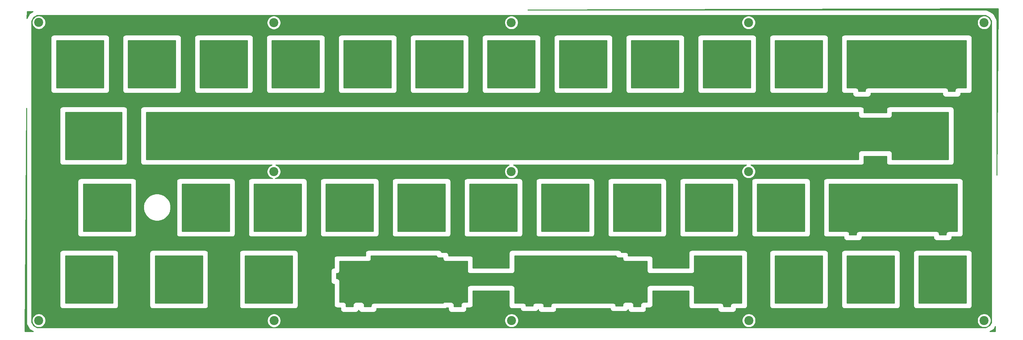
<source format=gbr>
G04 #@! TF.GenerationSoftware,KiCad,Pcbnew,(5.1.4-0-10_14)*
G04 #@! TF.CreationDate,2020-04-11T19:35:21-07:00*
G04 #@! TF.ProjectId,switch_plate,73776974-6368-45f7-906c-6174652e6b69,rev?*
G04 #@! TF.SameCoordinates,Original*
G04 #@! TF.FileFunction,Copper,L2,Bot*
G04 #@! TF.FilePolarity,Positive*
%FSLAX46Y46*%
G04 Gerber Fmt 4.6, Leading zero omitted, Abs format (unit mm)*
G04 Created by KiCad (PCBNEW (5.1.4-0-10_14)) date 2020-04-11 19:35:21*
%MOMM*%
%LPD*%
G04 APERTURE LIST*
%ADD10C,2.400000*%
%ADD11C,0.254000*%
G04 APERTURE END LIST*
D10*
X207772000Y-19126200D03*
X144881600Y-58668920D03*
X81940400Y-58694320D03*
X207772000Y-58668920D03*
X81991200Y-98221800D03*
X207822800Y-98196400D03*
X19659600Y-98196400D03*
X270179800Y-98196400D03*
X81940400Y-19151600D03*
X144881600Y-19126200D03*
X19659600Y-19100800D03*
X270179800Y-19126200D03*
X144932400Y-98196400D03*
D11*
G36*
X16371500Y-98796348D02*
G01*
X16369860Y-98856574D01*
X16377388Y-98900661D01*
X16381773Y-98945183D01*
X16389134Y-98969450D01*
X16393401Y-98994437D01*
X16409385Y-99036207D01*
X16422372Y-99079019D01*
X16450786Y-99132177D01*
X17071523Y-100373654D01*
X17090141Y-100417560D01*
X17122360Y-100464917D01*
X17152890Y-100513417D01*
X17161650Y-100522668D01*
X17168811Y-100533193D01*
X17209647Y-100573352D01*
X17249056Y-100614967D01*
X17259452Y-100622330D01*
X17268529Y-100631257D01*
X17316423Y-100662683D01*
X17363184Y-100695804D01*
X17406741Y-100715252D01*
X18166078Y-101113000D01*
X15967868Y-101113000D01*
X16371501Y-41841640D01*
X16371500Y-98796348D01*
X16371500Y-98796348D01*
G37*
X16371500Y-98796348D02*
X16369860Y-98856574D01*
X16377388Y-98900661D01*
X16381773Y-98945183D01*
X16389134Y-98969450D01*
X16393401Y-98994437D01*
X16409385Y-99036207D01*
X16422372Y-99079019D01*
X16450786Y-99132177D01*
X17071523Y-100373654D01*
X17090141Y-100417560D01*
X17122360Y-100464917D01*
X17152890Y-100513417D01*
X17161650Y-100522668D01*
X17168811Y-100533193D01*
X17209647Y-100573352D01*
X17249056Y-100614967D01*
X17259452Y-100622330D01*
X17268529Y-100631257D01*
X17316423Y-100662683D01*
X17363184Y-100695804D01*
X17406741Y-100715252D01*
X18166078Y-101113000D01*
X15967868Y-101113000D01*
X16371501Y-41841640D01*
X16371500Y-98796348D01*
G36*
X273134133Y-101113000D02*
G01*
X271650124Y-101113000D01*
X272535129Y-100651258D01*
X272580542Y-100630742D01*
X272625402Y-100598670D01*
X272671567Y-100568486D01*
X272682201Y-100558062D01*
X272694313Y-100549403D01*
X272732054Y-100509196D01*
X272771445Y-100470584D01*
X272779842Y-100458285D01*
X272790031Y-100447430D01*
X272819202Y-100400633D01*
X272850303Y-100355079D01*
X272869837Y-100309221D01*
X273146345Y-99750060D01*
X273134133Y-101113000D01*
X273134133Y-101113000D01*
G37*
X273134133Y-101113000D02*
X271650124Y-101113000D01*
X272535129Y-100651258D01*
X272580542Y-100630742D01*
X272625402Y-100598670D01*
X272671567Y-100568486D01*
X272682201Y-100558062D01*
X272694313Y-100549403D01*
X272732054Y-100509196D01*
X272771445Y-100470584D01*
X272779842Y-100458285D01*
X272790031Y-100447430D01*
X272819202Y-100400633D01*
X272850303Y-100355079D01*
X272869837Y-100309221D01*
X273146345Y-99750060D01*
X273134133Y-101113000D01*
G36*
X271571708Y-17789290D02*
G01*
X272086000Y-18724368D01*
X272086001Y-98690842D01*
X271690733Y-99490162D01*
X270589918Y-100064500D01*
X19224695Y-100064500D01*
X18249020Y-99553433D01*
X17791500Y-98638394D01*
X17791500Y-98015668D01*
X17824600Y-98015668D01*
X17824600Y-98377132D01*
X17895118Y-98731650D01*
X18033444Y-99065599D01*
X18234262Y-99366144D01*
X18489856Y-99621738D01*
X18790401Y-99822556D01*
X19124350Y-99960882D01*
X19478868Y-100031400D01*
X19840332Y-100031400D01*
X20194850Y-99960882D01*
X20528799Y-99822556D01*
X20829344Y-99621738D01*
X21084938Y-99366144D01*
X21285756Y-99065599D01*
X21424082Y-98731650D01*
X21494600Y-98377132D01*
X21494600Y-98041068D01*
X80156200Y-98041068D01*
X80156200Y-98402532D01*
X80226718Y-98757050D01*
X80365044Y-99090999D01*
X80565862Y-99391544D01*
X80821456Y-99647138D01*
X81122001Y-99847956D01*
X81455950Y-99986282D01*
X81810468Y-100056800D01*
X82171932Y-100056800D01*
X82526450Y-99986282D01*
X82860399Y-99847956D01*
X83160944Y-99647138D01*
X83416538Y-99391544D01*
X83617356Y-99090999D01*
X83755682Y-98757050D01*
X83826200Y-98402532D01*
X83826200Y-98041068D01*
X83821148Y-98015668D01*
X143097400Y-98015668D01*
X143097400Y-98377132D01*
X143167918Y-98731650D01*
X143306244Y-99065599D01*
X143507062Y-99366144D01*
X143762656Y-99621738D01*
X144063201Y-99822556D01*
X144397150Y-99960882D01*
X144751668Y-100031400D01*
X145113132Y-100031400D01*
X145467650Y-99960882D01*
X145801599Y-99822556D01*
X146102144Y-99621738D01*
X146357738Y-99366144D01*
X146558556Y-99065599D01*
X146696882Y-98731650D01*
X146767400Y-98377132D01*
X146767400Y-98015668D01*
X205987800Y-98015668D01*
X205987800Y-98377132D01*
X206058318Y-98731650D01*
X206196644Y-99065599D01*
X206397462Y-99366144D01*
X206653056Y-99621738D01*
X206953601Y-99822556D01*
X207287550Y-99960882D01*
X207642068Y-100031400D01*
X208003532Y-100031400D01*
X208358050Y-99960882D01*
X208691999Y-99822556D01*
X208992544Y-99621738D01*
X209248138Y-99366144D01*
X209448956Y-99065599D01*
X209587282Y-98731650D01*
X209657800Y-98377132D01*
X209657800Y-98015668D01*
X268344800Y-98015668D01*
X268344800Y-98377132D01*
X268415318Y-98731650D01*
X268553644Y-99065599D01*
X268754462Y-99366144D01*
X269010056Y-99621738D01*
X269310601Y-99822556D01*
X269644550Y-99960882D01*
X269999068Y-100031400D01*
X270360532Y-100031400D01*
X270715050Y-99960882D01*
X271048999Y-99822556D01*
X271349544Y-99621738D01*
X271605138Y-99366144D01*
X271805956Y-99065599D01*
X271944282Y-98731650D01*
X272014800Y-98377132D01*
X272014800Y-98015668D01*
X271944282Y-97661150D01*
X271805956Y-97327201D01*
X271605138Y-97026656D01*
X271349544Y-96771062D01*
X271048999Y-96570244D01*
X270715050Y-96431918D01*
X270360532Y-96361400D01*
X269999068Y-96361400D01*
X269644550Y-96431918D01*
X269310601Y-96570244D01*
X269010056Y-96771062D01*
X268754462Y-97026656D01*
X268553644Y-97327201D01*
X268415318Y-97661150D01*
X268344800Y-98015668D01*
X209657800Y-98015668D01*
X209587282Y-97661150D01*
X209448956Y-97327201D01*
X209248138Y-97026656D01*
X208992544Y-96771062D01*
X208691999Y-96570244D01*
X208358050Y-96431918D01*
X208003532Y-96361400D01*
X207642068Y-96361400D01*
X207287550Y-96431918D01*
X206953601Y-96570244D01*
X206653056Y-96771062D01*
X206397462Y-97026656D01*
X206196644Y-97327201D01*
X206058318Y-97661150D01*
X205987800Y-98015668D01*
X146767400Y-98015668D01*
X146696882Y-97661150D01*
X146558556Y-97327201D01*
X146357738Y-97026656D01*
X146102144Y-96771062D01*
X145801599Y-96570244D01*
X145467650Y-96431918D01*
X145113132Y-96361400D01*
X144751668Y-96361400D01*
X144397150Y-96431918D01*
X144063201Y-96570244D01*
X143762656Y-96771062D01*
X143507062Y-97026656D01*
X143306244Y-97327201D01*
X143167918Y-97661150D01*
X143097400Y-98015668D01*
X83821148Y-98015668D01*
X83755682Y-97686550D01*
X83617356Y-97352601D01*
X83416538Y-97052056D01*
X83160944Y-96796462D01*
X82860399Y-96595644D01*
X82526450Y-96457318D01*
X82171932Y-96386800D01*
X81810468Y-96386800D01*
X81455950Y-96457318D01*
X81122001Y-96595644D01*
X80821456Y-96796462D01*
X80565862Y-97052056D01*
X80365044Y-97352601D01*
X80226718Y-97686550D01*
X80156200Y-98041068D01*
X21494600Y-98041068D01*
X21494600Y-98015668D01*
X21424082Y-97661150D01*
X21285756Y-97327201D01*
X21084938Y-97026656D01*
X20829344Y-96771062D01*
X20528799Y-96570244D01*
X20194850Y-96431918D01*
X19840332Y-96361400D01*
X19478868Y-96361400D01*
X19124350Y-96431918D01*
X18790401Y-96570244D01*
X18489856Y-96771062D01*
X18234262Y-97026656D01*
X18033444Y-97327201D01*
X17895118Y-97661150D01*
X17824600Y-98015668D01*
X17791500Y-98015668D01*
X17791500Y-80289400D01*
X25232944Y-80289400D01*
X25236501Y-80325515D01*
X25236500Y-94261395D01*
X25232944Y-94297500D01*
X25247135Y-94441585D01*
X25289163Y-94580133D01*
X25357413Y-94707820D01*
X25449262Y-94819738D01*
X25534895Y-94890015D01*
X25561180Y-94911587D01*
X25688867Y-94979837D01*
X25827415Y-95021865D01*
X25971500Y-95036056D01*
X26007605Y-95032500D01*
X39943495Y-95032500D01*
X39979600Y-95036056D01*
X40015705Y-95032500D01*
X40123685Y-95021865D01*
X40262233Y-94979837D01*
X40389920Y-94911587D01*
X40501838Y-94819738D01*
X40593687Y-94707820D01*
X40661937Y-94580133D01*
X40703965Y-94441585D01*
X40718156Y-94297500D01*
X40714600Y-94261395D01*
X40714600Y-80325505D01*
X40718156Y-80289400D01*
X49045444Y-80289400D01*
X49049001Y-80325515D01*
X49049000Y-94261395D01*
X49045444Y-94297500D01*
X49059635Y-94441585D01*
X49101663Y-94580133D01*
X49169913Y-94707820D01*
X49261762Y-94819738D01*
X49347395Y-94890015D01*
X49373680Y-94911587D01*
X49501367Y-94979837D01*
X49639915Y-95021865D01*
X49784000Y-95036056D01*
X49820105Y-95032500D01*
X63755995Y-95032500D01*
X63792100Y-95036056D01*
X63828205Y-95032500D01*
X63936185Y-95021865D01*
X64074733Y-94979837D01*
X64202420Y-94911587D01*
X64314338Y-94819738D01*
X64406187Y-94707820D01*
X64474437Y-94580133D01*
X64516465Y-94441585D01*
X64530656Y-94297500D01*
X64527100Y-94261395D01*
X64527100Y-80325505D01*
X64530656Y-80289400D01*
X72845244Y-80289400D01*
X72848801Y-80325515D01*
X72848800Y-94261395D01*
X72845244Y-94297500D01*
X72859435Y-94441585D01*
X72901463Y-94580133D01*
X72969713Y-94707820D01*
X73061562Y-94819738D01*
X73147195Y-94890015D01*
X73173480Y-94911587D01*
X73301167Y-94979837D01*
X73439715Y-95021865D01*
X73583800Y-95036056D01*
X73619905Y-95032500D01*
X87568495Y-95032500D01*
X87604600Y-95036056D01*
X87640705Y-95032500D01*
X87748685Y-95021865D01*
X87887233Y-94979837D01*
X88014920Y-94911587D01*
X88126838Y-94819738D01*
X88218687Y-94707820D01*
X88286937Y-94580133D01*
X88328965Y-94441585D01*
X88343156Y-94297500D01*
X88339600Y-94261395D01*
X88339600Y-84988400D01*
X97089544Y-84988400D01*
X97093100Y-85024504D01*
X97093101Y-87771685D01*
X97089544Y-87807800D01*
X97103735Y-87951885D01*
X97145763Y-88090433D01*
X97214013Y-88218120D01*
X97305862Y-88330038D01*
X97417780Y-88421887D01*
X97545467Y-88490137D01*
X97684015Y-88532165D01*
X97791995Y-88542800D01*
X97828100Y-88546356D01*
X97864205Y-88542800D01*
X97918600Y-88542800D01*
X97918601Y-94032785D01*
X97915044Y-94068900D01*
X97929235Y-94212985D01*
X97971263Y-94351533D01*
X98039513Y-94479220D01*
X98131362Y-94591138D01*
X98243280Y-94682987D01*
X98370967Y-94751237D01*
X98509515Y-94793265D01*
X98617495Y-94803900D01*
X98653600Y-94807456D01*
X98689705Y-94803900D01*
X99645801Y-94803900D01*
X99645801Y-95239285D01*
X99642244Y-95275400D01*
X99656435Y-95419485D01*
X99698463Y-95558033D01*
X99766713Y-95685720D01*
X99858562Y-95797638D01*
X99970480Y-95889487D01*
X100098167Y-95957737D01*
X100236715Y-95999765D01*
X100344695Y-96010400D01*
X100380800Y-96013956D01*
X100416905Y-96010400D01*
X103659395Y-96010400D01*
X103695500Y-96013956D01*
X103731605Y-96010400D01*
X103839585Y-95999765D01*
X103978133Y-95957737D01*
X104105820Y-95889487D01*
X104217738Y-95797638D01*
X104309587Y-95685720D01*
X104377837Y-95558033D01*
X104419400Y-95421018D01*
X104460963Y-95558033D01*
X104529213Y-95685720D01*
X104621062Y-95797638D01*
X104732980Y-95889487D01*
X104860667Y-95957737D01*
X104999215Y-95999765D01*
X105107195Y-96010400D01*
X105143300Y-96013956D01*
X105179405Y-96010400D01*
X108421895Y-96010400D01*
X108458000Y-96013956D01*
X108494105Y-96010400D01*
X108602085Y-95999765D01*
X108740633Y-95957737D01*
X108868320Y-95889487D01*
X108980238Y-95797638D01*
X109072087Y-95685720D01*
X109140337Y-95558033D01*
X109182365Y-95419485D01*
X109196556Y-95275400D01*
X109193000Y-95239295D01*
X109193000Y-95032500D01*
X127179795Y-95032500D01*
X127215900Y-95036056D01*
X127252005Y-95032500D01*
X127359985Y-95021865D01*
X127498533Y-94979837D01*
X127626220Y-94911587D01*
X127738138Y-94819738D01*
X127751136Y-94803900D01*
X128208101Y-94803900D01*
X128208101Y-95239285D01*
X128204544Y-95275400D01*
X128218735Y-95419485D01*
X128260763Y-95558033D01*
X128329013Y-95685720D01*
X128420862Y-95797638D01*
X128532780Y-95889487D01*
X128660467Y-95957737D01*
X128799015Y-95999765D01*
X128906995Y-96010400D01*
X128943100Y-96013956D01*
X128979205Y-96010400D01*
X132221695Y-96010400D01*
X132257800Y-96013956D01*
X132293905Y-96010400D01*
X132401885Y-95999765D01*
X132540433Y-95957737D01*
X132668120Y-95889487D01*
X132780038Y-95797638D01*
X132871887Y-95685720D01*
X132940137Y-95558033D01*
X132982165Y-95419485D01*
X132996356Y-95275400D01*
X132992800Y-95239295D01*
X132992800Y-94803900D01*
X133936195Y-94803900D01*
X133972300Y-94807456D01*
X134008405Y-94803900D01*
X134116385Y-94793265D01*
X134254933Y-94751237D01*
X134382620Y-94682987D01*
X134494538Y-94591138D01*
X134586387Y-94479220D01*
X134654637Y-94351533D01*
X134696665Y-94212985D01*
X134710856Y-94068900D01*
X134707300Y-94032795D01*
X134707300Y-90333500D01*
X144299000Y-90333500D01*
X144299001Y-94261385D01*
X144295444Y-94297500D01*
X144309635Y-94441585D01*
X144351663Y-94580133D01*
X144419913Y-94707820D01*
X144511762Y-94819738D01*
X144623680Y-94911587D01*
X144751367Y-94979837D01*
X144889915Y-95021865D01*
X144997895Y-95032500D01*
X145034000Y-95036056D01*
X145070105Y-95032500D01*
X147292802Y-95032500D01*
X147292644Y-95034100D01*
X147306835Y-95178185D01*
X147348863Y-95316733D01*
X147417113Y-95444420D01*
X147508962Y-95556338D01*
X147620880Y-95648187D01*
X147748567Y-95716437D01*
X147887115Y-95758465D01*
X147995095Y-95769100D01*
X148031200Y-95772656D01*
X148067305Y-95769100D01*
X151297095Y-95769100D01*
X151333200Y-95772656D01*
X151369305Y-95769100D01*
X151477285Y-95758465D01*
X151615833Y-95716437D01*
X151743520Y-95648187D01*
X151855438Y-95556338D01*
X151947287Y-95444420D01*
X152015537Y-95316733D01*
X152030546Y-95267254D01*
X152029744Y-95275400D01*
X152043935Y-95419485D01*
X152085963Y-95558033D01*
X152154213Y-95685720D01*
X152246062Y-95797638D01*
X152357980Y-95889487D01*
X152485667Y-95957737D01*
X152624215Y-95999765D01*
X152732195Y-96010400D01*
X152768300Y-96013956D01*
X152804405Y-96010400D01*
X156046895Y-96010400D01*
X156083000Y-96013956D01*
X156119105Y-96010400D01*
X156227085Y-95999765D01*
X156365633Y-95957737D01*
X156493320Y-95889487D01*
X156605238Y-95797638D01*
X156697087Y-95685720D01*
X156765337Y-95558033D01*
X156807365Y-95419485D01*
X156821556Y-95275400D01*
X156818000Y-95239295D01*
X156818000Y-95032500D01*
X171092602Y-95032500D01*
X171092444Y-95034100D01*
X171106635Y-95178185D01*
X171148663Y-95316733D01*
X171216913Y-95444420D01*
X171308762Y-95556338D01*
X171420680Y-95648187D01*
X171548367Y-95716437D01*
X171686915Y-95758465D01*
X171794895Y-95769100D01*
X171831000Y-95772656D01*
X171867105Y-95769100D01*
X175096895Y-95769100D01*
X175133000Y-95772656D01*
X175169105Y-95769100D01*
X175277085Y-95758465D01*
X175415633Y-95716437D01*
X175543320Y-95648187D01*
X175655238Y-95556338D01*
X175747087Y-95444420D01*
X175815337Y-95316733D01*
X175830346Y-95267254D01*
X175829544Y-95275400D01*
X175843735Y-95419485D01*
X175885763Y-95558033D01*
X175954013Y-95685720D01*
X176045862Y-95797638D01*
X176157780Y-95889487D01*
X176285467Y-95957737D01*
X176424015Y-95999765D01*
X176531995Y-96010400D01*
X176568100Y-96013956D01*
X176604205Y-96010400D01*
X179846695Y-96010400D01*
X179882800Y-96013956D01*
X179918905Y-96010400D01*
X180026885Y-95999765D01*
X180165433Y-95957737D01*
X180293120Y-95889487D01*
X180405038Y-95797638D01*
X180496887Y-95685720D01*
X180565137Y-95558033D01*
X180607165Y-95419485D01*
X180621356Y-95275400D01*
X180617800Y-95239295D01*
X180617800Y-94803900D01*
X181561195Y-94803900D01*
X181597300Y-94807456D01*
X181633405Y-94803900D01*
X181741385Y-94793265D01*
X181879933Y-94751237D01*
X182007620Y-94682987D01*
X182119538Y-94591138D01*
X182211387Y-94479220D01*
X182279637Y-94351533D01*
X182321665Y-94212985D01*
X182335856Y-94068900D01*
X182332300Y-94032795D01*
X182332300Y-90333500D01*
X191924000Y-90333500D01*
X191924001Y-94261385D01*
X191920444Y-94297500D01*
X191934635Y-94441585D01*
X191976663Y-94580133D01*
X192044913Y-94707820D01*
X192136762Y-94819738D01*
X192248680Y-94911587D01*
X192376367Y-94979837D01*
X192514915Y-95021865D01*
X192622895Y-95032500D01*
X192659000Y-95036056D01*
X192695105Y-95032500D01*
X199645601Y-95032500D01*
X199645601Y-95239286D01*
X199642044Y-95275400D01*
X199656235Y-95419485D01*
X199698263Y-95558033D01*
X199766513Y-95685720D01*
X199858362Y-95797638D01*
X199970280Y-95889487D01*
X200097967Y-95957737D01*
X200236515Y-95999765D01*
X200344495Y-96010400D01*
X200380600Y-96013956D01*
X200416705Y-96010400D01*
X203659195Y-96010400D01*
X203695300Y-96013956D01*
X203731405Y-96010400D01*
X203839385Y-95999765D01*
X203977933Y-95957737D01*
X204105620Y-95889487D01*
X204217538Y-95797638D01*
X204309387Y-95685720D01*
X204377637Y-95558033D01*
X204419665Y-95419485D01*
X204433856Y-95275400D01*
X204430300Y-95239295D01*
X204430300Y-95032500D01*
X206630995Y-95032500D01*
X206667100Y-95036056D01*
X206703205Y-95032500D01*
X206811185Y-95021865D01*
X206949733Y-94979837D01*
X207077420Y-94911587D01*
X207189338Y-94819738D01*
X207281187Y-94707820D01*
X207349437Y-94580133D01*
X207391465Y-94441585D01*
X207405656Y-94297500D01*
X207402100Y-94261395D01*
X207402100Y-80325505D01*
X207405656Y-80289400D01*
X213345344Y-80289400D01*
X213348901Y-80325515D01*
X213348900Y-94261395D01*
X213345344Y-94297500D01*
X213359535Y-94441585D01*
X213401563Y-94580133D01*
X213469813Y-94707820D01*
X213561662Y-94819738D01*
X213647295Y-94890015D01*
X213673580Y-94911587D01*
X213801267Y-94979837D01*
X213939815Y-95021865D01*
X214083900Y-95036056D01*
X214120005Y-95032500D01*
X228055895Y-95032500D01*
X228092000Y-95036056D01*
X228128105Y-95032500D01*
X228236085Y-95021865D01*
X228374633Y-94979837D01*
X228502320Y-94911587D01*
X228614238Y-94819738D01*
X228706087Y-94707820D01*
X228774337Y-94580133D01*
X228816365Y-94441585D01*
X228830556Y-94297500D01*
X228827000Y-94261395D01*
X228827000Y-80325505D01*
X228830556Y-80289400D01*
X232395344Y-80289400D01*
X232398901Y-80325515D01*
X232398900Y-94261395D01*
X232395344Y-94297500D01*
X232409535Y-94441585D01*
X232451563Y-94580133D01*
X232519813Y-94707820D01*
X232611662Y-94819738D01*
X232697295Y-94890015D01*
X232723580Y-94911587D01*
X232851267Y-94979837D01*
X232989815Y-95021865D01*
X233133900Y-95036056D01*
X233170005Y-95032500D01*
X247105895Y-95032500D01*
X247142000Y-95036056D01*
X247178105Y-95032500D01*
X247286085Y-95021865D01*
X247424633Y-94979837D01*
X247552320Y-94911587D01*
X247664238Y-94819738D01*
X247756087Y-94707820D01*
X247824337Y-94580133D01*
X247866365Y-94441585D01*
X247880556Y-94297500D01*
X247877000Y-94261395D01*
X247877000Y-80325505D01*
X247880556Y-80289400D01*
X251445344Y-80289400D01*
X251448901Y-80325515D01*
X251448900Y-94261395D01*
X251445344Y-94297500D01*
X251459535Y-94441585D01*
X251501563Y-94580133D01*
X251569813Y-94707820D01*
X251661662Y-94819738D01*
X251747295Y-94890015D01*
X251773580Y-94911587D01*
X251901267Y-94979837D01*
X252039815Y-95021865D01*
X252183900Y-95036056D01*
X252220005Y-95032500D01*
X266155895Y-95032500D01*
X266192000Y-95036056D01*
X266228105Y-95032500D01*
X266336085Y-95021865D01*
X266474633Y-94979837D01*
X266602320Y-94911587D01*
X266714238Y-94819738D01*
X266806087Y-94707820D01*
X266874337Y-94580133D01*
X266916365Y-94441585D01*
X266930556Y-94297500D01*
X266927000Y-94261395D01*
X266927000Y-80325505D01*
X266930556Y-80289400D01*
X266916365Y-80145315D01*
X266874337Y-80006767D01*
X266806087Y-79879080D01*
X266714238Y-79767162D01*
X266602320Y-79675313D01*
X266474633Y-79607063D01*
X266336085Y-79565035D01*
X266228105Y-79554400D01*
X266192000Y-79550844D01*
X266155895Y-79554400D01*
X252220005Y-79554400D01*
X252183900Y-79550844D01*
X252147795Y-79554400D01*
X252039815Y-79565035D01*
X251901267Y-79607063D01*
X251773580Y-79675313D01*
X251661662Y-79767162D01*
X251569813Y-79879080D01*
X251501563Y-80006767D01*
X251459535Y-80145315D01*
X251445344Y-80289400D01*
X247880556Y-80289400D01*
X247866365Y-80145315D01*
X247824337Y-80006767D01*
X247756087Y-79879080D01*
X247664238Y-79767162D01*
X247552320Y-79675313D01*
X247424633Y-79607063D01*
X247286085Y-79565035D01*
X247178105Y-79554400D01*
X247142000Y-79550844D01*
X247105895Y-79554400D01*
X233170005Y-79554400D01*
X233133900Y-79550844D01*
X233097795Y-79554400D01*
X232989815Y-79565035D01*
X232851267Y-79607063D01*
X232723580Y-79675313D01*
X232611662Y-79767162D01*
X232519813Y-79879080D01*
X232451563Y-80006767D01*
X232409535Y-80145315D01*
X232395344Y-80289400D01*
X228830556Y-80289400D01*
X228816365Y-80145315D01*
X228774337Y-80006767D01*
X228706087Y-79879080D01*
X228614238Y-79767162D01*
X228502320Y-79675313D01*
X228374633Y-79607063D01*
X228236085Y-79565035D01*
X228128105Y-79554400D01*
X228092000Y-79550844D01*
X228055895Y-79554400D01*
X214120005Y-79554400D01*
X214083900Y-79550844D01*
X214047795Y-79554400D01*
X213939815Y-79565035D01*
X213801267Y-79607063D01*
X213673580Y-79675313D01*
X213561662Y-79767162D01*
X213469813Y-79879080D01*
X213401563Y-80006767D01*
X213359535Y-80145315D01*
X213345344Y-80289400D01*
X207405656Y-80289400D01*
X207391465Y-80145315D01*
X207349437Y-80006767D01*
X207281187Y-79879080D01*
X207189338Y-79767162D01*
X207077420Y-79675313D01*
X206949733Y-79607063D01*
X206811185Y-79565035D01*
X206703205Y-79554400D01*
X206667100Y-79550844D01*
X206630995Y-79554400D01*
X192695105Y-79554400D01*
X192659000Y-79550844D01*
X192622895Y-79554400D01*
X192514915Y-79565035D01*
X192376367Y-79607063D01*
X192248680Y-79675313D01*
X192136762Y-79767162D01*
X192044913Y-79879080D01*
X191976663Y-80006767D01*
X191934635Y-80145315D01*
X191920444Y-80289400D01*
X191924000Y-80325505D01*
X191924001Y-84253400D01*
X182332300Y-84253400D01*
X182332300Y-81798705D01*
X182335856Y-81762600D01*
X182321665Y-81618515D01*
X182279637Y-81479967D01*
X182211387Y-81352280D01*
X182119538Y-81240362D01*
X182007620Y-81148513D01*
X181879933Y-81080263D01*
X181741385Y-81038235D01*
X181633405Y-81027600D01*
X181597300Y-81024044D01*
X181561195Y-81027600D01*
X175868000Y-81027600D01*
X175868000Y-80858904D01*
X175871556Y-80822800D01*
X175857365Y-80678715D01*
X175815337Y-80540167D01*
X175747087Y-80412480D01*
X175655238Y-80300562D01*
X175543320Y-80208713D01*
X175415633Y-80140463D01*
X175277085Y-80098435D01*
X175169105Y-80087800D01*
X175133000Y-80084244D01*
X175096895Y-80087800D01*
X174036518Y-80087800D01*
X174011937Y-80006767D01*
X173943687Y-79879080D01*
X173851838Y-79767162D01*
X173739920Y-79675313D01*
X173612233Y-79607063D01*
X173473685Y-79565035D01*
X173365705Y-79554400D01*
X173329600Y-79550844D01*
X173293495Y-79554400D01*
X145070105Y-79554400D01*
X145034000Y-79550844D01*
X144997895Y-79554400D01*
X144889915Y-79565035D01*
X144751367Y-79607063D01*
X144623680Y-79675313D01*
X144511762Y-79767162D01*
X144419913Y-79879080D01*
X144351663Y-80006767D01*
X144309635Y-80145315D01*
X144295444Y-80289400D01*
X144299000Y-80325505D01*
X144299001Y-84253400D01*
X134707300Y-84253400D01*
X134707300Y-81798705D01*
X134710856Y-81762600D01*
X134696665Y-81618515D01*
X134654637Y-81479967D01*
X134586387Y-81352280D01*
X134494538Y-81240362D01*
X134382620Y-81148513D01*
X134254933Y-81080263D01*
X134116385Y-81038235D01*
X134008405Y-81027600D01*
X133972300Y-81024044D01*
X133936195Y-81027600D01*
X128243000Y-81027600D01*
X128243000Y-80858904D01*
X128246556Y-80822800D01*
X128232365Y-80678715D01*
X128190337Y-80540167D01*
X128122087Y-80412480D01*
X128030238Y-80300562D01*
X127918320Y-80208713D01*
X127790633Y-80140463D01*
X127652085Y-80098435D01*
X127544105Y-80087800D01*
X127508000Y-80084244D01*
X127471895Y-80087800D01*
X126411518Y-80087800D01*
X126386937Y-80006767D01*
X126318687Y-79879080D01*
X126226838Y-79767162D01*
X126114920Y-79675313D01*
X125987233Y-79607063D01*
X125848685Y-79565035D01*
X125740705Y-79554400D01*
X125704600Y-79550844D01*
X125668495Y-79554400D01*
X106995505Y-79554400D01*
X106959400Y-79550844D01*
X106923295Y-79554400D01*
X106815315Y-79565035D01*
X106676767Y-79607063D01*
X106549080Y-79675313D01*
X106437162Y-79767162D01*
X106345313Y-79879080D01*
X106277063Y-80006767D01*
X106235035Y-80145315D01*
X106220844Y-80289400D01*
X106224400Y-80325505D01*
X106224401Y-81027600D01*
X98689705Y-81027600D01*
X98653600Y-81024044D01*
X98617495Y-81027600D01*
X98509515Y-81038235D01*
X98370967Y-81080263D01*
X98243280Y-81148513D01*
X98131362Y-81240362D01*
X98039513Y-81352280D01*
X97971263Y-81479967D01*
X97929235Y-81618515D01*
X97915044Y-81762600D01*
X97918600Y-81798705D01*
X97918601Y-84253400D01*
X97864205Y-84253400D01*
X97828100Y-84249844D01*
X97791995Y-84253400D01*
X97684015Y-84264035D01*
X97545467Y-84306063D01*
X97417780Y-84374313D01*
X97305862Y-84466162D01*
X97214013Y-84578080D01*
X97145763Y-84705767D01*
X97103735Y-84844315D01*
X97089544Y-84988400D01*
X88339600Y-84988400D01*
X88339600Y-80325505D01*
X88343156Y-80289400D01*
X88328965Y-80145315D01*
X88286937Y-80006767D01*
X88218687Y-79879080D01*
X88126838Y-79767162D01*
X88014920Y-79675313D01*
X87887233Y-79607063D01*
X87748685Y-79565035D01*
X87640705Y-79554400D01*
X87604600Y-79550844D01*
X87568495Y-79554400D01*
X73619905Y-79554400D01*
X73583800Y-79550844D01*
X73547695Y-79554400D01*
X73439715Y-79565035D01*
X73301167Y-79607063D01*
X73173480Y-79675313D01*
X73061562Y-79767162D01*
X72969713Y-79879080D01*
X72901463Y-80006767D01*
X72859435Y-80145315D01*
X72845244Y-80289400D01*
X64530656Y-80289400D01*
X64516465Y-80145315D01*
X64474437Y-80006767D01*
X64406187Y-79879080D01*
X64314338Y-79767162D01*
X64202420Y-79675313D01*
X64074733Y-79607063D01*
X63936185Y-79565035D01*
X63828205Y-79554400D01*
X63792100Y-79550844D01*
X63755995Y-79554400D01*
X49820105Y-79554400D01*
X49784000Y-79550844D01*
X49747895Y-79554400D01*
X49639915Y-79565035D01*
X49501367Y-79607063D01*
X49373680Y-79675313D01*
X49261762Y-79767162D01*
X49169913Y-79879080D01*
X49101663Y-80006767D01*
X49059635Y-80145315D01*
X49045444Y-80289400D01*
X40718156Y-80289400D01*
X40703965Y-80145315D01*
X40661937Y-80006767D01*
X40593687Y-79879080D01*
X40501838Y-79767162D01*
X40389920Y-79675313D01*
X40262233Y-79607063D01*
X40123685Y-79565035D01*
X40015705Y-79554400D01*
X39979600Y-79550844D01*
X39943495Y-79554400D01*
X26007605Y-79554400D01*
X25971500Y-79550844D01*
X25935395Y-79554400D01*
X25827415Y-79565035D01*
X25688867Y-79607063D01*
X25561180Y-79675313D01*
X25449262Y-79767162D01*
X25357413Y-79879080D01*
X25289163Y-80006767D01*
X25247135Y-80145315D01*
X25232944Y-80289400D01*
X17791500Y-80289400D01*
X17791500Y-75247500D01*
X29982744Y-75247500D01*
X29989855Y-75319697D01*
X29996805Y-75390928D01*
X29996902Y-75391248D01*
X29996935Y-75391585D01*
X30018074Y-75461271D01*
X30038708Y-75529514D01*
X30038864Y-75529806D01*
X30038963Y-75530133D01*
X30073365Y-75594495D01*
X30106842Y-75657263D01*
X30107053Y-75657520D01*
X30107213Y-75657820D01*
X30153288Y-75713962D01*
X30198589Y-75769264D01*
X30198847Y-75769476D01*
X30199062Y-75769738D01*
X30255339Y-75815924D01*
X30310424Y-75861214D01*
X30310716Y-75861371D01*
X30310980Y-75861587D01*
X30375300Y-75895967D01*
X30438049Y-75929580D01*
X30438368Y-75929677D01*
X30438667Y-75929837D01*
X30508078Y-75950893D01*
X30576559Y-75971734D01*
X30576892Y-75971767D01*
X30577215Y-75971865D01*
X30649417Y-75978976D01*
X30720631Y-75986055D01*
X30757065Y-75982500D01*
X44705995Y-75982500D01*
X44742100Y-75986056D01*
X44778205Y-75982500D01*
X44886185Y-75971865D01*
X45024733Y-75929837D01*
X45152420Y-75861587D01*
X45264338Y-75769738D01*
X45356187Y-75657820D01*
X45424437Y-75530133D01*
X45466465Y-75391585D01*
X45480656Y-75247500D01*
X45477100Y-75211395D01*
X45477100Y-67802884D01*
X47368200Y-67802884D01*
X47368200Y-68518916D01*
X47507891Y-69221190D01*
X47781905Y-69882718D01*
X48179711Y-70478077D01*
X48686023Y-70984389D01*
X49281382Y-71382195D01*
X49942910Y-71656209D01*
X50645184Y-71795900D01*
X51361216Y-71795900D01*
X52063490Y-71656209D01*
X52725018Y-71382195D01*
X53320377Y-70984389D01*
X53826689Y-70478077D01*
X54224495Y-69882718D01*
X54498509Y-69221190D01*
X54638200Y-68518916D01*
X54638200Y-67802884D01*
X54498509Y-67100610D01*
X54224495Y-66439082D01*
X53826689Y-65843723D01*
X53320377Y-65337411D01*
X52725018Y-64939605D01*
X52063490Y-64665591D01*
X51361216Y-64525900D01*
X50645184Y-64525900D01*
X49942910Y-64665591D01*
X49281382Y-64939605D01*
X48686023Y-65337411D01*
X48179711Y-65843723D01*
X47781905Y-66439082D01*
X47507891Y-67100610D01*
X47368200Y-67802884D01*
X45477100Y-67802884D01*
X45477100Y-61275505D01*
X45480656Y-61239400D01*
X56182844Y-61239400D01*
X56186401Y-61275515D01*
X56186400Y-75211395D01*
X56182844Y-75247500D01*
X56197035Y-75391585D01*
X56239063Y-75530133D01*
X56307313Y-75657820D01*
X56399162Y-75769738D01*
X56511080Y-75861587D01*
X56638767Y-75929837D01*
X56777315Y-75971865D01*
X56921400Y-75986056D01*
X56957505Y-75982500D01*
X70893395Y-75982500D01*
X70929500Y-75986056D01*
X70965605Y-75982500D01*
X71073585Y-75971865D01*
X71212133Y-75929837D01*
X71339820Y-75861587D01*
X71451738Y-75769738D01*
X71543587Y-75657820D01*
X71611837Y-75530133D01*
X71653865Y-75391585D01*
X71668056Y-75247500D01*
X71664500Y-75211395D01*
X71664500Y-61275505D01*
X71668056Y-61239400D01*
X71653865Y-61095315D01*
X71611837Y-60956767D01*
X71543587Y-60829080D01*
X71451738Y-60717162D01*
X71339820Y-60625313D01*
X71212133Y-60557063D01*
X71073585Y-60515035D01*
X70965605Y-60504400D01*
X70929500Y-60500844D01*
X70893395Y-60504400D01*
X56957505Y-60504400D01*
X56921400Y-60500844D01*
X56885295Y-60504400D01*
X56777315Y-60515035D01*
X56638767Y-60557063D01*
X56511080Y-60625313D01*
X56399162Y-60717162D01*
X56307313Y-60829080D01*
X56239063Y-60956767D01*
X56197035Y-61095315D01*
X56182844Y-61239400D01*
X45480656Y-61239400D01*
X45466465Y-61095315D01*
X45424437Y-60956767D01*
X45356187Y-60829080D01*
X45264338Y-60717162D01*
X45152420Y-60625313D01*
X45024733Y-60557063D01*
X44886185Y-60515035D01*
X44778205Y-60504400D01*
X44742100Y-60500844D01*
X44705995Y-60504400D01*
X30770433Y-60504400D01*
X30734669Y-60500845D01*
X30698235Y-60504400D01*
X30697895Y-60504400D01*
X30661750Y-60507960D01*
X30590572Y-60514905D01*
X30590252Y-60515002D01*
X30589915Y-60515035D01*
X30520740Y-60536019D01*
X30451986Y-60556807D01*
X30451689Y-60556965D01*
X30451367Y-60557063D01*
X30387429Y-60591239D01*
X30324237Y-60624942D01*
X30323980Y-60625153D01*
X30323680Y-60625313D01*
X30267538Y-60671388D01*
X30212236Y-60716689D01*
X30212024Y-60716947D01*
X30211762Y-60717162D01*
X30165576Y-60773439D01*
X30120286Y-60828524D01*
X30120129Y-60828816D01*
X30119913Y-60829080D01*
X30085533Y-60893400D01*
X30051920Y-60956149D01*
X30051823Y-60956468D01*
X30051663Y-60956767D01*
X30030607Y-61026178D01*
X30009766Y-61094659D01*
X30009733Y-61094992D01*
X30009635Y-61095315D01*
X30002494Y-61167816D01*
X29999034Y-61202629D01*
X29999034Y-61202953D01*
X29995444Y-61239400D01*
X29998968Y-61275182D01*
X29986333Y-75211058D01*
X29982744Y-75247500D01*
X17791500Y-75247500D01*
X17791500Y-42189400D01*
X25232944Y-42189400D01*
X25236501Y-42225515D01*
X25236500Y-56161395D01*
X25232944Y-56197500D01*
X25247135Y-56341585D01*
X25289163Y-56480133D01*
X25357413Y-56607820D01*
X25449262Y-56719738D01*
X25561180Y-56811587D01*
X25688867Y-56879837D01*
X25827415Y-56921865D01*
X25971500Y-56936056D01*
X26007605Y-56932500D01*
X42318395Y-56932500D01*
X42354500Y-56936056D01*
X42390605Y-56932500D01*
X42498585Y-56921865D01*
X42637133Y-56879837D01*
X42764820Y-56811587D01*
X42876738Y-56719738D01*
X42968587Y-56607820D01*
X43036837Y-56480133D01*
X43078865Y-56341585D01*
X43093056Y-56197500D01*
X43089500Y-56161395D01*
X43089500Y-42225505D01*
X43093056Y-42189400D01*
X46657844Y-42189400D01*
X46661401Y-42225515D01*
X46661400Y-56161395D01*
X46657844Y-56197500D01*
X46672035Y-56341585D01*
X46714063Y-56480133D01*
X46782313Y-56607820D01*
X46874162Y-56719738D01*
X46986080Y-56811587D01*
X47113767Y-56879837D01*
X47252315Y-56921865D01*
X47396400Y-56936056D01*
X47432505Y-56932500D01*
X81398723Y-56932500D01*
X81071201Y-57068164D01*
X80770656Y-57268982D01*
X80515062Y-57524576D01*
X80314244Y-57825121D01*
X80175918Y-58159070D01*
X80105400Y-58513588D01*
X80105400Y-58875052D01*
X80175918Y-59229570D01*
X80314244Y-59563519D01*
X80515062Y-59864064D01*
X80770656Y-60119658D01*
X81071201Y-60320476D01*
X81405150Y-60458802D01*
X81634387Y-60504400D01*
X76007505Y-60504400D01*
X75971400Y-60500844D01*
X75935295Y-60504400D01*
X75827315Y-60515035D01*
X75688767Y-60557063D01*
X75561080Y-60625313D01*
X75449162Y-60717162D01*
X75357313Y-60829080D01*
X75289063Y-60956767D01*
X75247035Y-61095315D01*
X75232844Y-61239400D01*
X75236401Y-61275515D01*
X75236400Y-75211395D01*
X75232844Y-75247500D01*
X75247035Y-75391585D01*
X75289063Y-75530133D01*
X75357313Y-75657820D01*
X75449162Y-75769738D01*
X75561080Y-75861587D01*
X75688767Y-75929837D01*
X75827315Y-75971865D01*
X75971400Y-75986056D01*
X76007505Y-75982500D01*
X89943395Y-75982500D01*
X89979500Y-75986056D01*
X90015605Y-75982500D01*
X90123585Y-75971865D01*
X90262133Y-75929837D01*
X90389820Y-75861587D01*
X90501738Y-75769738D01*
X90593587Y-75657820D01*
X90661837Y-75530133D01*
X90703865Y-75391585D01*
X90718056Y-75247500D01*
X90714500Y-75211395D01*
X90714500Y-61275505D01*
X90718056Y-61239400D01*
X94282844Y-61239400D01*
X94286401Y-61275515D01*
X94286400Y-75211067D01*
X94282845Y-75246831D01*
X94286400Y-75283265D01*
X94286400Y-75283604D01*
X94289949Y-75319642D01*
X94296905Y-75390928D01*
X94297002Y-75391249D01*
X94297035Y-75391584D01*
X94318081Y-75460964D01*
X94338808Y-75529514D01*
X94338965Y-75529808D01*
X94339063Y-75530132D01*
X94373221Y-75594037D01*
X94406942Y-75657263D01*
X94407154Y-75657522D01*
X94407313Y-75657819D01*
X94452945Y-75713422D01*
X94498689Y-75769264D01*
X94498950Y-75769478D01*
X94499162Y-75769737D01*
X94555109Y-75815652D01*
X94610524Y-75861214D01*
X94610816Y-75861371D01*
X94611080Y-75861587D01*
X94675400Y-75895967D01*
X94738149Y-75929580D01*
X94738468Y-75929677D01*
X94738767Y-75929837D01*
X94808178Y-75950893D01*
X94876659Y-75971734D01*
X94876992Y-75971767D01*
X94877315Y-75971865D01*
X94949816Y-75979006D01*
X94984629Y-75982466D01*
X94984953Y-75982466D01*
X95021400Y-75986056D01*
X95057182Y-75982532D01*
X108993058Y-75995167D01*
X109029500Y-75998756D01*
X109101697Y-75991645D01*
X109172928Y-75984695D01*
X109173248Y-75984598D01*
X109173585Y-75984565D01*
X109243271Y-75963426D01*
X109311514Y-75942792D01*
X109311806Y-75942636D01*
X109312133Y-75942537D01*
X109376495Y-75908135D01*
X109439263Y-75874658D01*
X109439520Y-75874447D01*
X109439820Y-75874287D01*
X109495962Y-75828212D01*
X109551264Y-75782911D01*
X109551476Y-75782653D01*
X109551738Y-75782438D01*
X109597924Y-75726161D01*
X109643214Y-75671076D01*
X109643371Y-75670784D01*
X109643587Y-75670520D01*
X109677967Y-75606200D01*
X109711580Y-75543451D01*
X109711677Y-75543132D01*
X109711837Y-75542833D01*
X109732893Y-75473422D01*
X109753734Y-75404941D01*
X109753767Y-75404608D01*
X109753865Y-75404285D01*
X109760976Y-75332083D01*
X109768055Y-75260869D01*
X109764500Y-75224435D01*
X109764500Y-61275505D01*
X109768056Y-61239400D01*
X113332844Y-61239400D01*
X113336401Y-61275515D01*
X113336400Y-75211395D01*
X113332844Y-75247500D01*
X113347035Y-75391585D01*
X113389063Y-75530133D01*
X113457313Y-75657820D01*
X113549162Y-75769738D01*
X113661080Y-75861587D01*
X113788767Y-75929837D01*
X113927315Y-75971865D01*
X114071400Y-75986056D01*
X114107505Y-75982500D01*
X128043395Y-75982500D01*
X128079500Y-75986056D01*
X128115605Y-75982500D01*
X128223585Y-75971865D01*
X128362133Y-75929837D01*
X128489820Y-75861587D01*
X128601738Y-75769738D01*
X128693587Y-75657820D01*
X128761837Y-75530133D01*
X128803865Y-75391585D01*
X128818056Y-75247500D01*
X128814500Y-75211395D01*
X128814500Y-61275505D01*
X128818056Y-61239400D01*
X132382844Y-61239400D01*
X132386401Y-61275515D01*
X132386400Y-75211395D01*
X132382844Y-75247500D01*
X132397035Y-75391585D01*
X132439063Y-75530133D01*
X132507313Y-75657820D01*
X132599162Y-75769738D01*
X132711080Y-75861587D01*
X132838767Y-75929837D01*
X132977315Y-75971865D01*
X133121400Y-75986056D01*
X133157505Y-75982500D01*
X147093395Y-75982500D01*
X147129500Y-75986056D01*
X147165605Y-75982500D01*
X147273585Y-75971865D01*
X147412133Y-75929837D01*
X147539820Y-75861587D01*
X147651738Y-75769738D01*
X147743587Y-75657820D01*
X147811837Y-75530133D01*
X147853865Y-75391585D01*
X147868056Y-75247500D01*
X147864500Y-75211395D01*
X147864500Y-61275505D01*
X147868056Y-61239400D01*
X151432844Y-61239400D01*
X151436401Y-61275515D01*
X151436400Y-75211395D01*
X151432844Y-75247500D01*
X151447035Y-75391585D01*
X151489063Y-75530133D01*
X151557313Y-75657820D01*
X151649162Y-75769738D01*
X151761080Y-75861587D01*
X151888767Y-75929837D01*
X152027315Y-75971865D01*
X152171400Y-75986056D01*
X152207505Y-75982500D01*
X166143395Y-75982500D01*
X166179500Y-75986056D01*
X166215605Y-75982500D01*
X166323585Y-75971865D01*
X166462133Y-75929837D01*
X166589820Y-75861587D01*
X166701738Y-75769738D01*
X166793587Y-75657820D01*
X166861837Y-75530133D01*
X166903865Y-75391585D01*
X166918056Y-75247500D01*
X166914500Y-75211395D01*
X166914500Y-61275505D01*
X166918056Y-61239400D01*
X170482844Y-61239400D01*
X170486401Y-61275515D01*
X170486400Y-75211395D01*
X170482844Y-75247500D01*
X170497035Y-75391585D01*
X170539063Y-75530133D01*
X170607313Y-75657820D01*
X170699162Y-75769738D01*
X170811080Y-75861587D01*
X170938767Y-75929837D01*
X171077315Y-75971865D01*
X171221400Y-75986056D01*
X171257505Y-75982500D01*
X185193395Y-75982500D01*
X185229500Y-75986056D01*
X185265605Y-75982500D01*
X185373585Y-75971865D01*
X185512133Y-75929837D01*
X185639820Y-75861587D01*
X185751738Y-75769738D01*
X185843587Y-75657820D01*
X185911837Y-75530133D01*
X185953865Y-75391585D01*
X185968056Y-75247500D01*
X185964500Y-75211395D01*
X185964500Y-61275505D01*
X185968056Y-61239400D01*
X189532844Y-61239400D01*
X189536401Y-61275515D01*
X189536400Y-75211395D01*
X189532844Y-75247500D01*
X189547035Y-75391585D01*
X189589063Y-75530133D01*
X189657313Y-75657820D01*
X189749162Y-75769738D01*
X189861080Y-75861587D01*
X189988767Y-75929837D01*
X190127315Y-75971865D01*
X190271400Y-75986056D01*
X190307505Y-75982500D01*
X204243395Y-75982500D01*
X204279500Y-75986056D01*
X204315605Y-75982500D01*
X204423585Y-75971865D01*
X204562133Y-75929837D01*
X204689820Y-75861587D01*
X204801738Y-75769738D01*
X204893587Y-75657820D01*
X204961837Y-75530133D01*
X205003865Y-75391585D01*
X205018056Y-75247500D01*
X205014500Y-75211395D01*
X205014500Y-61275505D01*
X205018056Y-61239400D01*
X205014566Y-61203962D01*
X208573668Y-61203962D01*
X208586368Y-75211718D01*
X208582844Y-75247500D01*
X208586434Y-75283947D01*
X208586434Y-75284271D01*
X208589894Y-75319084D01*
X208597035Y-75391585D01*
X208597133Y-75391908D01*
X208597166Y-75392241D01*
X208618007Y-75460722D01*
X208639063Y-75530133D01*
X208639223Y-75530432D01*
X208639320Y-75530751D01*
X208672933Y-75593500D01*
X208707313Y-75657820D01*
X208707529Y-75658084D01*
X208707686Y-75658376D01*
X208752976Y-75713461D01*
X208799162Y-75769738D01*
X208799424Y-75769953D01*
X208799636Y-75770211D01*
X208854938Y-75815512D01*
X208911080Y-75861587D01*
X208911380Y-75861747D01*
X208911637Y-75861958D01*
X208974829Y-75895661D01*
X209038767Y-75929837D01*
X209039089Y-75929935D01*
X209039386Y-75930093D01*
X209108140Y-75950881D01*
X209177315Y-75971865D01*
X209177652Y-75971898D01*
X209177972Y-75971995D01*
X209249150Y-75978940D01*
X209285295Y-75982500D01*
X209285635Y-75982500D01*
X209322069Y-75986055D01*
X209357833Y-75982500D01*
X223293395Y-75982500D01*
X223329500Y-75986056D01*
X223365605Y-75982500D01*
X223473585Y-75971865D01*
X223612133Y-75929837D01*
X223739820Y-75861587D01*
X223851738Y-75769738D01*
X223943587Y-75657820D01*
X224011837Y-75530133D01*
X224053865Y-75391585D01*
X224068056Y-75247500D01*
X224064500Y-75211395D01*
X224064500Y-61275505D01*
X224068056Y-61239400D01*
X227632844Y-61239400D01*
X227636400Y-61275505D01*
X227636401Y-75211385D01*
X227632844Y-75247500D01*
X227647035Y-75391585D01*
X227689063Y-75530133D01*
X227757313Y-75657820D01*
X227849162Y-75769738D01*
X227961080Y-75861587D01*
X228088767Y-75929837D01*
X228227315Y-75971865D01*
X228335295Y-75982500D01*
X228371400Y-75986056D01*
X228407505Y-75982500D01*
X232995801Y-75982500D01*
X232995801Y-76189286D01*
X232992244Y-76225400D01*
X233006435Y-76369485D01*
X233048463Y-76508033D01*
X233116713Y-76635720D01*
X233208562Y-76747638D01*
X233320480Y-76839487D01*
X233448167Y-76907737D01*
X233586715Y-76949765D01*
X233694695Y-76960400D01*
X233730800Y-76963956D01*
X233766905Y-76960400D01*
X237009395Y-76960400D01*
X237045500Y-76963956D01*
X237081605Y-76960400D01*
X237189585Y-76949765D01*
X237328133Y-76907737D01*
X237455820Y-76839487D01*
X237567738Y-76747638D01*
X237659587Y-76635720D01*
X237727837Y-76508033D01*
X237769865Y-76369485D01*
X237784056Y-76225400D01*
X237780500Y-76189295D01*
X237780500Y-75982500D01*
X256795601Y-75982500D01*
X256795601Y-76189286D01*
X256792044Y-76225400D01*
X256806235Y-76369485D01*
X256848263Y-76508033D01*
X256916513Y-76635720D01*
X257008362Y-76747638D01*
X257120280Y-76839487D01*
X257247967Y-76907737D01*
X257386515Y-76949765D01*
X257494495Y-76960400D01*
X257530600Y-76963956D01*
X257566705Y-76960400D01*
X260809195Y-76960400D01*
X260845300Y-76963956D01*
X260881405Y-76960400D01*
X260989385Y-76949765D01*
X261127933Y-76907737D01*
X261255620Y-76839487D01*
X261367538Y-76747638D01*
X261459387Y-76635720D01*
X261527637Y-76508033D01*
X261569665Y-76369485D01*
X261583856Y-76225400D01*
X261580300Y-76189295D01*
X261580300Y-75982500D01*
X263780995Y-75982500D01*
X263817100Y-75986056D01*
X263853205Y-75982500D01*
X263961185Y-75971865D01*
X264099733Y-75929837D01*
X264227420Y-75861587D01*
X264339338Y-75769738D01*
X264431187Y-75657820D01*
X264499437Y-75530133D01*
X264541465Y-75391585D01*
X264555656Y-75247500D01*
X264552100Y-75211395D01*
X264552100Y-61275505D01*
X264555656Y-61239400D01*
X264541465Y-61095315D01*
X264499437Y-60956767D01*
X264431187Y-60829080D01*
X264339338Y-60717162D01*
X264227420Y-60625313D01*
X264099733Y-60557063D01*
X263961185Y-60515035D01*
X263853205Y-60504400D01*
X263817100Y-60500844D01*
X263780995Y-60504400D01*
X228407505Y-60504400D01*
X228371400Y-60500844D01*
X228335295Y-60504400D01*
X228227315Y-60515035D01*
X228088767Y-60557063D01*
X227961080Y-60625313D01*
X227849162Y-60717162D01*
X227757313Y-60829080D01*
X227689063Y-60956767D01*
X227647035Y-61095315D01*
X227632844Y-61239400D01*
X224068056Y-61239400D01*
X224053865Y-61095315D01*
X224011837Y-60956767D01*
X223943587Y-60829080D01*
X223851738Y-60717162D01*
X223739820Y-60625313D01*
X223612133Y-60557063D01*
X223473585Y-60515035D01*
X223365605Y-60504400D01*
X223329500Y-60500844D01*
X223293395Y-60504400D01*
X209344465Y-60504400D01*
X209308031Y-60500845D01*
X209163959Y-60515166D01*
X209025449Y-60557320D01*
X208897824Y-60625686D01*
X208785989Y-60717636D01*
X208694242Y-60829637D01*
X208626108Y-60957386D01*
X208584205Y-61095972D01*
X208573668Y-61203962D01*
X205014566Y-61203962D01*
X205003865Y-61095315D01*
X204961837Y-60956767D01*
X204893587Y-60829080D01*
X204801738Y-60717162D01*
X204689820Y-60625313D01*
X204562133Y-60557063D01*
X204423585Y-60515035D01*
X204315605Y-60504400D01*
X204279500Y-60500844D01*
X204243395Y-60504400D01*
X190307505Y-60504400D01*
X190271400Y-60500844D01*
X190235295Y-60504400D01*
X190127315Y-60515035D01*
X189988767Y-60557063D01*
X189861080Y-60625313D01*
X189749162Y-60717162D01*
X189657313Y-60829080D01*
X189589063Y-60956767D01*
X189547035Y-61095315D01*
X189532844Y-61239400D01*
X185968056Y-61239400D01*
X185953865Y-61095315D01*
X185911837Y-60956767D01*
X185843587Y-60829080D01*
X185751738Y-60717162D01*
X185639820Y-60625313D01*
X185512133Y-60557063D01*
X185373585Y-60515035D01*
X185265605Y-60504400D01*
X185229500Y-60500844D01*
X185193395Y-60504400D01*
X171257505Y-60504400D01*
X171221400Y-60500844D01*
X171185295Y-60504400D01*
X171077315Y-60515035D01*
X170938767Y-60557063D01*
X170811080Y-60625313D01*
X170699162Y-60717162D01*
X170607313Y-60829080D01*
X170539063Y-60956767D01*
X170497035Y-61095315D01*
X170482844Y-61239400D01*
X166918056Y-61239400D01*
X166903865Y-61095315D01*
X166861837Y-60956767D01*
X166793587Y-60829080D01*
X166701738Y-60717162D01*
X166589820Y-60625313D01*
X166462133Y-60557063D01*
X166323585Y-60515035D01*
X166215605Y-60504400D01*
X166179500Y-60500844D01*
X166143395Y-60504400D01*
X152207505Y-60504400D01*
X152171400Y-60500844D01*
X152135295Y-60504400D01*
X152027315Y-60515035D01*
X151888767Y-60557063D01*
X151761080Y-60625313D01*
X151649162Y-60717162D01*
X151557313Y-60829080D01*
X151489063Y-60956767D01*
X151447035Y-61095315D01*
X151432844Y-61239400D01*
X147868056Y-61239400D01*
X147853865Y-61095315D01*
X147811837Y-60956767D01*
X147743587Y-60829080D01*
X147651738Y-60717162D01*
X147539820Y-60625313D01*
X147412133Y-60557063D01*
X147273585Y-60515035D01*
X147165605Y-60504400D01*
X147129500Y-60500844D01*
X147093395Y-60504400D01*
X133157505Y-60504400D01*
X133121400Y-60500844D01*
X133085295Y-60504400D01*
X132977315Y-60515035D01*
X132838767Y-60557063D01*
X132711080Y-60625313D01*
X132599162Y-60717162D01*
X132507313Y-60829080D01*
X132439063Y-60956767D01*
X132397035Y-61095315D01*
X132382844Y-61239400D01*
X128818056Y-61239400D01*
X128803865Y-61095315D01*
X128761837Y-60956767D01*
X128693587Y-60829080D01*
X128601738Y-60717162D01*
X128489820Y-60625313D01*
X128362133Y-60557063D01*
X128223585Y-60515035D01*
X128115605Y-60504400D01*
X128079500Y-60500844D01*
X128043395Y-60504400D01*
X114107505Y-60504400D01*
X114071400Y-60500844D01*
X114035295Y-60504400D01*
X113927315Y-60515035D01*
X113788767Y-60557063D01*
X113661080Y-60625313D01*
X113549162Y-60717162D01*
X113457313Y-60829080D01*
X113389063Y-60956767D01*
X113347035Y-61095315D01*
X113332844Y-61239400D01*
X109768056Y-61239400D01*
X109753865Y-61095315D01*
X109711837Y-60956767D01*
X109643587Y-60829080D01*
X109551738Y-60717162D01*
X109439820Y-60625313D01*
X109312133Y-60557063D01*
X109173585Y-60515035D01*
X109065605Y-60504400D01*
X109029500Y-60500844D01*
X108993395Y-60504400D01*
X95057505Y-60504400D01*
X95021400Y-60500844D01*
X94985295Y-60504400D01*
X94877315Y-60515035D01*
X94738767Y-60557063D01*
X94611080Y-60625313D01*
X94499162Y-60717162D01*
X94407313Y-60829080D01*
X94339063Y-60956767D01*
X94297035Y-61095315D01*
X94282844Y-61239400D01*
X90718056Y-61239400D01*
X90703865Y-61095315D01*
X90661837Y-60956767D01*
X90593587Y-60829080D01*
X90501738Y-60717162D01*
X90389820Y-60625313D01*
X90262133Y-60557063D01*
X90123585Y-60515035D01*
X90015605Y-60504400D01*
X89979500Y-60500844D01*
X89943395Y-60504400D01*
X82246413Y-60504400D01*
X82475650Y-60458802D01*
X82809599Y-60320476D01*
X83110144Y-60119658D01*
X83365738Y-59864064D01*
X83566556Y-59563519D01*
X83704882Y-59229570D01*
X83775400Y-58875052D01*
X83775400Y-58513588D01*
X83704882Y-58159070D01*
X83566556Y-57825121D01*
X83365738Y-57524576D01*
X83110144Y-57268982D01*
X82809599Y-57068164D01*
X82482077Y-56932500D01*
X144278602Y-56932500D01*
X144012401Y-57042764D01*
X143711856Y-57243582D01*
X143456262Y-57499176D01*
X143255444Y-57799721D01*
X143117118Y-58133670D01*
X143046600Y-58488188D01*
X143046600Y-58849652D01*
X143117118Y-59204170D01*
X143255444Y-59538119D01*
X143456262Y-59838664D01*
X143711856Y-60094258D01*
X144012401Y-60295076D01*
X144346350Y-60433402D01*
X144700868Y-60503920D01*
X145062332Y-60503920D01*
X145416850Y-60433402D01*
X145750799Y-60295076D01*
X146051344Y-60094258D01*
X146306938Y-59838664D01*
X146507756Y-59538119D01*
X146646082Y-59204170D01*
X146716600Y-58849652D01*
X146716600Y-58488188D01*
X146646082Y-58133670D01*
X146507756Y-57799721D01*
X146306938Y-57499176D01*
X146051344Y-57243582D01*
X145750799Y-57042764D01*
X145484598Y-56932500D01*
X207169002Y-56932500D01*
X206902801Y-57042764D01*
X206602256Y-57243582D01*
X206346662Y-57499176D01*
X206145844Y-57799721D01*
X206007518Y-58133670D01*
X205937000Y-58488188D01*
X205937000Y-58849652D01*
X206007518Y-59204170D01*
X206145844Y-59538119D01*
X206346662Y-59838664D01*
X206602256Y-60094258D01*
X206902801Y-60295076D01*
X207236750Y-60433402D01*
X207591268Y-60503920D01*
X207952732Y-60503920D01*
X208307250Y-60433402D01*
X208641199Y-60295076D01*
X208941744Y-60094258D01*
X209197338Y-59838664D01*
X209398156Y-59538119D01*
X209536482Y-59204170D01*
X209607000Y-58849652D01*
X209607000Y-58488188D01*
X209536482Y-58133670D01*
X209398156Y-57799721D01*
X209197338Y-57499176D01*
X208941744Y-57243582D01*
X208641199Y-57042764D01*
X208374998Y-56932500D01*
X237580895Y-56932500D01*
X237617000Y-56936056D01*
X237653105Y-56932500D01*
X237761085Y-56921865D01*
X237899633Y-56879837D01*
X238027320Y-56811587D01*
X238139238Y-56719738D01*
X238231087Y-56607820D01*
X238299337Y-56480133D01*
X238341365Y-56341585D01*
X238355556Y-56197500D01*
X238352000Y-56161395D01*
X238352000Y-54583000D01*
X244311501Y-54583000D01*
X244311500Y-56161395D01*
X244307944Y-56197500D01*
X244322135Y-56341585D01*
X244364163Y-56480133D01*
X244432413Y-56607820D01*
X244524262Y-56719738D01*
X244636180Y-56811587D01*
X244763867Y-56879837D01*
X244902415Y-56921865D01*
X245046500Y-56936056D01*
X245082605Y-56932500D01*
X261393395Y-56932500D01*
X261429500Y-56936056D01*
X261465605Y-56932500D01*
X261573585Y-56921865D01*
X261712133Y-56879837D01*
X261839820Y-56811587D01*
X261951738Y-56719738D01*
X262043587Y-56607820D01*
X262111837Y-56480133D01*
X262153865Y-56341585D01*
X262168056Y-56197500D01*
X262164500Y-56161395D01*
X262164500Y-42225505D01*
X262168056Y-42189400D01*
X262153865Y-42045315D01*
X262111837Y-41906767D01*
X262043587Y-41779080D01*
X261951738Y-41667162D01*
X261839820Y-41575313D01*
X261712133Y-41507063D01*
X261573585Y-41465035D01*
X261465605Y-41454400D01*
X261429500Y-41450844D01*
X261393395Y-41454400D01*
X245082605Y-41454400D01*
X245046500Y-41450844D01*
X245010395Y-41454400D01*
X244902415Y-41465035D01*
X244763867Y-41507063D01*
X244636180Y-41575313D01*
X244524262Y-41667162D01*
X244432413Y-41779080D01*
X244364163Y-41906767D01*
X244322135Y-42045315D01*
X244307944Y-42189400D01*
X244311501Y-42225515D01*
X244311500Y-42991100D01*
X238352000Y-42991100D01*
X238352000Y-42225505D01*
X238355556Y-42189400D01*
X238341365Y-42045315D01*
X238299337Y-41906767D01*
X238231087Y-41779080D01*
X238139238Y-41667162D01*
X238027320Y-41575313D01*
X237899633Y-41507063D01*
X237761085Y-41465035D01*
X237653105Y-41454400D01*
X237617000Y-41450844D01*
X237580895Y-41454400D01*
X47432505Y-41454400D01*
X47396400Y-41450844D01*
X47360295Y-41454400D01*
X47252315Y-41465035D01*
X47113767Y-41507063D01*
X46986080Y-41575313D01*
X46874162Y-41667162D01*
X46782313Y-41779080D01*
X46714063Y-41906767D01*
X46672035Y-42045315D01*
X46657844Y-42189400D01*
X43093056Y-42189400D01*
X43078865Y-42045315D01*
X43036837Y-41906767D01*
X42968587Y-41779080D01*
X42876738Y-41667162D01*
X42764820Y-41575313D01*
X42637133Y-41507063D01*
X42498585Y-41465035D01*
X42390605Y-41454400D01*
X42354500Y-41450844D01*
X42318395Y-41454400D01*
X26007605Y-41454400D01*
X25971500Y-41450844D01*
X25935395Y-41454400D01*
X25827415Y-41465035D01*
X25688867Y-41507063D01*
X25561180Y-41575313D01*
X25449262Y-41667162D01*
X25357413Y-41779080D01*
X25289163Y-41906767D01*
X25247135Y-42045315D01*
X25232944Y-42189400D01*
X17791500Y-42189400D01*
X17791500Y-23139400D01*
X22858044Y-23139400D01*
X22861601Y-23175515D01*
X22861600Y-37098368D01*
X22858045Y-37134130D01*
X22861600Y-37170564D01*
X22861600Y-37170904D01*
X22865160Y-37207049D01*
X22872105Y-37278227D01*
X22872202Y-37278547D01*
X22872235Y-37278884D01*
X22893219Y-37348059D01*
X22914007Y-37416813D01*
X22914165Y-37417110D01*
X22914263Y-37417432D01*
X22948207Y-37480938D01*
X22982141Y-37544562D01*
X22982355Y-37544823D01*
X22982513Y-37545119D01*
X23028319Y-37600934D01*
X23073889Y-37656563D01*
X23074147Y-37656775D01*
X23074362Y-37657037D01*
X23130362Y-37702995D01*
X23185723Y-37748514D01*
X23186018Y-37748672D01*
X23186280Y-37748887D01*
X23250141Y-37783022D01*
X23313348Y-37816880D01*
X23313669Y-37816978D01*
X23313967Y-37817137D01*
X23383582Y-37838254D01*
X23451858Y-37859033D01*
X23452188Y-37859066D01*
X23452515Y-37859165D01*
X23525333Y-37866337D01*
X23559829Y-37869766D01*
X23560153Y-37869766D01*
X23596600Y-37873356D01*
X23632381Y-37869832D01*
X37555558Y-37882467D01*
X37592000Y-37886056D01*
X37664234Y-37878942D01*
X37735427Y-37871995D01*
X37735747Y-37871898D01*
X37736085Y-37871865D01*
X37805565Y-37850789D01*
X37874013Y-37830093D01*
X37874308Y-37829935D01*
X37874633Y-37829837D01*
X37938595Y-37795648D01*
X38001762Y-37761959D01*
X38002021Y-37761747D01*
X38002320Y-37761587D01*
X38058403Y-37715560D01*
X38113764Y-37670211D01*
X38113976Y-37669953D01*
X38114238Y-37669738D01*
X38160198Y-37613735D01*
X38205714Y-37558377D01*
X38205872Y-37558082D01*
X38206087Y-37557820D01*
X38240222Y-37493959D01*
X38274080Y-37430752D01*
X38274178Y-37430431D01*
X38274337Y-37430133D01*
X38295300Y-37361029D01*
X38316234Y-37292242D01*
X38316267Y-37291907D01*
X38316365Y-37291585D01*
X38323465Y-37219492D01*
X38330555Y-37148170D01*
X38327000Y-37111736D01*
X38327000Y-23175505D01*
X38330556Y-23139400D01*
X41895344Y-23139400D01*
X41898901Y-23175515D01*
X41898900Y-37111395D01*
X41895344Y-37147500D01*
X41909535Y-37291585D01*
X41951563Y-37430133D01*
X42019813Y-37557820D01*
X42111662Y-37669738D01*
X42223580Y-37761587D01*
X42351267Y-37829837D01*
X42489815Y-37871865D01*
X42633900Y-37886056D01*
X42670005Y-37882500D01*
X56605895Y-37882500D01*
X56642000Y-37886056D01*
X56678105Y-37882500D01*
X56786085Y-37871865D01*
X56924633Y-37829837D01*
X57052320Y-37761587D01*
X57164238Y-37669738D01*
X57256087Y-37557820D01*
X57324337Y-37430133D01*
X57366365Y-37291585D01*
X57380556Y-37147500D01*
X57377000Y-37111395D01*
X57377000Y-23175505D01*
X57380556Y-23139400D01*
X60945344Y-23139400D01*
X60948901Y-23175515D01*
X60948900Y-37111395D01*
X60945344Y-37147500D01*
X60959535Y-37291585D01*
X61001563Y-37430133D01*
X61069813Y-37557820D01*
X61161662Y-37669738D01*
X61273580Y-37761587D01*
X61401267Y-37829837D01*
X61539815Y-37871865D01*
X61683900Y-37886056D01*
X61720005Y-37882500D01*
X75655895Y-37882500D01*
X75692000Y-37886056D01*
X75728105Y-37882500D01*
X75836085Y-37871865D01*
X75974633Y-37829837D01*
X76102320Y-37761587D01*
X76214238Y-37669738D01*
X76306087Y-37557820D01*
X76374337Y-37430133D01*
X76416365Y-37291585D01*
X76430556Y-37147500D01*
X76427000Y-37111395D01*
X76427000Y-23175505D01*
X76430556Y-23139400D01*
X79995344Y-23139400D01*
X79998901Y-23175515D01*
X79998900Y-37111395D01*
X79995344Y-37147500D01*
X80009535Y-37291585D01*
X80051563Y-37430133D01*
X80119813Y-37557820D01*
X80211662Y-37669738D01*
X80323580Y-37761587D01*
X80451267Y-37829837D01*
X80589815Y-37871865D01*
X80733900Y-37886056D01*
X80770005Y-37882500D01*
X94705895Y-37882500D01*
X94742000Y-37886056D01*
X94778105Y-37882500D01*
X94886085Y-37871865D01*
X95024633Y-37829837D01*
X95152320Y-37761587D01*
X95264238Y-37669738D01*
X95356087Y-37557820D01*
X95424337Y-37430133D01*
X95466365Y-37291585D01*
X95480556Y-37147500D01*
X95477000Y-37111395D01*
X95477000Y-23175505D01*
X95480556Y-23139400D01*
X99045344Y-23139400D01*
X99048901Y-23175515D01*
X99048900Y-37111395D01*
X99045344Y-37147500D01*
X99059535Y-37291585D01*
X99101563Y-37430133D01*
X99169813Y-37557820D01*
X99261662Y-37669738D01*
X99373580Y-37761587D01*
X99501267Y-37829837D01*
X99639815Y-37871865D01*
X99783900Y-37886056D01*
X99820005Y-37882500D01*
X113755895Y-37882500D01*
X113792000Y-37886056D01*
X113828105Y-37882500D01*
X113936085Y-37871865D01*
X114074633Y-37829837D01*
X114202320Y-37761587D01*
X114314238Y-37669738D01*
X114406087Y-37557820D01*
X114474337Y-37430133D01*
X114516365Y-37291585D01*
X114530556Y-37147500D01*
X114527000Y-37111395D01*
X114527000Y-23175505D01*
X114530556Y-23139400D01*
X118095344Y-23139400D01*
X118098901Y-23175515D01*
X118098900Y-37111395D01*
X118095344Y-37147500D01*
X118109535Y-37291585D01*
X118151563Y-37430133D01*
X118219813Y-37557820D01*
X118311662Y-37669738D01*
X118423580Y-37761587D01*
X118551267Y-37829837D01*
X118689815Y-37871865D01*
X118833900Y-37886056D01*
X118870005Y-37882500D01*
X132805895Y-37882500D01*
X132842000Y-37886056D01*
X132878105Y-37882500D01*
X132986085Y-37871865D01*
X133124633Y-37829837D01*
X133252320Y-37761587D01*
X133364238Y-37669738D01*
X133456087Y-37557820D01*
X133524337Y-37430133D01*
X133566365Y-37291585D01*
X133580556Y-37147500D01*
X133577000Y-37111395D01*
X133577000Y-23175505D01*
X133580556Y-23139400D01*
X137145344Y-23139400D01*
X137148901Y-23175515D01*
X137148900Y-37111395D01*
X137145344Y-37147500D01*
X137159535Y-37291585D01*
X137201563Y-37430133D01*
X137269813Y-37557820D01*
X137361662Y-37669738D01*
X137473580Y-37761587D01*
X137601267Y-37829837D01*
X137739815Y-37871865D01*
X137883900Y-37886056D01*
X137920005Y-37882500D01*
X151855895Y-37882500D01*
X151892000Y-37886056D01*
X151928105Y-37882500D01*
X152036085Y-37871865D01*
X152174633Y-37829837D01*
X152302320Y-37761587D01*
X152414238Y-37669738D01*
X152506087Y-37557820D01*
X152574337Y-37430133D01*
X152616365Y-37291585D01*
X152630556Y-37147500D01*
X152627000Y-37111395D01*
X152627000Y-23175505D01*
X152630556Y-23139400D01*
X156195344Y-23139400D01*
X156198901Y-23175515D01*
X156198900Y-37111395D01*
X156195344Y-37147500D01*
X156209535Y-37291585D01*
X156251563Y-37430133D01*
X156319813Y-37557820D01*
X156411662Y-37669738D01*
X156523580Y-37761587D01*
X156651267Y-37829837D01*
X156789815Y-37871865D01*
X156933900Y-37886056D01*
X156970005Y-37882500D01*
X170905895Y-37882500D01*
X170942000Y-37886056D01*
X170978105Y-37882500D01*
X171086085Y-37871865D01*
X171224633Y-37829837D01*
X171352320Y-37761587D01*
X171464238Y-37669738D01*
X171556087Y-37557820D01*
X171624337Y-37430133D01*
X171666365Y-37291585D01*
X171680556Y-37147500D01*
X171677000Y-37111395D01*
X171677000Y-23175505D01*
X171680556Y-23139400D01*
X175245344Y-23139400D01*
X175248901Y-23175515D01*
X175248900Y-37111395D01*
X175245344Y-37147500D01*
X175259535Y-37291585D01*
X175301563Y-37430133D01*
X175369813Y-37557820D01*
X175461662Y-37669738D01*
X175573580Y-37761587D01*
X175701267Y-37829837D01*
X175839815Y-37871865D01*
X175983900Y-37886056D01*
X176020005Y-37882500D01*
X189955895Y-37882500D01*
X189992000Y-37886056D01*
X190028105Y-37882500D01*
X190136085Y-37871865D01*
X190274633Y-37829837D01*
X190402320Y-37761587D01*
X190514238Y-37669738D01*
X190606087Y-37557820D01*
X190674337Y-37430133D01*
X190716365Y-37291585D01*
X190730556Y-37147500D01*
X190727000Y-37111395D01*
X190727000Y-23175505D01*
X190730556Y-23139400D01*
X194295344Y-23139400D01*
X194298901Y-23175515D01*
X194298900Y-37111395D01*
X194295344Y-37147500D01*
X194309535Y-37291585D01*
X194351563Y-37430133D01*
X194419813Y-37557820D01*
X194511662Y-37669738D01*
X194623580Y-37761587D01*
X194751267Y-37829837D01*
X194889815Y-37871865D01*
X195033900Y-37886056D01*
X195070005Y-37882500D01*
X209005895Y-37882500D01*
X209042000Y-37886056D01*
X209078105Y-37882500D01*
X209186085Y-37871865D01*
X209324633Y-37829837D01*
X209452320Y-37761587D01*
X209564238Y-37669738D01*
X209656087Y-37557820D01*
X209724337Y-37430133D01*
X209766365Y-37291585D01*
X209780556Y-37147500D01*
X209777000Y-37111395D01*
X209777000Y-23175505D01*
X209780556Y-23139400D01*
X213345344Y-23139400D01*
X213348901Y-23175515D01*
X213348900Y-37111395D01*
X213345344Y-37147500D01*
X213359535Y-37291585D01*
X213401563Y-37430133D01*
X213469813Y-37557820D01*
X213561662Y-37669738D01*
X213673580Y-37761587D01*
X213801267Y-37829837D01*
X213939815Y-37871865D01*
X214083900Y-37886056D01*
X214120005Y-37882500D01*
X228055895Y-37882500D01*
X228092000Y-37886056D01*
X228128105Y-37882500D01*
X228236085Y-37871865D01*
X228374633Y-37829837D01*
X228502320Y-37761587D01*
X228614238Y-37669738D01*
X228706087Y-37557820D01*
X228774337Y-37430133D01*
X228816365Y-37291585D01*
X228830556Y-37147500D01*
X228827000Y-37111395D01*
X228827000Y-23175505D01*
X228830556Y-23139400D01*
X228827066Y-23103962D01*
X232386168Y-23103962D01*
X232398868Y-37111718D01*
X232395344Y-37147500D01*
X232398934Y-37183947D01*
X232398934Y-37184271D01*
X232402394Y-37219084D01*
X232409535Y-37291585D01*
X232409633Y-37291908D01*
X232409666Y-37292241D01*
X232430507Y-37360722D01*
X232451563Y-37430133D01*
X232451723Y-37430432D01*
X232451820Y-37430751D01*
X232485433Y-37493500D01*
X232519813Y-37557820D01*
X232520029Y-37558084D01*
X232520186Y-37558376D01*
X232565476Y-37613461D01*
X232611662Y-37669738D01*
X232611924Y-37669953D01*
X232612136Y-37670211D01*
X232667438Y-37715512D01*
X232723580Y-37761587D01*
X232723880Y-37761747D01*
X232724137Y-37761958D01*
X232787329Y-37795661D01*
X232851267Y-37829837D01*
X232851589Y-37829935D01*
X232851886Y-37830093D01*
X232920640Y-37850881D01*
X232989815Y-37871865D01*
X232990152Y-37871898D01*
X232990472Y-37871995D01*
X233061650Y-37878940D01*
X233097795Y-37882500D01*
X233098135Y-37882500D01*
X233134569Y-37886055D01*
X233170333Y-37882500D01*
X235383401Y-37882500D01*
X235383401Y-38076586D01*
X235379844Y-38112700D01*
X235394035Y-38256785D01*
X235436063Y-38395333D01*
X235504313Y-38523020D01*
X235596162Y-38634938D01*
X235708080Y-38726787D01*
X235835767Y-38795037D01*
X235974315Y-38837065D01*
X236082295Y-38847700D01*
X236118400Y-38851256D01*
X236154505Y-38847700D01*
X239384295Y-38847700D01*
X239420400Y-38851256D01*
X239456505Y-38847700D01*
X239564485Y-38837065D01*
X239703033Y-38795037D01*
X239830720Y-38726787D01*
X239942638Y-38634938D01*
X240034487Y-38523020D01*
X240102737Y-38395333D01*
X240144765Y-38256785D01*
X240158956Y-38112700D01*
X240155400Y-38076595D01*
X240155400Y-37882500D01*
X259183201Y-37882500D01*
X259183201Y-38076586D01*
X259179644Y-38112700D01*
X259193835Y-38256785D01*
X259235863Y-38395333D01*
X259304113Y-38523020D01*
X259395962Y-38634938D01*
X259507880Y-38726787D01*
X259635567Y-38795037D01*
X259774115Y-38837065D01*
X259882095Y-38847700D01*
X259918200Y-38851256D01*
X259954305Y-38847700D01*
X263184095Y-38847700D01*
X263220200Y-38851256D01*
X263256305Y-38847700D01*
X263364285Y-38837065D01*
X263502833Y-38795037D01*
X263630520Y-38726787D01*
X263742438Y-38634938D01*
X263834287Y-38523020D01*
X263902537Y-38395333D01*
X263944565Y-38256785D01*
X263958756Y-38112700D01*
X263955200Y-38076595D01*
X263955200Y-37882500D01*
X266155895Y-37882500D01*
X266192000Y-37886056D01*
X266228105Y-37882500D01*
X266336085Y-37871865D01*
X266474633Y-37829837D01*
X266602320Y-37761587D01*
X266714238Y-37669738D01*
X266806087Y-37557820D01*
X266874337Y-37430133D01*
X266916365Y-37291585D01*
X266930556Y-37147500D01*
X266927000Y-37111395D01*
X266927000Y-23175505D01*
X266930556Y-23139400D01*
X266916365Y-22995315D01*
X266874337Y-22856767D01*
X266806087Y-22729080D01*
X266714238Y-22617162D01*
X266602320Y-22525313D01*
X266474633Y-22457063D01*
X266336085Y-22415035D01*
X266228105Y-22404400D01*
X266192000Y-22400844D01*
X266155895Y-22404400D01*
X233156965Y-22404400D01*
X233120531Y-22400845D01*
X232976459Y-22415166D01*
X232837949Y-22457320D01*
X232710324Y-22525686D01*
X232598489Y-22617636D01*
X232506742Y-22729637D01*
X232438608Y-22857386D01*
X232396705Y-22995972D01*
X232386168Y-23103962D01*
X228827066Y-23103962D01*
X228816365Y-22995315D01*
X228774337Y-22856767D01*
X228706087Y-22729080D01*
X228614238Y-22617162D01*
X228502320Y-22525313D01*
X228374633Y-22457063D01*
X228236085Y-22415035D01*
X228128105Y-22404400D01*
X228092000Y-22400844D01*
X228055895Y-22404400D01*
X214120005Y-22404400D01*
X214083900Y-22400844D01*
X214047795Y-22404400D01*
X213939815Y-22415035D01*
X213801267Y-22457063D01*
X213673580Y-22525313D01*
X213561662Y-22617162D01*
X213469813Y-22729080D01*
X213401563Y-22856767D01*
X213359535Y-22995315D01*
X213345344Y-23139400D01*
X209780556Y-23139400D01*
X209766365Y-22995315D01*
X209724337Y-22856767D01*
X209656087Y-22729080D01*
X209564238Y-22617162D01*
X209452320Y-22525313D01*
X209324633Y-22457063D01*
X209186085Y-22415035D01*
X209078105Y-22404400D01*
X209042000Y-22400844D01*
X209005895Y-22404400D01*
X195070005Y-22404400D01*
X195033900Y-22400844D01*
X194997795Y-22404400D01*
X194889815Y-22415035D01*
X194751267Y-22457063D01*
X194623580Y-22525313D01*
X194511662Y-22617162D01*
X194419813Y-22729080D01*
X194351563Y-22856767D01*
X194309535Y-22995315D01*
X194295344Y-23139400D01*
X190730556Y-23139400D01*
X190716365Y-22995315D01*
X190674337Y-22856767D01*
X190606087Y-22729080D01*
X190514238Y-22617162D01*
X190402320Y-22525313D01*
X190274633Y-22457063D01*
X190136085Y-22415035D01*
X190028105Y-22404400D01*
X189992000Y-22400844D01*
X189955895Y-22404400D01*
X176020005Y-22404400D01*
X175983900Y-22400844D01*
X175947795Y-22404400D01*
X175839815Y-22415035D01*
X175701267Y-22457063D01*
X175573580Y-22525313D01*
X175461662Y-22617162D01*
X175369813Y-22729080D01*
X175301563Y-22856767D01*
X175259535Y-22995315D01*
X175245344Y-23139400D01*
X171680556Y-23139400D01*
X171666365Y-22995315D01*
X171624337Y-22856767D01*
X171556087Y-22729080D01*
X171464238Y-22617162D01*
X171352320Y-22525313D01*
X171224633Y-22457063D01*
X171086085Y-22415035D01*
X170978105Y-22404400D01*
X170942000Y-22400844D01*
X170905895Y-22404400D01*
X156970005Y-22404400D01*
X156933900Y-22400844D01*
X156897795Y-22404400D01*
X156789815Y-22415035D01*
X156651267Y-22457063D01*
X156523580Y-22525313D01*
X156411662Y-22617162D01*
X156319813Y-22729080D01*
X156251563Y-22856767D01*
X156209535Y-22995315D01*
X156195344Y-23139400D01*
X152630556Y-23139400D01*
X152616365Y-22995315D01*
X152574337Y-22856767D01*
X152506087Y-22729080D01*
X152414238Y-22617162D01*
X152302320Y-22525313D01*
X152174633Y-22457063D01*
X152036085Y-22415035D01*
X151928105Y-22404400D01*
X151892000Y-22400844D01*
X151855895Y-22404400D01*
X137920005Y-22404400D01*
X137883900Y-22400844D01*
X137847795Y-22404400D01*
X137739815Y-22415035D01*
X137601267Y-22457063D01*
X137473580Y-22525313D01*
X137361662Y-22617162D01*
X137269813Y-22729080D01*
X137201563Y-22856767D01*
X137159535Y-22995315D01*
X137145344Y-23139400D01*
X133580556Y-23139400D01*
X133566365Y-22995315D01*
X133524337Y-22856767D01*
X133456087Y-22729080D01*
X133364238Y-22617162D01*
X133252320Y-22525313D01*
X133124633Y-22457063D01*
X132986085Y-22415035D01*
X132878105Y-22404400D01*
X132842000Y-22400844D01*
X132805895Y-22404400D01*
X118870005Y-22404400D01*
X118833900Y-22400844D01*
X118797795Y-22404400D01*
X118689815Y-22415035D01*
X118551267Y-22457063D01*
X118423580Y-22525313D01*
X118311662Y-22617162D01*
X118219813Y-22729080D01*
X118151563Y-22856767D01*
X118109535Y-22995315D01*
X118095344Y-23139400D01*
X114530556Y-23139400D01*
X114516365Y-22995315D01*
X114474337Y-22856767D01*
X114406087Y-22729080D01*
X114314238Y-22617162D01*
X114202320Y-22525313D01*
X114074633Y-22457063D01*
X113936085Y-22415035D01*
X113828105Y-22404400D01*
X113792000Y-22400844D01*
X113755895Y-22404400D01*
X99820005Y-22404400D01*
X99783900Y-22400844D01*
X99747795Y-22404400D01*
X99639815Y-22415035D01*
X99501267Y-22457063D01*
X99373580Y-22525313D01*
X99261662Y-22617162D01*
X99169813Y-22729080D01*
X99101563Y-22856767D01*
X99059535Y-22995315D01*
X99045344Y-23139400D01*
X95480556Y-23139400D01*
X95466365Y-22995315D01*
X95424337Y-22856767D01*
X95356087Y-22729080D01*
X95264238Y-22617162D01*
X95152320Y-22525313D01*
X95024633Y-22457063D01*
X94886085Y-22415035D01*
X94778105Y-22404400D01*
X94742000Y-22400844D01*
X94705895Y-22404400D01*
X80770005Y-22404400D01*
X80733900Y-22400844D01*
X80697795Y-22404400D01*
X80589815Y-22415035D01*
X80451267Y-22457063D01*
X80323580Y-22525313D01*
X80211662Y-22617162D01*
X80119813Y-22729080D01*
X80051563Y-22856767D01*
X80009535Y-22995315D01*
X79995344Y-23139400D01*
X76430556Y-23139400D01*
X76416365Y-22995315D01*
X76374337Y-22856767D01*
X76306087Y-22729080D01*
X76214238Y-22617162D01*
X76102320Y-22525313D01*
X75974633Y-22457063D01*
X75836085Y-22415035D01*
X75728105Y-22404400D01*
X75692000Y-22400844D01*
X75655895Y-22404400D01*
X61720005Y-22404400D01*
X61683900Y-22400844D01*
X61647795Y-22404400D01*
X61539815Y-22415035D01*
X61401267Y-22457063D01*
X61273580Y-22525313D01*
X61161662Y-22617162D01*
X61069813Y-22729080D01*
X61001563Y-22856767D01*
X60959535Y-22995315D01*
X60945344Y-23139400D01*
X57380556Y-23139400D01*
X57366365Y-22995315D01*
X57324337Y-22856767D01*
X57256087Y-22729080D01*
X57164238Y-22617162D01*
X57052320Y-22525313D01*
X56924633Y-22457063D01*
X56786085Y-22415035D01*
X56678105Y-22404400D01*
X56642000Y-22400844D01*
X56605895Y-22404400D01*
X42670005Y-22404400D01*
X42633900Y-22400844D01*
X42597795Y-22404400D01*
X42489815Y-22415035D01*
X42351267Y-22457063D01*
X42223580Y-22525313D01*
X42111662Y-22617162D01*
X42019813Y-22729080D01*
X41951563Y-22856767D01*
X41909535Y-22995315D01*
X41895344Y-23139400D01*
X38330556Y-23139400D01*
X38316365Y-22995315D01*
X38274337Y-22856767D01*
X38206087Y-22729080D01*
X38114238Y-22617162D01*
X38002320Y-22525313D01*
X37874633Y-22457063D01*
X37736085Y-22415035D01*
X37628105Y-22404400D01*
X37592000Y-22400844D01*
X37555895Y-22404400D01*
X23632705Y-22404400D01*
X23596600Y-22400844D01*
X23560495Y-22404400D01*
X23452515Y-22415035D01*
X23313967Y-22457063D01*
X23186280Y-22525313D01*
X23074362Y-22617162D01*
X22982513Y-22729080D01*
X22914263Y-22856767D01*
X22872235Y-22995315D01*
X22858044Y-23139400D01*
X17791500Y-23139400D01*
X17791500Y-18920068D01*
X17824600Y-18920068D01*
X17824600Y-19281532D01*
X17895118Y-19636050D01*
X18033444Y-19969999D01*
X18234262Y-20270544D01*
X18489856Y-20526138D01*
X18790401Y-20726956D01*
X19124350Y-20865282D01*
X19478868Y-20935800D01*
X19840332Y-20935800D01*
X20194850Y-20865282D01*
X20528799Y-20726956D01*
X20829344Y-20526138D01*
X21084938Y-20270544D01*
X21285756Y-19969999D01*
X21424082Y-19636050D01*
X21494600Y-19281532D01*
X21494600Y-18970868D01*
X80105400Y-18970868D01*
X80105400Y-19332332D01*
X80175918Y-19686850D01*
X80314244Y-20020799D01*
X80515062Y-20321344D01*
X80770656Y-20576938D01*
X81071201Y-20777756D01*
X81405150Y-20916082D01*
X81759668Y-20986600D01*
X82121132Y-20986600D01*
X82475650Y-20916082D01*
X82809599Y-20777756D01*
X83110144Y-20576938D01*
X83365738Y-20321344D01*
X83566556Y-20020799D01*
X83704882Y-19686850D01*
X83775400Y-19332332D01*
X83775400Y-18970868D01*
X83770348Y-18945468D01*
X143046600Y-18945468D01*
X143046600Y-19306932D01*
X143117118Y-19661450D01*
X143255444Y-19995399D01*
X143456262Y-20295944D01*
X143711856Y-20551538D01*
X144012401Y-20752356D01*
X144346350Y-20890682D01*
X144700868Y-20961200D01*
X145062332Y-20961200D01*
X145416850Y-20890682D01*
X145750799Y-20752356D01*
X146051344Y-20551538D01*
X146306938Y-20295944D01*
X146507756Y-19995399D01*
X146646082Y-19661450D01*
X146716600Y-19306932D01*
X146716600Y-18945468D01*
X205937000Y-18945468D01*
X205937000Y-19306932D01*
X206007518Y-19661450D01*
X206145844Y-19995399D01*
X206346662Y-20295944D01*
X206602256Y-20551538D01*
X206902801Y-20752356D01*
X207236750Y-20890682D01*
X207591268Y-20961200D01*
X207952732Y-20961200D01*
X208307250Y-20890682D01*
X208641199Y-20752356D01*
X208941744Y-20551538D01*
X209197338Y-20295944D01*
X209398156Y-19995399D01*
X209536482Y-19661450D01*
X209607000Y-19306932D01*
X209607000Y-18945468D01*
X268344800Y-18945468D01*
X268344800Y-19306932D01*
X268415318Y-19661450D01*
X268553644Y-19995399D01*
X268754462Y-20295944D01*
X269010056Y-20551538D01*
X269310601Y-20752356D01*
X269644550Y-20890682D01*
X269999068Y-20961200D01*
X270360532Y-20961200D01*
X270715050Y-20890682D01*
X271048999Y-20752356D01*
X271349544Y-20551538D01*
X271605138Y-20295944D01*
X271805956Y-19995399D01*
X271944282Y-19661450D01*
X272014800Y-19306932D01*
X272014800Y-18945468D01*
X271944282Y-18590950D01*
X271805956Y-18257001D01*
X271605138Y-17956456D01*
X271349544Y-17700862D01*
X271048999Y-17500044D01*
X270715050Y-17361718D01*
X270360532Y-17291200D01*
X269999068Y-17291200D01*
X269644550Y-17361718D01*
X269310601Y-17500044D01*
X269010056Y-17700862D01*
X268754462Y-17956456D01*
X268553644Y-18257001D01*
X268415318Y-18590950D01*
X268344800Y-18945468D01*
X209607000Y-18945468D01*
X209536482Y-18590950D01*
X209398156Y-18257001D01*
X209197338Y-17956456D01*
X208941744Y-17700862D01*
X208641199Y-17500044D01*
X208307250Y-17361718D01*
X207952732Y-17291200D01*
X207591268Y-17291200D01*
X207236750Y-17361718D01*
X206902801Y-17500044D01*
X206602256Y-17700862D01*
X206346662Y-17956456D01*
X206145844Y-18257001D01*
X206007518Y-18590950D01*
X205937000Y-18945468D01*
X146716600Y-18945468D01*
X146646082Y-18590950D01*
X146507756Y-18257001D01*
X146306938Y-17956456D01*
X146051344Y-17700862D01*
X145750799Y-17500044D01*
X145416850Y-17361718D01*
X145062332Y-17291200D01*
X144700868Y-17291200D01*
X144346350Y-17361718D01*
X144012401Y-17500044D01*
X143711856Y-17700862D01*
X143456262Y-17956456D01*
X143255444Y-18257001D01*
X143117118Y-18590950D01*
X143046600Y-18945468D01*
X83770348Y-18945468D01*
X83704882Y-18616350D01*
X83566556Y-18282401D01*
X83365738Y-17981856D01*
X83110144Y-17726262D01*
X82809599Y-17525444D01*
X82475650Y-17387118D01*
X82121132Y-17316600D01*
X81759668Y-17316600D01*
X81405150Y-17387118D01*
X81071201Y-17525444D01*
X80770656Y-17726262D01*
X80515062Y-17981856D01*
X80314244Y-18282401D01*
X80175918Y-18616350D01*
X80105400Y-18970868D01*
X21494600Y-18970868D01*
X21494600Y-18920068D01*
X21424082Y-18565550D01*
X21285756Y-18231601D01*
X21084938Y-17931056D01*
X20829344Y-17675462D01*
X20528799Y-17474644D01*
X20194850Y-17336318D01*
X19840332Y-17265800D01*
X19478868Y-17265800D01*
X19124350Y-17336318D01*
X18790401Y-17474644D01*
X18489856Y-17675462D01*
X18234262Y-17931056D01*
X18033444Y-18231601D01*
X17895118Y-18565550D01*
X17824600Y-18920068D01*
X17791500Y-18920068D01*
X17791500Y-18702417D01*
X18255719Y-17727558D01*
X19224695Y-17220000D01*
X270575451Y-17220000D01*
X271571708Y-17789290D01*
X271571708Y-17789290D01*
G37*
X271571708Y-17789290D02*
X272086000Y-18724368D01*
X272086001Y-98690842D01*
X271690733Y-99490162D01*
X270589918Y-100064500D01*
X19224695Y-100064500D01*
X18249020Y-99553433D01*
X17791500Y-98638394D01*
X17791500Y-98015668D01*
X17824600Y-98015668D01*
X17824600Y-98377132D01*
X17895118Y-98731650D01*
X18033444Y-99065599D01*
X18234262Y-99366144D01*
X18489856Y-99621738D01*
X18790401Y-99822556D01*
X19124350Y-99960882D01*
X19478868Y-100031400D01*
X19840332Y-100031400D01*
X20194850Y-99960882D01*
X20528799Y-99822556D01*
X20829344Y-99621738D01*
X21084938Y-99366144D01*
X21285756Y-99065599D01*
X21424082Y-98731650D01*
X21494600Y-98377132D01*
X21494600Y-98041068D01*
X80156200Y-98041068D01*
X80156200Y-98402532D01*
X80226718Y-98757050D01*
X80365044Y-99090999D01*
X80565862Y-99391544D01*
X80821456Y-99647138D01*
X81122001Y-99847956D01*
X81455950Y-99986282D01*
X81810468Y-100056800D01*
X82171932Y-100056800D01*
X82526450Y-99986282D01*
X82860399Y-99847956D01*
X83160944Y-99647138D01*
X83416538Y-99391544D01*
X83617356Y-99090999D01*
X83755682Y-98757050D01*
X83826200Y-98402532D01*
X83826200Y-98041068D01*
X83821148Y-98015668D01*
X143097400Y-98015668D01*
X143097400Y-98377132D01*
X143167918Y-98731650D01*
X143306244Y-99065599D01*
X143507062Y-99366144D01*
X143762656Y-99621738D01*
X144063201Y-99822556D01*
X144397150Y-99960882D01*
X144751668Y-100031400D01*
X145113132Y-100031400D01*
X145467650Y-99960882D01*
X145801599Y-99822556D01*
X146102144Y-99621738D01*
X146357738Y-99366144D01*
X146558556Y-99065599D01*
X146696882Y-98731650D01*
X146767400Y-98377132D01*
X146767400Y-98015668D01*
X205987800Y-98015668D01*
X205987800Y-98377132D01*
X206058318Y-98731650D01*
X206196644Y-99065599D01*
X206397462Y-99366144D01*
X206653056Y-99621738D01*
X206953601Y-99822556D01*
X207287550Y-99960882D01*
X207642068Y-100031400D01*
X208003532Y-100031400D01*
X208358050Y-99960882D01*
X208691999Y-99822556D01*
X208992544Y-99621738D01*
X209248138Y-99366144D01*
X209448956Y-99065599D01*
X209587282Y-98731650D01*
X209657800Y-98377132D01*
X209657800Y-98015668D01*
X268344800Y-98015668D01*
X268344800Y-98377132D01*
X268415318Y-98731650D01*
X268553644Y-99065599D01*
X268754462Y-99366144D01*
X269010056Y-99621738D01*
X269310601Y-99822556D01*
X269644550Y-99960882D01*
X269999068Y-100031400D01*
X270360532Y-100031400D01*
X270715050Y-99960882D01*
X271048999Y-99822556D01*
X271349544Y-99621738D01*
X271605138Y-99366144D01*
X271805956Y-99065599D01*
X271944282Y-98731650D01*
X272014800Y-98377132D01*
X272014800Y-98015668D01*
X271944282Y-97661150D01*
X271805956Y-97327201D01*
X271605138Y-97026656D01*
X271349544Y-96771062D01*
X271048999Y-96570244D01*
X270715050Y-96431918D01*
X270360532Y-96361400D01*
X269999068Y-96361400D01*
X269644550Y-96431918D01*
X269310601Y-96570244D01*
X269010056Y-96771062D01*
X268754462Y-97026656D01*
X268553644Y-97327201D01*
X268415318Y-97661150D01*
X268344800Y-98015668D01*
X209657800Y-98015668D01*
X209587282Y-97661150D01*
X209448956Y-97327201D01*
X209248138Y-97026656D01*
X208992544Y-96771062D01*
X208691999Y-96570244D01*
X208358050Y-96431918D01*
X208003532Y-96361400D01*
X207642068Y-96361400D01*
X207287550Y-96431918D01*
X206953601Y-96570244D01*
X206653056Y-96771062D01*
X206397462Y-97026656D01*
X206196644Y-97327201D01*
X206058318Y-97661150D01*
X205987800Y-98015668D01*
X146767400Y-98015668D01*
X146696882Y-97661150D01*
X146558556Y-97327201D01*
X146357738Y-97026656D01*
X146102144Y-96771062D01*
X145801599Y-96570244D01*
X145467650Y-96431918D01*
X145113132Y-96361400D01*
X144751668Y-96361400D01*
X144397150Y-96431918D01*
X144063201Y-96570244D01*
X143762656Y-96771062D01*
X143507062Y-97026656D01*
X143306244Y-97327201D01*
X143167918Y-97661150D01*
X143097400Y-98015668D01*
X83821148Y-98015668D01*
X83755682Y-97686550D01*
X83617356Y-97352601D01*
X83416538Y-97052056D01*
X83160944Y-96796462D01*
X82860399Y-96595644D01*
X82526450Y-96457318D01*
X82171932Y-96386800D01*
X81810468Y-96386800D01*
X81455950Y-96457318D01*
X81122001Y-96595644D01*
X80821456Y-96796462D01*
X80565862Y-97052056D01*
X80365044Y-97352601D01*
X80226718Y-97686550D01*
X80156200Y-98041068D01*
X21494600Y-98041068D01*
X21494600Y-98015668D01*
X21424082Y-97661150D01*
X21285756Y-97327201D01*
X21084938Y-97026656D01*
X20829344Y-96771062D01*
X20528799Y-96570244D01*
X20194850Y-96431918D01*
X19840332Y-96361400D01*
X19478868Y-96361400D01*
X19124350Y-96431918D01*
X18790401Y-96570244D01*
X18489856Y-96771062D01*
X18234262Y-97026656D01*
X18033444Y-97327201D01*
X17895118Y-97661150D01*
X17824600Y-98015668D01*
X17791500Y-98015668D01*
X17791500Y-80289400D01*
X25232944Y-80289400D01*
X25236501Y-80325515D01*
X25236500Y-94261395D01*
X25232944Y-94297500D01*
X25247135Y-94441585D01*
X25289163Y-94580133D01*
X25357413Y-94707820D01*
X25449262Y-94819738D01*
X25534895Y-94890015D01*
X25561180Y-94911587D01*
X25688867Y-94979837D01*
X25827415Y-95021865D01*
X25971500Y-95036056D01*
X26007605Y-95032500D01*
X39943495Y-95032500D01*
X39979600Y-95036056D01*
X40015705Y-95032500D01*
X40123685Y-95021865D01*
X40262233Y-94979837D01*
X40389920Y-94911587D01*
X40501838Y-94819738D01*
X40593687Y-94707820D01*
X40661937Y-94580133D01*
X40703965Y-94441585D01*
X40718156Y-94297500D01*
X40714600Y-94261395D01*
X40714600Y-80325505D01*
X40718156Y-80289400D01*
X49045444Y-80289400D01*
X49049001Y-80325515D01*
X49049000Y-94261395D01*
X49045444Y-94297500D01*
X49059635Y-94441585D01*
X49101663Y-94580133D01*
X49169913Y-94707820D01*
X49261762Y-94819738D01*
X49347395Y-94890015D01*
X49373680Y-94911587D01*
X49501367Y-94979837D01*
X49639915Y-95021865D01*
X49784000Y-95036056D01*
X49820105Y-95032500D01*
X63755995Y-95032500D01*
X63792100Y-95036056D01*
X63828205Y-95032500D01*
X63936185Y-95021865D01*
X64074733Y-94979837D01*
X64202420Y-94911587D01*
X64314338Y-94819738D01*
X64406187Y-94707820D01*
X64474437Y-94580133D01*
X64516465Y-94441585D01*
X64530656Y-94297500D01*
X64527100Y-94261395D01*
X64527100Y-80325505D01*
X64530656Y-80289400D01*
X72845244Y-80289400D01*
X72848801Y-80325515D01*
X72848800Y-94261395D01*
X72845244Y-94297500D01*
X72859435Y-94441585D01*
X72901463Y-94580133D01*
X72969713Y-94707820D01*
X73061562Y-94819738D01*
X73147195Y-94890015D01*
X73173480Y-94911587D01*
X73301167Y-94979837D01*
X73439715Y-95021865D01*
X73583800Y-95036056D01*
X73619905Y-95032500D01*
X87568495Y-95032500D01*
X87604600Y-95036056D01*
X87640705Y-95032500D01*
X87748685Y-95021865D01*
X87887233Y-94979837D01*
X88014920Y-94911587D01*
X88126838Y-94819738D01*
X88218687Y-94707820D01*
X88286937Y-94580133D01*
X88328965Y-94441585D01*
X88343156Y-94297500D01*
X88339600Y-94261395D01*
X88339600Y-84988400D01*
X97089544Y-84988400D01*
X97093100Y-85024504D01*
X97093101Y-87771685D01*
X97089544Y-87807800D01*
X97103735Y-87951885D01*
X97145763Y-88090433D01*
X97214013Y-88218120D01*
X97305862Y-88330038D01*
X97417780Y-88421887D01*
X97545467Y-88490137D01*
X97684015Y-88532165D01*
X97791995Y-88542800D01*
X97828100Y-88546356D01*
X97864205Y-88542800D01*
X97918600Y-88542800D01*
X97918601Y-94032785D01*
X97915044Y-94068900D01*
X97929235Y-94212985D01*
X97971263Y-94351533D01*
X98039513Y-94479220D01*
X98131362Y-94591138D01*
X98243280Y-94682987D01*
X98370967Y-94751237D01*
X98509515Y-94793265D01*
X98617495Y-94803900D01*
X98653600Y-94807456D01*
X98689705Y-94803900D01*
X99645801Y-94803900D01*
X99645801Y-95239285D01*
X99642244Y-95275400D01*
X99656435Y-95419485D01*
X99698463Y-95558033D01*
X99766713Y-95685720D01*
X99858562Y-95797638D01*
X99970480Y-95889487D01*
X100098167Y-95957737D01*
X100236715Y-95999765D01*
X100344695Y-96010400D01*
X100380800Y-96013956D01*
X100416905Y-96010400D01*
X103659395Y-96010400D01*
X103695500Y-96013956D01*
X103731605Y-96010400D01*
X103839585Y-95999765D01*
X103978133Y-95957737D01*
X104105820Y-95889487D01*
X104217738Y-95797638D01*
X104309587Y-95685720D01*
X104377837Y-95558033D01*
X104419400Y-95421018D01*
X104460963Y-95558033D01*
X104529213Y-95685720D01*
X104621062Y-95797638D01*
X104732980Y-95889487D01*
X104860667Y-95957737D01*
X104999215Y-95999765D01*
X105107195Y-96010400D01*
X105143300Y-96013956D01*
X105179405Y-96010400D01*
X108421895Y-96010400D01*
X108458000Y-96013956D01*
X108494105Y-96010400D01*
X108602085Y-95999765D01*
X108740633Y-95957737D01*
X108868320Y-95889487D01*
X108980238Y-95797638D01*
X109072087Y-95685720D01*
X109140337Y-95558033D01*
X109182365Y-95419485D01*
X109196556Y-95275400D01*
X109193000Y-95239295D01*
X109193000Y-95032500D01*
X127179795Y-95032500D01*
X127215900Y-95036056D01*
X127252005Y-95032500D01*
X127359985Y-95021865D01*
X127498533Y-94979837D01*
X127626220Y-94911587D01*
X127738138Y-94819738D01*
X127751136Y-94803900D01*
X128208101Y-94803900D01*
X128208101Y-95239285D01*
X128204544Y-95275400D01*
X128218735Y-95419485D01*
X128260763Y-95558033D01*
X128329013Y-95685720D01*
X128420862Y-95797638D01*
X128532780Y-95889487D01*
X128660467Y-95957737D01*
X128799015Y-95999765D01*
X128906995Y-96010400D01*
X128943100Y-96013956D01*
X128979205Y-96010400D01*
X132221695Y-96010400D01*
X132257800Y-96013956D01*
X132293905Y-96010400D01*
X132401885Y-95999765D01*
X132540433Y-95957737D01*
X132668120Y-95889487D01*
X132780038Y-95797638D01*
X132871887Y-95685720D01*
X132940137Y-95558033D01*
X132982165Y-95419485D01*
X132996356Y-95275400D01*
X132992800Y-95239295D01*
X132992800Y-94803900D01*
X133936195Y-94803900D01*
X133972300Y-94807456D01*
X134008405Y-94803900D01*
X134116385Y-94793265D01*
X134254933Y-94751237D01*
X134382620Y-94682987D01*
X134494538Y-94591138D01*
X134586387Y-94479220D01*
X134654637Y-94351533D01*
X134696665Y-94212985D01*
X134710856Y-94068900D01*
X134707300Y-94032795D01*
X134707300Y-90333500D01*
X144299000Y-90333500D01*
X144299001Y-94261385D01*
X144295444Y-94297500D01*
X144309635Y-94441585D01*
X144351663Y-94580133D01*
X144419913Y-94707820D01*
X144511762Y-94819738D01*
X144623680Y-94911587D01*
X144751367Y-94979837D01*
X144889915Y-95021865D01*
X144997895Y-95032500D01*
X145034000Y-95036056D01*
X145070105Y-95032500D01*
X147292802Y-95032500D01*
X147292644Y-95034100D01*
X147306835Y-95178185D01*
X147348863Y-95316733D01*
X147417113Y-95444420D01*
X147508962Y-95556338D01*
X147620880Y-95648187D01*
X147748567Y-95716437D01*
X147887115Y-95758465D01*
X147995095Y-95769100D01*
X148031200Y-95772656D01*
X148067305Y-95769100D01*
X151297095Y-95769100D01*
X151333200Y-95772656D01*
X151369305Y-95769100D01*
X151477285Y-95758465D01*
X151615833Y-95716437D01*
X151743520Y-95648187D01*
X151855438Y-95556338D01*
X151947287Y-95444420D01*
X152015537Y-95316733D01*
X152030546Y-95267254D01*
X152029744Y-95275400D01*
X152043935Y-95419485D01*
X152085963Y-95558033D01*
X152154213Y-95685720D01*
X152246062Y-95797638D01*
X152357980Y-95889487D01*
X152485667Y-95957737D01*
X152624215Y-95999765D01*
X152732195Y-96010400D01*
X152768300Y-96013956D01*
X152804405Y-96010400D01*
X156046895Y-96010400D01*
X156083000Y-96013956D01*
X156119105Y-96010400D01*
X156227085Y-95999765D01*
X156365633Y-95957737D01*
X156493320Y-95889487D01*
X156605238Y-95797638D01*
X156697087Y-95685720D01*
X156765337Y-95558033D01*
X156807365Y-95419485D01*
X156821556Y-95275400D01*
X156818000Y-95239295D01*
X156818000Y-95032500D01*
X171092602Y-95032500D01*
X171092444Y-95034100D01*
X171106635Y-95178185D01*
X171148663Y-95316733D01*
X171216913Y-95444420D01*
X171308762Y-95556338D01*
X171420680Y-95648187D01*
X171548367Y-95716437D01*
X171686915Y-95758465D01*
X171794895Y-95769100D01*
X171831000Y-95772656D01*
X171867105Y-95769100D01*
X175096895Y-95769100D01*
X175133000Y-95772656D01*
X175169105Y-95769100D01*
X175277085Y-95758465D01*
X175415633Y-95716437D01*
X175543320Y-95648187D01*
X175655238Y-95556338D01*
X175747087Y-95444420D01*
X175815337Y-95316733D01*
X175830346Y-95267254D01*
X175829544Y-95275400D01*
X175843735Y-95419485D01*
X175885763Y-95558033D01*
X175954013Y-95685720D01*
X176045862Y-95797638D01*
X176157780Y-95889487D01*
X176285467Y-95957737D01*
X176424015Y-95999765D01*
X176531995Y-96010400D01*
X176568100Y-96013956D01*
X176604205Y-96010400D01*
X179846695Y-96010400D01*
X179882800Y-96013956D01*
X179918905Y-96010400D01*
X180026885Y-95999765D01*
X180165433Y-95957737D01*
X180293120Y-95889487D01*
X180405038Y-95797638D01*
X180496887Y-95685720D01*
X180565137Y-95558033D01*
X180607165Y-95419485D01*
X180621356Y-95275400D01*
X180617800Y-95239295D01*
X180617800Y-94803900D01*
X181561195Y-94803900D01*
X181597300Y-94807456D01*
X181633405Y-94803900D01*
X181741385Y-94793265D01*
X181879933Y-94751237D01*
X182007620Y-94682987D01*
X182119538Y-94591138D01*
X182211387Y-94479220D01*
X182279637Y-94351533D01*
X182321665Y-94212985D01*
X182335856Y-94068900D01*
X182332300Y-94032795D01*
X182332300Y-90333500D01*
X191924000Y-90333500D01*
X191924001Y-94261385D01*
X191920444Y-94297500D01*
X191934635Y-94441585D01*
X191976663Y-94580133D01*
X192044913Y-94707820D01*
X192136762Y-94819738D01*
X192248680Y-94911587D01*
X192376367Y-94979837D01*
X192514915Y-95021865D01*
X192622895Y-95032500D01*
X192659000Y-95036056D01*
X192695105Y-95032500D01*
X199645601Y-95032500D01*
X199645601Y-95239286D01*
X199642044Y-95275400D01*
X199656235Y-95419485D01*
X199698263Y-95558033D01*
X199766513Y-95685720D01*
X199858362Y-95797638D01*
X199970280Y-95889487D01*
X200097967Y-95957737D01*
X200236515Y-95999765D01*
X200344495Y-96010400D01*
X200380600Y-96013956D01*
X200416705Y-96010400D01*
X203659195Y-96010400D01*
X203695300Y-96013956D01*
X203731405Y-96010400D01*
X203839385Y-95999765D01*
X203977933Y-95957737D01*
X204105620Y-95889487D01*
X204217538Y-95797638D01*
X204309387Y-95685720D01*
X204377637Y-95558033D01*
X204419665Y-95419485D01*
X204433856Y-95275400D01*
X204430300Y-95239295D01*
X204430300Y-95032500D01*
X206630995Y-95032500D01*
X206667100Y-95036056D01*
X206703205Y-95032500D01*
X206811185Y-95021865D01*
X206949733Y-94979837D01*
X207077420Y-94911587D01*
X207189338Y-94819738D01*
X207281187Y-94707820D01*
X207349437Y-94580133D01*
X207391465Y-94441585D01*
X207405656Y-94297500D01*
X207402100Y-94261395D01*
X207402100Y-80325505D01*
X207405656Y-80289400D01*
X213345344Y-80289400D01*
X213348901Y-80325515D01*
X213348900Y-94261395D01*
X213345344Y-94297500D01*
X213359535Y-94441585D01*
X213401563Y-94580133D01*
X213469813Y-94707820D01*
X213561662Y-94819738D01*
X213647295Y-94890015D01*
X213673580Y-94911587D01*
X213801267Y-94979837D01*
X213939815Y-95021865D01*
X214083900Y-95036056D01*
X214120005Y-95032500D01*
X228055895Y-95032500D01*
X228092000Y-95036056D01*
X228128105Y-95032500D01*
X228236085Y-95021865D01*
X228374633Y-94979837D01*
X228502320Y-94911587D01*
X228614238Y-94819738D01*
X228706087Y-94707820D01*
X228774337Y-94580133D01*
X228816365Y-94441585D01*
X228830556Y-94297500D01*
X228827000Y-94261395D01*
X228827000Y-80325505D01*
X228830556Y-80289400D01*
X232395344Y-80289400D01*
X232398901Y-80325515D01*
X232398900Y-94261395D01*
X232395344Y-94297500D01*
X232409535Y-94441585D01*
X232451563Y-94580133D01*
X232519813Y-94707820D01*
X232611662Y-94819738D01*
X232697295Y-94890015D01*
X232723580Y-94911587D01*
X232851267Y-94979837D01*
X232989815Y-95021865D01*
X233133900Y-95036056D01*
X233170005Y-95032500D01*
X247105895Y-95032500D01*
X247142000Y-95036056D01*
X247178105Y-95032500D01*
X247286085Y-95021865D01*
X247424633Y-94979837D01*
X247552320Y-94911587D01*
X247664238Y-94819738D01*
X247756087Y-94707820D01*
X247824337Y-94580133D01*
X247866365Y-94441585D01*
X247880556Y-94297500D01*
X247877000Y-94261395D01*
X247877000Y-80325505D01*
X247880556Y-80289400D01*
X251445344Y-80289400D01*
X251448901Y-80325515D01*
X251448900Y-94261395D01*
X251445344Y-94297500D01*
X251459535Y-94441585D01*
X251501563Y-94580133D01*
X251569813Y-94707820D01*
X251661662Y-94819738D01*
X251747295Y-94890015D01*
X251773580Y-94911587D01*
X251901267Y-94979837D01*
X252039815Y-95021865D01*
X252183900Y-95036056D01*
X252220005Y-95032500D01*
X266155895Y-95032500D01*
X266192000Y-95036056D01*
X266228105Y-95032500D01*
X266336085Y-95021865D01*
X266474633Y-94979837D01*
X266602320Y-94911587D01*
X266714238Y-94819738D01*
X266806087Y-94707820D01*
X266874337Y-94580133D01*
X266916365Y-94441585D01*
X266930556Y-94297500D01*
X266927000Y-94261395D01*
X266927000Y-80325505D01*
X266930556Y-80289400D01*
X266916365Y-80145315D01*
X266874337Y-80006767D01*
X266806087Y-79879080D01*
X266714238Y-79767162D01*
X266602320Y-79675313D01*
X266474633Y-79607063D01*
X266336085Y-79565035D01*
X266228105Y-79554400D01*
X266192000Y-79550844D01*
X266155895Y-79554400D01*
X252220005Y-79554400D01*
X252183900Y-79550844D01*
X252147795Y-79554400D01*
X252039815Y-79565035D01*
X251901267Y-79607063D01*
X251773580Y-79675313D01*
X251661662Y-79767162D01*
X251569813Y-79879080D01*
X251501563Y-80006767D01*
X251459535Y-80145315D01*
X251445344Y-80289400D01*
X247880556Y-80289400D01*
X247866365Y-80145315D01*
X247824337Y-80006767D01*
X247756087Y-79879080D01*
X247664238Y-79767162D01*
X247552320Y-79675313D01*
X247424633Y-79607063D01*
X247286085Y-79565035D01*
X247178105Y-79554400D01*
X247142000Y-79550844D01*
X247105895Y-79554400D01*
X233170005Y-79554400D01*
X233133900Y-79550844D01*
X233097795Y-79554400D01*
X232989815Y-79565035D01*
X232851267Y-79607063D01*
X232723580Y-79675313D01*
X232611662Y-79767162D01*
X232519813Y-79879080D01*
X232451563Y-80006767D01*
X232409535Y-80145315D01*
X232395344Y-80289400D01*
X228830556Y-80289400D01*
X228816365Y-80145315D01*
X228774337Y-80006767D01*
X228706087Y-79879080D01*
X228614238Y-79767162D01*
X228502320Y-79675313D01*
X228374633Y-79607063D01*
X228236085Y-79565035D01*
X228128105Y-79554400D01*
X228092000Y-79550844D01*
X228055895Y-79554400D01*
X214120005Y-79554400D01*
X214083900Y-79550844D01*
X214047795Y-79554400D01*
X213939815Y-79565035D01*
X213801267Y-79607063D01*
X213673580Y-79675313D01*
X213561662Y-79767162D01*
X213469813Y-79879080D01*
X213401563Y-80006767D01*
X213359535Y-80145315D01*
X213345344Y-80289400D01*
X207405656Y-80289400D01*
X207391465Y-80145315D01*
X207349437Y-80006767D01*
X207281187Y-79879080D01*
X207189338Y-79767162D01*
X207077420Y-79675313D01*
X206949733Y-79607063D01*
X206811185Y-79565035D01*
X206703205Y-79554400D01*
X206667100Y-79550844D01*
X206630995Y-79554400D01*
X192695105Y-79554400D01*
X192659000Y-79550844D01*
X192622895Y-79554400D01*
X192514915Y-79565035D01*
X192376367Y-79607063D01*
X192248680Y-79675313D01*
X192136762Y-79767162D01*
X192044913Y-79879080D01*
X191976663Y-80006767D01*
X191934635Y-80145315D01*
X191920444Y-80289400D01*
X191924000Y-80325505D01*
X191924001Y-84253400D01*
X182332300Y-84253400D01*
X182332300Y-81798705D01*
X182335856Y-81762600D01*
X182321665Y-81618515D01*
X182279637Y-81479967D01*
X182211387Y-81352280D01*
X182119538Y-81240362D01*
X182007620Y-81148513D01*
X181879933Y-81080263D01*
X181741385Y-81038235D01*
X181633405Y-81027600D01*
X181597300Y-81024044D01*
X181561195Y-81027600D01*
X175868000Y-81027600D01*
X175868000Y-80858904D01*
X175871556Y-80822800D01*
X175857365Y-80678715D01*
X175815337Y-80540167D01*
X175747087Y-80412480D01*
X175655238Y-80300562D01*
X175543320Y-80208713D01*
X175415633Y-80140463D01*
X175277085Y-80098435D01*
X175169105Y-80087800D01*
X175133000Y-80084244D01*
X175096895Y-80087800D01*
X174036518Y-80087800D01*
X174011937Y-80006767D01*
X173943687Y-79879080D01*
X173851838Y-79767162D01*
X173739920Y-79675313D01*
X173612233Y-79607063D01*
X173473685Y-79565035D01*
X173365705Y-79554400D01*
X173329600Y-79550844D01*
X173293495Y-79554400D01*
X145070105Y-79554400D01*
X145034000Y-79550844D01*
X144997895Y-79554400D01*
X144889915Y-79565035D01*
X144751367Y-79607063D01*
X144623680Y-79675313D01*
X144511762Y-79767162D01*
X144419913Y-79879080D01*
X144351663Y-80006767D01*
X144309635Y-80145315D01*
X144295444Y-80289400D01*
X144299000Y-80325505D01*
X144299001Y-84253400D01*
X134707300Y-84253400D01*
X134707300Y-81798705D01*
X134710856Y-81762600D01*
X134696665Y-81618515D01*
X134654637Y-81479967D01*
X134586387Y-81352280D01*
X134494538Y-81240362D01*
X134382620Y-81148513D01*
X134254933Y-81080263D01*
X134116385Y-81038235D01*
X134008405Y-81027600D01*
X133972300Y-81024044D01*
X133936195Y-81027600D01*
X128243000Y-81027600D01*
X128243000Y-80858904D01*
X128246556Y-80822800D01*
X128232365Y-80678715D01*
X128190337Y-80540167D01*
X128122087Y-80412480D01*
X128030238Y-80300562D01*
X127918320Y-80208713D01*
X127790633Y-80140463D01*
X127652085Y-80098435D01*
X127544105Y-80087800D01*
X127508000Y-80084244D01*
X127471895Y-80087800D01*
X126411518Y-80087800D01*
X126386937Y-80006767D01*
X126318687Y-79879080D01*
X126226838Y-79767162D01*
X126114920Y-79675313D01*
X125987233Y-79607063D01*
X125848685Y-79565035D01*
X125740705Y-79554400D01*
X125704600Y-79550844D01*
X125668495Y-79554400D01*
X106995505Y-79554400D01*
X106959400Y-79550844D01*
X106923295Y-79554400D01*
X106815315Y-79565035D01*
X106676767Y-79607063D01*
X106549080Y-79675313D01*
X106437162Y-79767162D01*
X106345313Y-79879080D01*
X106277063Y-80006767D01*
X106235035Y-80145315D01*
X106220844Y-80289400D01*
X106224400Y-80325505D01*
X106224401Y-81027600D01*
X98689705Y-81027600D01*
X98653600Y-81024044D01*
X98617495Y-81027600D01*
X98509515Y-81038235D01*
X98370967Y-81080263D01*
X98243280Y-81148513D01*
X98131362Y-81240362D01*
X98039513Y-81352280D01*
X97971263Y-81479967D01*
X97929235Y-81618515D01*
X97915044Y-81762600D01*
X97918600Y-81798705D01*
X97918601Y-84253400D01*
X97864205Y-84253400D01*
X97828100Y-84249844D01*
X97791995Y-84253400D01*
X97684015Y-84264035D01*
X97545467Y-84306063D01*
X97417780Y-84374313D01*
X97305862Y-84466162D01*
X97214013Y-84578080D01*
X97145763Y-84705767D01*
X97103735Y-84844315D01*
X97089544Y-84988400D01*
X88339600Y-84988400D01*
X88339600Y-80325505D01*
X88343156Y-80289400D01*
X88328965Y-80145315D01*
X88286937Y-80006767D01*
X88218687Y-79879080D01*
X88126838Y-79767162D01*
X88014920Y-79675313D01*
X87887233Y-79607063D01*
X87748685Y-79565035D01*
X87640705Y-79554400D01*
X87604600Y-79550844D01*
X87568495Y-79554400D01*
X73619905Y-79554400D01*
X73583800Y-79550844D01*
X73547695Y-79554400D01*
X73439715Y-79565035D01*
X73301167Y-79607063D01*
X73173480Y-79675313D01*
X73061562Y-79767162D01*
X72969713Y-79879080D01*
X72901463Y-80006767D01*
X72859435Y-80145315D01*
X72845244Y-80289400D01*
X64530656Y-80289400D01*
X64516465Y-80145315D01*
X64474437Y-80006767D01*
X64406187Y-79879080D01*
X64314338Y-79767162D01*
X64202420Y-79675313D01*
X64074733Y-79607063D01*
X63936185Y-79565035D01*
X63828205Y-79554400D01*
X63792100Y-79550844D01*
X63755995Y-79554400D01*
X49820105Y-79554400D01*
X49784000Y-79550844D01*
X49747895Y-79554400D01*
X49639915Y-79565035D01*
X49501367Y-79607063D01*
X49373680Y-79675313D01*
X49261762Y-79767162D01*
X49169913Y-79879080D01*
X49101663Y-80006767D01*
X49059635Y-80145315D01*
X49045444Y-80289400D01*
X40718156Y-80289400D01*
X40703965Y-80145315D01*
X40661937Y-80006767D01*
X40593687Y-79879080D01*
X40501838Y-79767162D01*
X40389920Y-79675313D01*
X40262233Y-79607063D01*
X40123685Y-79565035D01*
X40015705Y-79554400D01*
X39979600Y-79550844D01*
X39943495Y-79554400D01*
X26007605Y-79554400D01*
X25971500Y-79550844D01*
X25935395Y-79554400D01*
X25827415Y-79565035D01*
X25688867Y-79607063D01*
X25561180Y-79675313D01*
X25449262Y-79767162D01*
X25357413Y-79879080D01*
X25289163Y-80006767D01*
X25247135Y-80145315D01*
X25232944Y-80289400D01*
X17791500Y-80289400D01*
X17791500Y-75247500D01*
X29982744Y-75247500D01*
X29989855Y-75319697D01*
X29996805Y-75390928D01*
X29996902Y-75391248D01*
X29996935Y-75391585D01*
X30018074Y-75461271D01*
X30038708Y-75529514D01*
X30038864Y-75529806D01*
X30038963Y-75530133D01*
X30073365Y-75594495D01*
X30106842Y-75657263D01*
X30107053Y-75657520D01*
X30107213Y-75657820D01*
X30153288Y-75713962D01*
X30198589Y-75769264D01*
X30198847Y-75769476D01*
X30199062Y-75769738D01*
X30255339Y-75815924D01*
X30310424Y-75861214D01*
X30310716Y-75861371D01*
X30310980Y-75861587D01*
X30375300Y-75895967D01*
X30438049Y-75929580D01*
X30438368Y-75929677D01*
X30438667Y-75929837D01*
X30508078Y-75950893D01*
X30576559Y-75971734D01*
X30576892Y-75971767D01*
X30577215Y-75971865D01*
X30649417Y-75978976D01*
X30720631Y-75986055D01*
X30757065Y-75982500D01*
X44705995Y-75982500D01*
X44742100Y-75986056D01*
X44778205Y-75982500D01*
X44886185Y-75971865D01*
X45024733Y-75929837D01*
X45152420Y-75861587D01*
X45264338Y-75769738D01*
X45356187Y-75657820D01*
X45424437Y-75530133D01*
X45466465Y-75391585D01*
X45480656Y-75247500D01*
X45477100Y-75211395D01*
X45477100Y-67802884D01*
X47368200Y-67802884D01*
X47368200Y-68518916D01*
X47507891Y-69221190D01*
X47781905Y-69882718D01*
X48179711Y-70478077D01*
X48686023Y-70984389D01*
X49281382Y-71382195D01*
X49942910Y-71656209D01*
X50645184Y-71795900D01*
X51361216Y-71795900D01*
X52063490Y-71656209D01*
X52725018Y-71382195D01*
X53320377Y-70984389D01*
X53826689Y-70478077D01*
X54224495Y-69882718D01*
X54498509Y-69221190D01*
X54638200Y-68518916D01*
X54638200Y-67802884D01*
X54498509Y-67100610D01*
X54224495Y-66439082D01*
X53826689Y-65843723D01*
X53320377Y-65337411D01*
X52725018Y-64939605D01*
X52063490Y-64665591D01*
X51361216Y-64525900D01*
X50645184Y-64525900D01*
X49942910Y-64665591D01*
X49281382Y-64939605D01*
X48686023Y-65337411D01*
X48179711Y-65843723D01*
X47781905Y-66439082D01*
X47507891Y-67100610D01*
X47368200Y-67802884D01*
X45477100Y-67802884D01*
X45477100Y-61275505D01*
X45480656Y-61239400D01*
X56182844Y-61239400D01*
X56186401Y-61275515D01*
X56186400Y-75211395D01*
X56182844Y-75247500D01*
X56197035Y-75391585D01*
X56239063Y-75530133D01*
X56307313Y-75657820D01*
X56399162Y-75769738D01*
X56511080Y-75861587D01*
X56638767Y-75929837D01*
X56777315Y-75971865D01*
X56921400Y-75986056D01*
X56957505Y-75982500D01*
X70893395Y-75982500D01*
X70929500Y-75986056D01*
X70965605Y-75982500D01*
X71073585Y-75971865D01*
X71212133Y-75929837D01*
X71339820Y-75861587D01*
X71451738Y-75769738D01*
X71543587Y-75657820D01*
X71611837Y-75530133D01*
X71653865Y-75391585D01*
X71668056Y-75247500D01*
X71664500Y-75211395D01*
X71664500Y-61275505D01*
X71668056Y-61239400D01*
X71653865Y-61095315D01*
X71611837Y-60956767D01*
X71543587Y-60829080D01*
X71451738Y-60717162D01*
X71339820Y-60625313D01*
X71212133Y-60557063D01*
X71073585Y-60515035D01*
X70965605Y-60504400D01*
X70929500Y-60500844D01*
X70893395Y-60504400D01*
X56957505Y-60504400D01*
X56921400Y-60500844D01*
X56885295Y-60504400D01*
X56777315Y-60515035D01*
X56638767Y-60557063D01*
X56511080Y-60625313D01*
X56399162Y-60717162D01*
X56307313Y-60829080D01*
X56239063Y-60956767D01*
X56197035Y-61095315D01*
X56182844Y-61239400D01*
X45480656Y-61239400D01*
X45466465Y-61095315D01*
X45424437Y-60956767D01*
X45356187Y-60829080D01*
X45264338Y-60717162D01*
X45152420Y-60625313D01*
X45024733Y-60557063D01*
X44886185Y-60515035D01*
X44778205Y-60504400D01*
X44742100Y-60500844D01*
X44705995Y-60504400D01*
X30770433Y-60504400D01*
X30734669Y-60500845D01*
X30698235Y-60504400D01*
X30697895Y-60504400D01*
X30661750Y-60507960D01*
X30590572Y-60514905D01*
X30590252Y-60515002D01*
X30589915Y-60515035D01*
X30520740Y-60536019D01*
X30451986Y-60556807D01*
X30451689Y-60556965D01*
X30451367Y-60557063D01*
X30387429Y-60591239D01*
X30324237Y-60624942D01*
X30323980Y-60625153D01*
X30323680Y-60625313D01*
X30267538Y-60671388D01*
X30212236Y-60716689D01*
X30212024Y-60716947D01*
X30211762Y-60717162D01*
X30165576Y-60773439D01*
X30120286Y-60828524D01*
X30120129Y-60828816D01*
X30119913Y-60829080D01*
X30085533Y-60893400D01*
X30051920Y-60956149D01*
X30051823Y-60956468D01*
X30051663Y-60956767D01*
X30030607Y-61026178D01*
X30009766Y-61094659D01*
X30009733Y-61094992D01*
X30009635Y-61095315D01*
X30002494Y-61167816D01*
X29999034Y-61202629D01*
X29999034Y-61202953D01*
X29995444Y-61239400D01*
X29998968Y-61275182D01*
X29986333Y-75211058D01*
X29982744Y-75247500D01*
X17791500Y-75247500D01*
X17791500Y-42189400D01*
X25232944Y-42189400D01*
X25236501Y-42225515D01*
X25236500Y-56161395D01*
X25232944Y-56197500D01*
X25247135Y-56341585D01*
X25289163Y-56480133D01*
X25357413Y-56607820D01*
X25449262Y-56719738D01*
X25561180Y-56811587D01*
X25688867Y-56879837D01*
X25827415Y-56921865D01*
X25971500Y-56936056D01*
X26007605Y-56932500D01*
X42318395Y-56932500D01*
X42354500Y-56936056D01*
X42390605Y-56932500D01*
X42498585Y-56921865D01*
X42637133Y-56879837D01*
X42764820Y-56811587D01*
X42876738Y-56719738D01*
X42968587Y-56607820D01*
X43036837Y-56480133D01*
X43078865Y-56341585D01*
X43093056Y-56197500D01*
X43089500Y-56161395D01*
X43089500Y-42225505D01*
X43093056Y-42189400D01*
X46657844Y-42189400D01*
X46661401Y-42225515D01*
X46661400Y-56161395D01*
X46657844Y-56197500D01*
X46672035Y-56341585D01*
X46714063Y-56480133D01*
X46782313Y-56607820D01*
X46874162Y-56719738D01*
X46986080Y-56811587D01*
X47113767Y-56879837D01*
X47252315Y-56921865D01*
X47396400Y-56936056D01*
X47432505Y-56932500D01*
X81398723Y-56932500D01*
X81071201Y-57068164D01*
X80770656Y-57268982D01*
X80515062Y-57524576D01*
X80314244Y-57825121D01*
X80175918Y-58159070D01*
X80105400Y-58513588D01*
X80105400Y-58875052D01*
X80175918Y-59229570D01*
X80314244Y-59563519D01*
X80515062Y-59864064D01*
X80770656Y-60119658D01*
X81071201Y-60320476D01*
X81405150Y-60458802D01*
X81634387Y-60504400D01*
X76007505Y-60504400D01*
X75971400Y-60500844D01*
X75935295Y-60504400D01*
X75827315Y-60515035D01*
X75688767Y-60557063D01*
X75561080Y-60625313D01*
X75449162Y-60717162D01*
X75357313Y-60829080D01*
X75289063Y-60956767D01*
X75247035Y-61095315D01*
X75232844Y-61239400D01*
X75236401Y-61275515D01*
X75236400Y-75211395D01*
X75232844Y-75247500D01*
X75247035Y-75391585D01*
X75289063Y-75530133D01*
X75357313Y-75657820D01*
X75449162Y-75769738D01*
X75561080Y-75861587D01*
X75688767Y-75929837D01*
X75827315Y-75971865D01*
X75971400Y-75986056D01*
X76007505Y-75982500D01*
X89943395Y-75982500D01*
X89979500Y-75986056D01*
X90015605Y-75982500D01*
X90123585Y-75971865D01*
X90262133Y-75929837D01*
X90389820Y-75861587D01*
X90501738Y-75769738D01*
X90593587Y-75657820D01*
X90661837Y-75530133D01*
X90703865Y-75391585D01*
X90718056Y-75247500D01*
X90714500Y-75211395D01*
X90714500Y-61275505D01*
X90718056Y-61239400D01*
X94282844Y-61239400D01*
X94286401Y-61275515D01*
X94286400Y-75211067D01*
X94282845Y-75246831D01*
X94286400Y-75283265D01*
X94286400Y-75283604D01*
X94289949Y-75319642D01*
X94296905Y-75390928D01*
X94297002Y-75391249D01*
X94297035Y-75391584D01*
X94318081Y-75460964D01*
X94338808Y-75529514D01*
X94338965Y-75529808D01*
X94339063Y-75530132D01*
X94373221Y-75594037D01*
X94406942Y-75657263D01*
X94407154Y-75657522D01*
X94407313Y-75657819D01*
X94452945Y-75713422D01*
X94498689Y-75769264D01*
X94498950Y-75769478D01*
X94499162Y-75769737D01*
X94555109Y-75815652D01*
X94610524Y-75861214D01*
X94610816Y-75861371D01*
X94611080Y-75861587D01*
X94675400Y-75895967D01*
X94738149Y-75929580D01*
X94738468Y-75929677D01*
X94738767Y-75929837D01*
X94808178Y-75950893D01*
X94876659Y-75971734D01*
X94876992Y-75971767D01*
X94877315Y-75971865D01*
X94949816Y-75979006D01*
X94984629Y-75982466D01*
X94984953Y-75982466D01*
X95021400Y-75986056D01*
X95057182Y-75982532D01*
X108993058Y-75995167D01*
X109029500Y-75998756D01*
X109101697Y-75991645D01*
X109172928Y-75984695D01*
X109173248Y-75984598D01*
X109173585Y-75984565D01*
X109243271Y-75963426D01*
X109311514Y-75942792D01*
X109311806Y-75942636D01*
X109312133Y-75942537D01*
X109376495Y-75908135D01*
X109439263Y-75874658D01*
X109439520Y-75874447D01*
X109439820Y-75874287D01*
X109495962Y-75828212D01*
X109551264Y-75782911D01*
X109551476Y-75782653D01*
X109551738Y-75782438D01*
X109597924Y-75726161D01*
X109643214Y-75671076D01*
X109643371Y-75670784D01*
X109643587Y-75670520D01*
X109677967Y-75606200D01*
X109711580Y-75543451D01*
X109711677Y-75543132D01*
X109711837Y-75542833D01*
X109732893Y-75473422D01*
X109753734Y-75404941D01*
X109753767Y-75404608D01*
X109753865Y-75404285D01*
X109760976Y-75332083D01*
X109768055Y-75260869D01*
X109764500Y-75224435D01*
X109764500Y-61275505D01*
X109768056Y-61239400D01*
X113332844Y-61239400D01*
X113336401Y-61275515D01*
X113336400Y-75211395D01*
X113332844Y-75247500D01*
X113347035Y-75391585D01*
X113389063Y-75530133D01*
X113457313Y-75657820D01*
X113549162Y-75769738D01*
X113661080Y-75861587D01*
X113788767Y-75929837D01*
X113927315Y-75971865D01*
X114071400Y-75986056D01*
X114107505Y-75982500D01*
X128043395Y-75982500D01*
X128079500Y-75986056D01*
X128115605Y-75982500D01*
X128223585Y-75971865D01*
X128362133Y-75929837D01*
X128489820Y-75861587D01*
X128601738Y-75769738D01*
X128693587Y-75657820D01*
X128761837Y-75530133D01*
X128803865Y-75391585D01*
X128818056Y-75247500D01*
X128814500Y-75211395D01*
X128814500Y-61275505D01*
X128818056Y-61239400D01*
X132382844Y-61239400D01*
X132386401Y-61275515D01*
X132386400Y-75211395D01*
X132382844Y-75247500D01*
X132397035Y-75391585D01*
X132439063Y-75530133D01*
X132507313Y-75657820D01*
X132599162Y-75769738D01*
X132711080Y-75861587D01*
X132838767Y-75929837D01*
X132977315Y-75971865D01*
X133121400Y-75986056D01*
X133157505Y-75982500D01*
X147093395Y-75982500D01*
X147129500Y-75986056D01*
X147165605Y-75982500D01*
X147273585Y-75971865D01*
X147412133Y-75929837D01*
X147539820Y-75861587D01*
X147651738Y-75769738D01*
X147743587Y-75657820D01*
X147811837Y-75530133D01*
X147853865Y-75391585D01*
X147868056Y-75247500D01*
X147864500Y-75211395D01*
X147864500Y-61275505D01*
X147868056Y-61239400D01*
X151432844Y-61239400D01*
X151436401Y-61275515D01*
X151436400Y-75211395D01*
X151432844Y-75247500D01*
X151447035Y-75391585D01*
X151489063Y-75530133D01*
X151557313Y-75657820D01*
X151649162Y-75769738D01*
X151761080Y-75861587D01*
X151888767Y-75929837D01*
X152027315Y-75971865D01*
X152171400Y-75986056D01*
X152207505Y-75982500D01*
X166143395Y-75982500D01*
X166179500Y-75986056D01*
X166215605Y-75982500D01*
X166323585Y-75971865D01*
X166462133Y-75929837D01*
X166589820Y-75861587D01*
X166701738Y-75769738D01*
X166793587Y-75657820D01*
X166861837Y-75530133D01*
X166903865Y-75391585D01*
X166918056Y-75247500D01*
X166914500Y-75211395D01*
X166914500Y-61275505D01*
X166918056Y-61239400D01*
X170482844Y-61239400D01*
X170486401Y-61275515D01*
X170486400Y-75211395D01*
X170482844Y-75247500D01*
X170497035Y-75391585D01*
X170539063Y-75530133D01*
X170607313Y-75657820D01*
X170699162Y-75769738D01*
X170811080Y-75861587D01*
X170938767Y-75929837D01*
X171077315Y-75971865D01*
X171221400Y-75986056D01*
X171257505Y-75982500D01*
X185193395Y-75982500D01*
X185229500Y-75986056D01*
X185265605Y-75982500D01*
X185373585Y-75971865D01*
X185512133Y-75929837D01*
X185639820Y-75861587D01*
X185751738Y-75769738D01*
X185843587Y-75657820D01*
X185911837Y-75530133D01*
X185953865Y-75391585D01*
X185968056Y-75247500D01*
X185964500Y-75211395D01*
X185964500Y-61275505D01*
X185968056Y-61239400D01*
X189532844Y-61239400D01*
X189536401Y-61275515D01*
X189536400Y-75211395D01*
X189532844Y-75247500D01*
X189547035Y-75391585D01*
X189589063Y-75530133D01*
X189657313Y-75657820D01*
X189749162Y-75769738D01*
X189861080Y-75861587D01*
X189988767Y-75929837D01*
X190127315Y-75971865D01*
X190271400Y-75986056D01*
X190307505Y-75982500D01*
X204243395Y-75982500D01*
X204279500Y-75986056D01*
X204315605Y-75982500D01*
X204423585Y-75971865D01*
X204562133Y-75929837D01*
X204689820Y-75861587D01*
X204801738Y-75769738D01*
X204893587Y-75657820D01*
X204961837Y-75530133D01*
X205003865Y-75391585D01*
X205018056Y-75247500D01*
X205014500Y-75211395D01*
X205014500Y-61275505D01*
X205018056Y-61239400D01*
X205014566Y-61203962D01*
X208573668Y-61203962D01*
X208586368Y-75211718D01*
X208582844Y-75247500D01*
X208586434Y-75283947D01*
X208586434Y-75284271D01*
X208589894Y-75319084D01*
X208597035Y-75391585D01*
X208597133Y-75391908D01*
X208597166Y-75392241D01*
X208618007Y-75460722D01*
X208639063Y-75530133D01*
X208639223Y-75530432D01*
X208639320Y-75530751D01*
X208672933Y-75593500D01*
X208707313Y-75657820D01*
X208707529Y-75658084D01*
X208707686Y-75658376D01*
X208752976Y-75713461D01*
X208799162Y-75769738D01*
X208799424Y-75769953D01*
X208799636Y-75770211D01*
X208854938Y-75815512D01*
X208911080Y-75861587D01*
X208911380Y-75861747D01*
X208911637Y-75861958D01*
X208974829Y-75895661D01*
X209038767Y-75929837D01*
X209039089Y-75929935D01*
X209039386Y-75930093D01*
X209108140Y-75950881D01*
X209177315Y-75971865D01*
X209177652Y-75971898D01*
X209177972Y-75971995D01*
X209249150Y-75978940D01*
X209285295Y-75982500D01*
X209285635Y-75982500D01*
X209322069Y-75986055D01*
X209357833Y-75982500D01*
X223293395Y-75982500D01*
X223329500Y-75986056D01*
X223365605Y-75982500D01*
X223473585Y-75971865D01*
X223612133Y-75929837D01*
X223739820Y-75861587D01*
X223851738Y-75769738D01*
X223943587Y-75657820D01*
X224011837Y-75530133D01*
X224053865Y-75391585D01*
X224068056Y-75247500D01*
X224064500Y-75211395D01*
X224064500Y-61275505D01*
X224068056Y-61239400D01*
X227632844Y-61239400D01*
X227636400Y-61275505D01*
X227636401Y-75211385D01*
X227632844Y-75247500D01*
X227647035Y-75391585D01*
X227689063Y-75530133D01*
X227757313Y-75657820D01*
X227849162Y-75769738D01*
X227961080Y-75861587D01*
X228088767Y-75929837D01*
X228227315Y-75971865D01*
X228335295Y-75982500D01*
X228371400Y-75986056D01*
X228407505Y-75982500D01*
X232995801Y-75982500D01*
X232995801Y-76189286D01*
X232992244Y-76225400D01*
X233006435Y-76369485D01*
X233048463Y-76508033D01*
X233116713Y-76635720D01*
X233208562Y-76747638D01*
X233320480Y-76839487D01*
X233448167Y-76907737D01*
X233586715Y-76949765D01*
X233694695Y-76960400D01*
X233730800Y-76963956D01*
X233766905Y-76960400D01*
X237009395Y-76960400D01*
X237045500Y-76963956D01*
X237081605Y-76960400D01*
X237189585Y-76949765D01*
X237328133Y-76907737D01*
X237455820Y-76839487D01*
X237567738Y-76747638D01*
X237659587Y-76635720D01*
X237727837Y-76508033D01*
X237769865Y-76369485D01*
X237784056Y-76225400D01*
X237780500Y-76189295D01*
X237780500Y-75982500D01*
X256795601Y-75982500D01*
X256795601Y-76189286D01*
X256792044Y-76225400D01*
X256806235Y-76369485D01*
X256848263Y-76508033D01*
X256916513Y-76635720D01*
X257008362Y-76747638D01*
X257120280Y-76839487D01*
X257247967Y-76907737D01*
X257386515Y-76949765D01*
X257494495Y-76960400D01*
X257530600Y-76963956D01*
X257566705Y-76960400D01*
X260809195Y-76960400D01*
X260845300Y-76963956D01*
X260881405Y-76960400D01*
X260989385Y-76949765D01*
X261127933Y-76907737D01*
X261255620Y-76839487D01*
X261367538Y-76747638D01*
X261459387Y-76635720D01*
X261527637Y-76508033D01*
X261569665Y-76369485D01*
X261583856Y-76225400D01*
X261580300Y-76189295D01*
X261580300Y-75982500D01*
X263780995Y-75982500D01*
X263817100Y-75986056D01*
X263853205Y-75982500D01*
X263961185Y-75971865D01*
X264099733Y-75929837D01*
X264227420Y-75861587D01*
X264339338Y-75769738D01*
X264431187Y-75657820D01*
X264499437Y-75530133D01*
X264541465Y-75391585D01*
X264555656Y-75247500D01*
X264552100Y-75211395D01*
X264552100Y-61275505D01*
X264555656Y-61239400D01*
X264541465Y-61095315D01*
X264499437Y-60956767D01*
X264431187Y-60829080D01*
X264339338Y-60717162D01*
X264227420Y-60625313D01*
X264099733Y-60557063D01*
X263961185Y-60515035D01*
X263853205Y-60504400D01*
X263817100Y-60500844D01*
X263780995Y-60504400D01*
X228407505Y-60504400D01*
X228371400Y-60500844D01*
X228335295Y-60504400D01*
X228227315Y-60515035D01*
X228088767Y-60557063D01*
X227961080Y-60625313D01*
X227849162Y-60717162D01*
X227757313Y-60829080D01*
X227689063Y-60956767D01*
X227647035Y-61095315D01*
X227632844Y-61239400D01*
X224068056Y-61239400D01*
X224053865Y-61095315D01*
X224011837Y-60956767D01*
X223943587Y-60829080D01*
X223851738Y-60717162D01*
X223739820Y-60625313D01*
X223612133Y-60557063D01*
X223473585Y-60515035D01*
X223365605Y-60504400D01*
X223329500Y-60500844D01*
X223293395Y-60504400D01*
X209344465Y-60504400D01*
X209308031Y-60500845D01*
X209163959Y-60515166D01*
X209025449Y-60557320D01*
X208897824Y-60625686D01*
X208785989Y-60717636D01*
X208694242Y-60829637D01*
X208626108Y-60957386D01*
X208584205Y-61095972D01*
X208573668Y-61203962D01*
X205014566Y-61203962D01*
X205003865Y-61095315D01*
X204961837Y-60956767D01*
X204893587Y-60829080D01*
X204801738Y-60717162D01*
X204689820Y-60625313D01*
X204562133Y-60557063D01*
X204423585Y-60515035D01*
X204315605Y-60504400D01*
X204279500Y-60500844D01*
X204243395Y-60504400D01*
X190307505Y-60504400D01*
X190271400Y-60500844D01*
X190235295Y-60504400D01*
X190127315Y-60515035D01*
X189988767Y-60557063D01*
X189861080Y-60625313D01*
X189749162Y-60717162D01*
X189657313Y-60829080D01*
X189589063Y-60956767D01*
X189547035Y-61095315D01*
X189532844Y-61239400D01*
X185968056Y-61239400D01*
X185953865Y-61095315D01*
X185911837Y-60956767D01*
X185843587Y-60829080D01*
X185751738Y-60717162D01*
X185639820Y-60625313D01*
X185512133Y-60557063D01*
X185373585Y-60515035D01*
X185265605Y-60504400D01*
X185229500Y-60500844D01*
X185193395Y-60504400D01*
X171257505Y-60504400D01*
X171221400Y-60500844D01*
X171185295Y-60504400D01*
X171077315Y-60515035D01*
X170938767Y-60557063D01*
X170811080Y-60625313D01*
X170699162Y-60717162D01*
X170607313Y-60829080D01*
X170539063Y-60956767D01*
X170497035Y-61095315D01*
X170482844Y-61239400D01*
X166918056Y-61239400D01*
X166903865Y-61095315D01*
X166861837Y-60956767D01*
X166793587Y-60829080D01*
X166701738Y-60717162D01*
X166589820Y-60625313D01*
X166462133Y-60557063D01*
X166323585Y-60515035D01*
X166215605Y-60504400D01*
X166179500Y-60500844D01*
X166143395Y-60504400D01*
X152207505Y-60504400D01*
X152171400Y-60500844D01*
X152135295Y-60504400D01*
X152027315Y-60515035D01*
X151888767Y-60557063D01*
X151761080Y-60625313D01*
X151649162Y-60717162D01*
X151557313Y-60829080D01*
X151489063Y-60956767D01*
X151447035Y-61095315D01*
X151432844Y-61239400D01*
X147868056Y-61239400D01*
X147853865Y-61095315D01*
X147811837Y-60956767D01*
X147743587Y-60829080D01*
X147651738Y-60717162D01*
X147539820Y-60625313D01*
X147412133Y-60557063D01*
X147273585Y-60515035D01*
X147165605Y-60504400D01*
X147129500Y-60500844D01*
X147093395Y-60504400D01*
X133157505Y-60504400D01*
X133121400Y-60500844D01*
X133085295Y-60504400D01*
X132977315Y-60515035D01*
X132838767Y-60557063D01*
X132711080Y-60625313D01*
X132599162Y-60717162D01*
X132507313Y-60829080D01*
X132439063Y-60956767D01*
X132397035Y-61095315D01*
X132382844Y-61239400D01*
X128818056Y-61239400D01*
X128803865Y-61095315D01*
X128761837Y-60956767D01*
X128693587Y-60829080D01*
X128601738Y-60717162D01*
X128489820Y-60625313D01*
X128362133Y-60557063D01*
X128223585Y-60515035D01*
X128115605Y-60504400D01*
X128079500Y-60500844D01*
X128043395Y-60504400D01*
X114107505Y-60504400D01*
X114071400Y-60500844D01*
X114035295Y-60504400D01*
X113927315Y-60515035D01*
X113788767Y-60557063D01*
X113661080Y-60625313D01*
X113549162Y-60717162D01*
X113457313Y-60829080D01*
X113389063Y-60956767D01*
X113347035Y-61095315D01*
X113332844Y-61239400D01*
X109768056Y-61239400D01*
X109753865Y-61095315D01*
X109711837Y-60956767D01*
X109643587Y-60829080D01*
X109551738Y-60717162D01*
X109439820Y-60625313D01*
X109312133Y-60557063D01*
X109173585Y-60515035D01*
X109065605Y-60504400D01*
X109029500Y-60500844D01*
X108993395Y-60504400D01*
X95057505Y-60504400D01*
X95021400Y-60500844D01*
X94985295Y-60504400D01*
X94877315Y-60515035D01*
X94738767Y-60557063D01*
X94611080Y-60625313D01*
X94499162Y-60717162D01*
X94407313Y-60829080D01*
X94339063Y-60956767D01*
X94297035Y-61095315D01*
X94282844Y-61239400D01*
X90718056Y-61239400D01*
X90703865Y-61095315D01*
X90661837Y-60956767D01*
X90593587Y-60829080D01*
X90501738Y-60717162D01*
X90389820Y-60625313D01*
X90262133Y-60557063D01*
X90123585Y-60515035D01*
X90015605Y-60504400D01*
X89979500Y-60500844D01*
X89943395Y-60504400D01*
X82246413Y-60504400D01*
X82475650Y-60458802D01*
X82809599Y-60320476D01*
X83110144Y-60119658D01*
X83365738Y-59864064D01*
X83566556Y-59563519D01*
X83704882Y-59229570D01*
X83775400Y-58875052D01*
X83775400Y-58513588D01*
X83704882Y-58159070D01*
X83566556Y-57825121D01*
X83365738Y-57524576D01*
X83110144Y-57268982D01*
X82809599Y-57068164D01*
X82482077Y-56932500D01*
X144278602Y-56932500D01*
X144012401Y-57042764D01*
X143711856Y-57243582D01*
X143456262Y-57499176D01*
X143255444Y-57799721D01*
X143117118Y-58133670D01*
X143046600Y-58488188D01*
X143046600Y-58849652D01*
X143117118Y-59204170D01*
X143255444Y-59538119D01*
X143456262Y-59838664D01*
X143711856Y-60094258D01*
X144012401Y-60295076D01*
X144346350Y-60433402D01*
X144700868Y-60503920D01*
X145062332Y-60503920D01*
X145416850Y-60433402D01*
X145750799Y-60295076D01*
X146051344Y-60094258D01*
X146306938Y-59838664D01*
X146507756Y-59538119D01*
X146646082Y-59204170D01*
X146716600Y-58849652D01*
X146716600Y-58488188D01*
X146646082Y-58133670D01*
X146507756Y-57799721D01*
X146306938Y-57499176D01*
X146051344Y-57243582D01*
X145750799Y-57042764D01*
X145484598Y-56932500D01*
X207169002Y-56932500D01*
X206902801Y-57042764D01*
X206602256Y-57243582D01*
X206346662Y-57499176D01*
X206145844Y-57799721D01*
X206007518Y-58133670D01*
X205937000Y-58488188D01*
X205937000Y-58849652D01*
X206007518Y-59204170D01*
X206145844Y-59538119D01*
X206346662Y-59838664D01*
X206602256Y-60094258D01*
X206902801Y-60295076D01*
X207236750Y-60433402D01*
X207591268Y-60503920D01*
X207952732Y-60503920D01*
X208307250Y-60433402D01*
X208641199Y-60295076D01*
X208941744Y-60094258D01*
X209197338Y-59838664D01*
X209398156Y-59538119D01*
X209536482Y-59204170D01*
X209607000Y-58849652D01*
X209607000Y-58488188D01*
X209536482Y-58133670D01*
X209398156Y-57799721D01*
X209197338Y-57499176D01*
X208941744Y-57243582D01*
X208641199Y-57042764D01*
X208374998Y-56932500D01*
X237580895Y-56932500D01*
X237617000Y-56936056D01*
X237653105Y-56932500D01*
X237761085Y-56921865D01*
X237899633Y-56879837D01*
X238027320Y-56811587D01*
X238139238Y-56719738D01*
X238231087Y-56607820D01*
X238299337Y-56480133D01*
X238341365Y-56341585D01*
X238355556Y-56197500D01*
X238352000Y-56161395D01*
X238352000Y-54583000D01*
X244311501Y-54583000D01*
X244311500Y-56161395D01*
X244307944Y-56197500D01*
X244322135Y-56341585D01*
X244364163Y-56480133D01*
X244432413Y-56607820D01*
X244524262Y-56719738D01*
X244636180Y-56811587D01*
X244763867Y-56879837D01*
X244902415Y-56921865D01*
X245046500Y-56936056D01*
X245082605Y-56932500D01*
X261393395Y-56932500D01*
X261429500Y-56936056D01*
X261465605Y-56932500D01*
X261573585Y-56921865D01*
X261712133Y-56879837D01*
X261839820Y-56811587D01*
X261951738Y-56719738D01*
X262043587Y-56607820D01*
X262111837Y-56480133D01*
X262153865Y-56341585D01*
X262168056Y-56197500D01*
X262164500Y-56161395D01*
X262164500Y-42225505D01*
X262168056Y-42189400D01*
X262153865Y-42045315D01*
X262111837Y-41906767D01*
X262043587Y-41779080D01*
X261951738Y-41667162D01*
X261839820Y-41575313D01*
X261712133Y-41507063D01*
X261573585Y-41465035D01*
X261465605Y-41454400D01*
X261429500Y-41450844D01*
X261393395Y-41454400D01*
X245082605Y-41454400D01*
X245046500Y-41450844D01*
X245010395Y-41454400D01*
X244902415Y-41465035D01*
X244763867Y-41507063D01*
X244636180Y-41575313D01*
X244524262Y-41667162D01*
X244432413Y-41779080D01*
X244364163Y-41906767D01*
X244322135Y-42045315D01*
X244307944Y-42189400D01*
X244311501Y-42225515D01*
X244311500Y-42991100D01*
X238352000Y-42991100D01*
X238352000Y-42225505D01*
X238355556Y-42189400D01*
X238341365Y-42045315D01*
X238299337Y-41906767D01*
X238231087Y-41779080D01*
X238139238Y-41667162D01*
X238027320Y-41575313D01*
X237899633Y-41507063D01*
X237761085Y-41465035D01*
X237653105Y-41454400D01*
X237617000Y-41450844D01*
X237580895Y-41454400D01*
X47432505Y-41454400D01*
X47396400Y-41450844D01*
X47360295Y-41454400D01*
X47252315Y-41465035D01*
X47113767Y-41507063D01*
X46986080Y-41575313D01*
X46874162Y-41667162D01*
X46782313Y-41779080D01*
X46714063Y-41906767D01*
X46672035Y-42045315D01*
X46657844Y-42189400D01*
X43093056Y-42189400D01*
X43078865Y-42045315D01*
X43036837Y-41906767D01*
X42968587Y-41779080D01*
X42876738Y-41667162D01*
X42764820Y-41575313D01*
X42637133Y-41507063D01*
X42498585Y-41465035D01*
X42390605Y-41454400D01*
X42354500Y-41450844D01*
X42318395Y-41454400D01*
X26007605Y-41454400D01*
X25971500Y-41450844D01*
X25935395Y-41454400D01*
X25827415Y-41465035D01*
X25688867Y-41507063D01*
X25561180Y-41575313D01*
X25449262Y-41667162D01*
X25357413Y-41779080D01*
X25289163Y-41906767D01*
X25247135Y-42045315D01*
X25232944Y-42189400D01*
X17791500Y-42189400D01*
X17791500Y-23139400D01*
X22858044Y-23139400D01*
X22861601Y-23175515D01*
X22861600Y-37098368D01*
X22858045Y-37134130D01*
X22861600Y-37170564D01*
X22861600Y-37170904D01*
X22865160Y-37207049D01*
X22872105Y-37278227D01*
X22872202Y-37278547D01*
X22872235Y-37278884D01*
X22893219Y-37348059D01*
X22914007Y-37416813D01*
X22914165Y-37417110D01*
X22914263Y-37417432D01*
X22948207Y-37480938D01*
X22982141Y-37544562D01*
X22982355Y-37544823D01*
X22982513Y-37545119D01*
X23028319Y-37600934D01*
X23073889Y-37656563D01*
X23074147Y-37656775D01*
X23074362Y-37657037D01*
X23130362Y-37702995D01*
X23185723Y-37748514D01*
X23186018Y-37748672D01*
X23186280Y-37748887D01*
X23250141Y-37783022D01*
X23313348Y-37816880D01*
X23313669Y-37816978D01*
X23313967Y-37817137D01*
X23383582Y-37838254D01*
X23451858Y-37859033D01*
X23452188Y-37859066D01*
X23452515Y-37859165D01*
X23525333Y-37866337D01*
X23559829Y-37869766D01*
X23560153Y-37869766D01*
X23596600Y-37873356D01*
X23632381Y-37869832D01*
X37555558Y-37882467D01*
X37592000Y-37886056D01*
X37664234Y-37878942D01*
X37735427Y-37871995D01*
X37735747Y-37871898D01*
X37736085Y-37871865D01*
X37805565Y-37850789D01*
X37874013Y-37830093D01*
X37874308Y-37829935D01*
X37874633Y-37829837D01*
X37938595Y-37795648D01*
X38001762Y-37761959D01*
X38002021Y-37761747D01*
X38002320Y-37761587D01*
X38058403Y-37715560D01*
X38113764Y-37670211D01*
X38113976Y-37669953D01*
X38114238Y-37669738D01*
X38160198Y-37613735D01*
X38205714Y-37558377D01*
X38205872Y-37558082D01*
X38206087Y-37557820D01*
X38240222Y-37493959D01*
X38274080Y-37430752D01*
X38274178Y-37430431D01*
X38274337Y-37430133D01*
X38295300Y-37361029D01*
X38316234Y-37292242D01*
X38316267Y-37291907D01*
X38316365Y-37291585D01*
X38323465Y-37219492D01*
X38330555Y-37148170D01*
X38327000Y-37111736D01*
X38327000Y-23175505D01*
X38330556Y-23139400D01*
X41895344Y-23139400D01*
X41898901Y-23175515D01*
X41898900Y-37111395D01*
X41895344Y-37147500D01*
X41909535Y-37291585D01*
X41951563Y-37430133D01*
X42019813Y-37557820D01*
X42111662Y-37669738D01*
X42223580Y-37761587D01*
X42351267Y-37829837D01*
X42489815Y-37871865D01*
X42633900Y-37886056D01*
X42670005Y-37882500D01*
X56605895Y-37882500D01*
X56642000Y-37886056D01*
X56678105Y-37882500D01*
X56786085Y-37871865D01*
X56924633Y-37829837D01*
X57052320Y-37761587D01*
X57164238Y-37669738D01*
X57256087Y-37557820D01*
X57324337Y-37430133D01*
X57366365Y-37291585D01*
X57380556Y-37147500D01*
X57377000Y-37111395D01*
X57377000Y-23175505D01*
X57380556Y-23139400D01*
X60945344Y-23139400D01*
X60948901Y-23175515D01*
X60948900Y-37111395D01*
X60945344Y-37147500D01*
X60959535Y-37291585D01*
X61001563Y-37430133D01*
X61069813Y-37557820D01*
X61161662Y-37669738D01*
X61273580Y-37761587D01*
X61401267Y-37829837D01*
X61539815Y-37871865D01*
X61683900Y-37886056D01*
X61720005Y-37882500D01*
X75655895Y-37882500D01*
X75692000Y-37886056D01*
X75728105Y-37882500D01*
X75836085Y-37871865D01*
X75974633Y-37829837D01*
X76102320Y-37761587D01*
X76214238Y-37669738D01*
X76306087Y-37557820D01*
X76374337Y-37430133D01*
X76416365Y-37291585D01*
X76430556Y-37147500D01*
X76427000Y-37111395D01*
X76427000Y-23175505D01*
X76430556Y-23139400D01*
X79995344Y-23139400D01*
X79998901Y-23175515D01*
X79998900Y-37111395D01*
X79995344Y-37147500D01*
X80009535Y-37291585D01*
X80051563Y-37430133D01*
X80119813Y-37557820D01*
X80211662Y-37669738D01*
X80323580Y-37761587D01*
X80451267Y-37829837D01*
X80589815Y-37871865D01*
X80733900Y-37886056D01*
X80770005Y-37882500D01*
X94705895Y-37882500D01*
X94742000Y-37886056D01*
X94778105Y-37882500D01*
X94886085Y-37871865D01*
X95024633Y-37829837D01*
X95152320Y-37761587D01*
X95264238Y-37669738D01*
X95356087Y-37557820D01*
X95424337Y-37430133D01*
X95466365Y-37291585D01*
X95480556Y-37147500D01*
X95477000Y-37111395D01*
X95477000Y-23175505D01*
X95480556Y-23139400D01*
X99045344Y-23139400D01*
X99048901Y-23175515D01*
X99048900Y-37111395D01*
X99045344Y-37147500D01*
X99059535Y-37291585D01*
X99101563Y-37430133D01*
X99169813Y-37557820D01*
X99261662Y-37669738D01*
X99373580Y-37761587D01*
X99501267Y-37829837D01*
X99639815Y-37871865D01*
X99783900Y-37886056D01*
X99820005Y-37882500D01*
X113755895Y-37882500D01*
X113792000Y-37886056D01*
X113828105Y-37882500D01*
X113936085Y-37871865D01*
X114074633Y-37829837D01*
X114202320Y-37761587D01*
X114314238Y-37669738D01*
X114406087Y-37557820D01*
X114474337Y-37430133D01*
X114516365Y-37291585D01*
X114530556Y-37147500D01*
X114527000Y-37111395D01*
X114527000Y-23175505D01*
X114530556Y-23139400D01*
X118095344Y-23139400D01*
X118098901Y-23175515D01*
X118098900Y-37111395D01*
X118095344Y-37147500D01*
X118109535Y-37291585D01*
X118151563Y-37430133D01*
X118219813Y-37557820D01*
X118311662Y-37669738D01*
X118423580Y-37761587D01*
X118551267Y-37829837D01*
X118689815Y-37871865D01*
X118833900Y-37886056D01*
X118870005Y-37882500D01*
X132805895Y-37882500D01*
X132842000Y-37886056D01*
X132878105Y-37882500D01*
X132986085Y-37871865D01*
X133124633Y-37829837D01*
X133252320Y-37761587D01*
X133364238Y-37669738D01*
X133456087Y-37557820D01*
X133524337Y-37430133D01*
X133566365Y-37291585D01*
X133580556Y-37147500D01*
X133577000Y-37111395D01*
X133577000Y-23175505D01*
X133580556Y-23139400D01*
X137145344Y-23139400D01*
X137148901Y-23175515D01*
X137148900Y-37111395D01*
X137145344Y-37147500D01*
X137159535Y-37291585D01*
X137201563Y-37430133D01*
X137269813Y-37557820D01*
X137361662Y-37669738D01*
X137473580Y-37761587D01*
X137601267Y-37829837D01*
X137739815Y-37871865D01*
X137883900Y-37886056D01*
X137920005Y-37882500D01*
X151855895Y-37882500D01*
X151892000Y-37886056D01*
X151928105Y-37882500D01*
X152036085Y-37871865D01*
X152174633Y-37829837D01*
X152302320Y-37761587D01*
X152414238Y-37669738D01*
X152506087Y-37557820D01*
X152574337Y-37430133D01*
X152616365Y-37291585D01*
X152630556Y-37147500D01*
X152627000Y-37111395D01*
X152627000Y-23175505D01*
X152630556Y-23139400D01*
X156195344Y-23139400D01*
X156198901Y-23175515D01*
X156198900Y-37111395D01*
X156195344Y-37147500D01*
X156209535Y-37291585D01*
X156251563Y-37430133D01*
X156319813Y-37557820D01*
X156411662Y-37669738D01*
X156523580Y-37761587D01*
X156651267Y-37829837D01*
X156789815Y-37871865D01*
X156933900Y-37886056D01*
X156970005Y-37882500D01*
X170905895Y-37882500D01*
X170942000Y-37886056D01*
X170978105Y-37882500D01*
X171086085Y-37871865D01*
X171224633Y-37829837D01*
X171352320Y-37761587D01*
X171464238Y-37669738D01*
X171556087Y-37557820D01*
X171624337Y-37430133D01*
X171666365Y-37291585D01*
X171680556Y-37147500D01*
X171677000Y-37111395D01*
X171677000Y-23175505D01*
X171680556Y-23139400D01*
X175245344Y-23139400D01*
X175248901Y-23175515D01*
X175248900Y-37111395D01*
X175245344Y-37147500D01*
X175259535Y-37291585D01*
X175301563Y-37430133D01*
X175369813Y-37557820D01*
X175461662Y-37669738D01*
X175573580Y-37761587D01*
X175701267Y-37829837D01*
X175839815Y-37871865D01*
X175983900Y-37886056D01*
X176020005Y-37882500D01*
X189955895Y-37882500D01*
X189992000Y-37886056D01*
X190028105Y-37882500D01*
X190136085Y-37871865D01*
X190274633Y-37829837D01*
X190402320Y-37761587D01*
X190514238Y-37669738D01*
X190606087Y-37557820D01*
X190674337Y-37430133D01*
X190716365Y-37291585D01*
X190730556Y-37147500D01*
X190727000Y-37111395D01*
X190727000Y-23175505D01*
X190730556Y-23139400D01*
X194295344Y-23139400D01*
X194298901Y-23175515D01*
X194298900Y-37111395D01*
X194295344Y-37147500D01*
X194309535Y-37291585D01*
X194351563Y-37430133D01*
X194419813Y-37557820D01*
X194511662Y-37669738D01*
X194623580Y-37761587D01*
X194751267Y-37829837D01*
X194889815Y-37871865D01*
X195033900Y-37886056D01*
X195070005Y-37882500D01*
X209005895Y-37882500D01*
X209042000Y-37886056D01*
X209078105Y-37882500D01*
X209186085Y-37871865D01*
X209324633Y-37829837D01*
X209452320Y-37761587D01*
X209564238Y-37669738D01*
X209656087Y-37557820D01*
X209724337Y-37430133D01*
X209766365Y-37291585D01*
X209780556Y-37147500D01*
X209777000Y-37111395D01*
X209777000Y-23175505D01*
X209780556Y-23139400D01*
X213345344Y-23139400D01*
X213348901Y-23175515D01*
X213348900Y-37111395D01*
X213345344Y-37147500D01*
X213359535Y-37291585D01*
X213401563Y-37430133D01*
X213469813Y-37557820D01*
X213561662Y-37669738D01*
X213673580Y-37761587D01*
X213801267Y-37829837D01*
X213939815Y-37871865D01*
X214083900Y-37886056D01*
X214120005Y-37882500D01*
X228055895Y-37882500D01*
X228092000Y-37886056D01*
X228128105Y-37882500D01*
X228236085Y-37871865D01*
X228374633Y-37829837D01*
X228502320Y-37761587D01*
X228614238Y-37669738D01*
X228706087Y-37557820D01*
X228774337Y-37430133D01*
X228816365Y-37291585D01*
X228830556Y-37147500D01*
X228827000Y-37111395D01*
X228827000Y-23175505D01*
X228830556Y-23139400D01*
X228827066Y-23103962D01*
X232386168Y-23103962D01*
X232398868Y-37111718D01*
X232395344Y-37147500D01*
X232398934Y-37183947D01*
X232398934Y-37184271D01*
X232402394Y-37219084D01*
X232409535Y-37291585D01*
X232409633Y-37291908D01*
X232409666Y-37292241D01*
X232430507Y-37360722D01*
X232451563Y-37430133D01*
X232451723Y-37430432D01*
X232451820Y-37430751D01*
X232485433Y-37493500D01*
X232519813Y-37557820D01*
X232520029Y-37558084D01*
X232520186Y-37558376D01*
X232565476Y-37613461D01*
X232611662Y-37669738D01*
X232611924Y-37669953D01*
X232612136Y-37670211D01*
X232667438Y-37715512D01*
X232723580Y-37761587D01*
X232723880Y-37761747D01*
X232724137Y-37761958D01*
X232787329Y-37795661D01*
X232851267Y-37829837D01*
X232851589Y-37829935D01*
X232851886Y-37830093D01*
X232920640Y-37850881D01*
X232989815Y-37871865D01*
X232990152Y-37871898D01*
X232990472Y-37871995D01*
X233061650Y-37878940D01*
X233097795Y-37882500D01*
X233098135Y-37882500D01*
X233134569Y-37886055D01*
X233170333Y-37882500D01*
X235383401Y-37882500D01*
X235383401Y-38076586D01*
X235379844Y-38112700D01*
X235394035Y-38256785D01*
X235436063Y-38395333D01*
X235504313Y-38523020D01*
X235596162Y-38634938D01*
X235708080Y-38726787D01*
X235835767Y-38795037D01*
X235974315Y-38837065D01*
X236082295Y-38847700D01*
X236118400Y-38851256D01*
X236154505Y-38847700D01*
X239384295Y-38847700D01*
X239420400Y-38851256D01*
X239456505Y-38847700D01*
X239564485Y-38837065D01*
X239703033Y-38795037D01*
X239830720Y-38726787D01*
X239942638Y-38634938D01*
X240034487Y-38523020D01*
X240102737Y-38395333D01*
X240144765Y-38256785D01*
X240158956Y-38112700D01*
X240155400Y-38076595D01*
X240155400Y-37882500D01*
X259183201Y-37882500D01*
X259183201Y-38076586D01*
X259179644Y-38112700D01*
X259193835Y-38256785D01*
X259235863Y-38395333D01*
X259304113Y-38523020D01*
X259395962Y-38634938D01*
X259507880Y-38726787D01*
X259635567Y-38795037D01*
X259774115Y-38837065D01*
X259882095Y-38847700D01*
X259918200Y-38851256D01*
X259954305Y-38847700D01*
X263184095Y-38847700D01*
X263220200Y-38851256D01*
X263256305Y-38847700D01*
X263364285Y-38837065D01*
X263502833Y-38795037D01*
X263630520Y-38726787D01*
X263742438Y-38634938D01*
X263834287Y-38523020D01*
X263902537Y-38395333D01*
X263944565Y-38256785D01*
X263958756Y-38112700D01*
X263955200Y-38076595D01*
X263955200Y-37882500D01*
X266155895Y-37882500D01*
X266192000Y-37886056D01*
X266228105Y-37882500D01*
X266336085Y-37871865D01*
X266474633Y-37829837D01*
X266602320Y-37761587D01*
X266714238Y-37669738D01*
X266806087Y-37557820D01*
X266874337Y-37430133D01*
X266916365Y-37291585D01*
X266930556Y-37147500D01*
X266927000Y-37111395D01*
X266927000Y-23175505D01*
X266930556Y-23139400D01*
X266916365Y-22995315D01*
X266874337Y-22856767D01*
X266806087Y-22729080D01*
X266714238Y-22617162D01*
X266602320Y-22525313D01*
X266474633Y-22457063D01*
X266336085Y-22415035D01*
X266228105Y-22404400D01*
X266192000Y-22400844D01*
X266155895Y-22404400D01*
X233156965Y-22404400D01*
X233120531Y-22400845D01*
X232976459Y-22415166D01*
X232837949Y-22457320D01*
X232710324Y-22525686D01*
X232598489Y-22617636D01*
X232506742Y-22729637D01*
X232438608Y-22857386D01*
X232396705Y-22995972D01*
X232386168Y-23103962D01*
X228827066Y-23103962D01*
X228816365Y-22995315D01*
X228774337Y-22856767D01*
X228706087Y-22729080D01*
X228614238Y-22617162D01*
X228502320Y-22525313D01*
X228374633Y-22457063D01*
X228236085Y-22415035D01*
X228128105Y-22404400D01*
X228092000Y-22400844D01*
X228055895Y-22404400D01*
X214120005Y-22404400D01*
X214083900Y-22400844D01*
X214047795Y-22404400D01*
X213939815Y-22415035D01*
X213801267Y-22457063D01*
X213673580Y-22525313D01*
X213561662Y-22617162D01*
X213469813Y-22729080D01*
X213401563Y-22856767D01*
X213359535Y-22995315D01*
X213345344Y-23139400D01*
X209780556Y-23139400D01*
X209766365Y-22995315D01*
X209724337Y-22856767D01*
X209656087Y-22729080D01*
X209564238Y-22617162D01*
X209452320Y-22525313D01*
X209324633Y-22457063D01*
X209186085Y-22415035D01*
X209078105Y-22404400D01*
X209042000Y-22400844D01*
X209005895Y-22404400D01*
X195070005Y-22404400D01*
X195033900Y-22400844D01*
X194997795Y-22404400D01*
X194889815Y-22415035D01*
X194751267Y-22457063D01*
X194623580Y-22525313D01*
X194511662Y-22617162D01*
X194419813Y-22729080D01*
X194351563Y-22856767D01*
X194309535Y-22995315D01*
X194295344Y-23139400D01*
X190730556Y-23139400D01*
X190716365Y-22995315D01*
X190674337Y-22856767D01*
X190606087Y-22729080D01*
X190514238Y-22617162D01*
X190402320Y-22525313D01*
X190274633Y-22457063D01*
X190136085Y-22415035D01*
X190028105Y-22404400D01*
X189992000Y-22400844D01*
X189955895Y-22404400D01*
X176020005Y-22404400D01*
X175983900Y-22400844D01*
X175947795Y-22404400D01*
X175839815Y-22415035D01*
X175701267Y-22457063D01*
X175573580Y-22525313D01*
X175461662Y-22617162D01*
X175369813Y-22729080D01*
X175301563Y-22856767D01*
X175259535Y-22995315D01*
X175245344Y-23139400D01*
X171680556Y-23139400D01*
X171666365Y-22995315D01*
X171624337Y-22856767D01*
X171556087Y-22729080D01*
X171464238Y-22617162D01*
X171352320Y-22525313D01*
X171224633Y-22457063D01*
X171086085Y-22415035D01*
X170978105Y-22404400D01*
X170942000Y-22400844D01*
X170905895Y-22404400D01*
X156970005Y-22404400D01*
X156933900Y-22400844D01*
X156897795Y-22404400D01*
X156789815Y-22415035D01*
X156651267Y-22457063D01*
X156523580Y-22525313D01*
X156411662Y-22617162D01*
X156319813Y-22729080D01*
X156251563Y-22856767D01*
X156209535Y-22995315D01*
X156195344Y-23139400D01*
X152630556Y-23139400D01*
X152616365Y-22995315D01*
X152574337Y-22856767D01*
X152506087Y-22729080D01*
X152414238Y-22617162D01*
X152302320Y-22525313D01*
X152174633Y-22457063D01*
X152036085Y-22415035D01*
X151928105Y-22404400D01*
X151892000Y-22400844D01*
X151855895Y-22404400D01*
X137920005Y-22404400D01*
X137883900Y-22400844D01*
X137847795Y-22404400D01*
X137739815Y-22415035D01*
X137601267Y-22457063D01*
X137473580Y-22525313D01*
X137361662Y-22617162D01*
X137269813Y-22729080D01*
X137201563Y-22856767D01*
X137159535Y-22995315D01*
X137145344Y-23139400D01*
X133580556Y-23139400D01*
X133566365Y-22995315D01*
X133524337Y-22856767D01*
X133456087Y-22729080D01*
X133364238Y-22617162D01*
X133252320Y-22525313D01*
X133124633Y-22457063D01*
X132986085Y-22415035D01*
X132878105Y-22404400D01*
X132842000Y-22400844D01*
X132805895Y-22404400D01*
X118870005Y-22404400D01*
X118833900Y-22400844D01*
X118797795Y-22404400D01*
X118689815Y-22415035D01*
X118551267Y-22457063D01*
X118423580Y-22525313D01*
X118311662Y-22617162D01*
X118219813Y-22729080D01*
X118151563Y-22856767D01*
X118109535Y-22995315D01*
X118095344Y-23139400D01*
X114530556Y-23139400D01*
X114516365Y-22995315D01*
X114474337Y-22856767D01*
X114406087Y-22729080D01*
X114314238Y-22617162D01*
X114202320Y-22525313D01*
X114074633Y-22457063D01*
X113936085Y-22415035D01*
X113828105Y-22404400D01*
X113792000Y-22400844D01*
X113755895Y-22404400D01*
X99820005Y-22404400D01*
X99783900Y-22400844D01*
X99747795Y-22404400D01*
X99639815Y-22415035D01*
X99501267Y-22457063D01*
X99373580Y-22525313D01*
X99261662Y-22617162D01*
X99169813Y-22729080D01*
X99101563Y-22856767D01*
X99059535Y-22995315D01*
X99045344Y-23139400D01*
X95480556Y-23139400D01*
X95466365Y-22995315D01*
X95424337Y-22856767D01*
X95356087Y-22729080D01*
X95264238Y-22617162D01*
X95152320Y-22525313D01*
X95024633Y-22457063D01*
X94886085Y-22415035D01*
X94778105Y-22404400D01*
X94742000Y-22400844D01*
X94705895Y-22404400D01*
X80770005Y-22404400D01*
X80733900Y-22400844D01*
X80697795Y-22404400D01*
X80589815Y-22415035D01*
X80451267Y-22457063D01*
X80323580Y-22525313D01*
X80211662Y-22617162D01*
X80119813Y-22729080D01*
X80051563Y-22856767D01*
X80009535Y-22995315D01*
X79995344Y-23139400D01*
X76430556Y-23139400D01*
X76416365Y-22995315D01*
X76374337Y-22856767D01*
X76306087Y-22729080D01*
X76214238Y-22617162D01*
X76102320Y-22525313D01*
X75974633Y-22457063D01*
X75836085Y-22415035D01*
X75728105Y-22404400D01*
X75692000Y-22400844D01*
X75655895Y-22404400D01*
X61720005Y-22404400D01*
X61683900Y-22400844D01*
X61647795Y-22404400D01*
X61539815Y-22415035D01*
X61401267Y-22457063D01*
X61273580Y-22525313D01*
X61161662Y-22617162D01*
X61069813Y-22729080D01*
X61001563Y-22856767D01*
X60959535Y-22995315D01*
X60945344Y-23139400D01*
X57380556Y-23139400D01*
X57366365Y-22995315D01*
X57324337Y-22856767D01*
X57256087Y-22729080D01*
X57164238Y-22617162D01*
X57052320Y-22525313D01*
X56924633Y-22457063D01*
X56786085Y-22415035D01*
X56678105Y-22404400D01*
X56642000Y-22400844D01*
X56605895Y-22404400D01*
X42670005Y-22404400D01*
X42633900Y-22400844D01*
X42597795Y-22404400D01*
X42489815Y-22415035D01*
X42351267Y-22457063D01*
X42223580Y-22525313D01*
X42111662Y-22617162D01*
X42019813Y-22729080D01*
X41951563Y-22856767D01*
X41909535Y-22995315D01*
X41895344Y-23139400D01*
X38330556Y-23139400D01*
X38316365Y-22995315D01*
X38274337Y-22856767D01*
X38206087Y-22729080D01*
X38114238Y-22617162D01*
X38002320Y-22525313D01*
X37874633Y-22457063D01*
X37736085Y-22415035D01*
X37628105Y-22404400D01*
X37592000Y-22400844D01*
X37555895Y-22404400D01*
X23632705Y-22404400D01*
X23596600Y-22400844D01*
X23560495Y-22404400D01*
X23452515Y-22415035D01*
X23313967Y-22457063D01*
X23186280Y-22525313D01*
X23074362Y-22617162D01*
X22982513Y-22729080D01*
X22914263Y-22856767D01*
X22872235Y-22995315D01*
X22858044Y-23139400D01*
X17791500Y-23139400D01*
X17791500Y-18920068D01*
X17824600Y-18920068D01*
X17824600Y-19281532D01*
X17895118Y-19636050D01*
X18033444Y-19969999D01*
X18234262Y-20270544D01*
X18489856Y-20526138D01*
X18790401Y-20726956D01*
X19124350Y-20865282D01*
X19478868Y-20935800D01*
X19840332Y-20935800D01*
X20194850Y-20865282D01*
X20528799Y-20726956D01*
X20829344Y-20526138D01*
X21084938Y-20270544D01*
X21285756Y-19969999D01*
X21424082Y-19636050D01*
X21494600Y-19281532D01*
X21494600Y-18970868D01*
X80105400Y-18970868D01*
X80105400Y-19332332D01*
X80175918Y-19686850D01*
X80314244Y-20020799D01*
X80515062Y-20321344D01*
X80770656Y-20576938D01*
X81071201Y-20777756D01*
X81405150Y-20916082D01*
X81759668Y-20986600D01*
X82121132Y-20986600D01*
X82475650Y-20916082D01*
X82809599Y-20777756D01*
X83110144Y-20576938D01*
X83365738Y-20321344D01*
X83566556Y-20020799D01*
X83704882Y-19686850D01*
X83775400Y-19332332D01*
X83775400Y-18970868D01*
X83770348Y-18945468D01*
X143046600Y-18945468D01*
X143046600Y-19306932D01*
X143117118Y-19661450D01*
X143255444Y-19995399D01*
X143456262Y-20295944D01*
X143711856Y-20551538D01*
X144012401Y-20752356D01*
X144346350Y-20890682D01*
X144700868Y-20961200D01*
X145062332Y-20961200D01*
X145416850Y-20890682D01*
X145750799Y-20752356D01*
X146051344Y-20551538D01*
X146306938Y-20295944D01*
X146507756Y-19995399D01*
X146646082Y-19661450D01*
X146716600Y-19306932D01*
X146716600Y-18945468D01*
X205937000Y-18945468D01*
X205937000Y-19306932D01*
X206007518Y-19661450D01*
X206145844Y-19995399D01*
X206346662Y-20295944D01*
X206602256Y-20551538D01*
X206902801Y-20752356D01*
X207236750Y-20890682D01*
X207591268Y-20961200D01*
X207952732Y-20961200D01*
X208307250Y-20890682D01*
X208641199Y-20752356D01*
X208941744Y-20551538D01*
X209197338Y-20295944D01*
X209398156Y-19995399D01*
X209536482Y-19661450D01*
X209607000Y-19306932D01*
X209607000Y-18945468D01*
X268344800Y-18945468D01*
X268344800Y-19306932D01*
X268415318Y-19661450D01*
X268553644Y-19995399D01*
X268754462Y-20295944D01*
X269010056Y-20551538D01*
X269310601Y-20752356D01*
X269644550Y-20890682D01*
X269999068Y-20961200D01*
X270360532Y-20961200D01*
X270715050Y-20890682D01*
X271048999Y-20752356D01*
X271349544Y-20551538D01*
X271605138Y-20295944D01*
X271805956Y-19995399D01*
X271944282Y-19661450D01*
X272014800Y-19306932D01*
X272014800Y-18945468D01*
X271944282Y-18590950D01*
X271805956Y-18257001D01*
X271605138Y-17956456D01*
X271349544Y-17700862D01*
X271048999Y-17500044D01*
X270715050Y-17361718D01*
X270360532Y-17291200D01*
X269999068Y-17291200D01*
X269644550Y-17361718D01*
X269310601Y-17500044D01*
X269010056Y-17700862D01*
X268754462Y-17956456D01*
X268553644Y-18257001D01*
X268415318Y-18590950D01*
X268344800Y-18945468D01*
X209607000Y-18945468D01*
X209536482Y-18590950D01*
X209398156Y-18257001D01*
X209197338Y-17956456D01*
X208941744Y-17700862D01*
X208641199Y-17500044D01*
X208307250Y-17361718D01*
X207952732Y-17291200D01*
X207591268Y-17291200D01*
X207236750Y-17361718D01*
X206902801Y-17500044D01*
X206602256Y-17700862D01*
X206346662Y-17956456D01*
X206145844Y-18257001D01*
X206007518Y-18590950D01*
X205937000Y-18945468D01*
X146716600Y-18945468D01*
X146646082Y-18590950D01*
X146507756Y-18257001D01*
X146306938Y-17956456D01*
X146051344Y-17700862D01*
X145750799Y-17500044D01*
X145416850Y-17361718D01*
X145062332Y-17291200D01*
X144700868Y-17291200D01*
X144346350Y-17361718D01*
X144012401Y-17500044D01*
X143711856Y-17700862D01*
X143456262Y-17956456D01*
X143255444Y-18257001D01*
X143117118Y-18590950D01*
X143046600Y-18945468D01*
X83770348Y-18945468D01*
X83704882Y-18616350D01*
X83566556Y-18282401D01*
X83365738Y-17981856D01*
X83110144Y-17726262D01*
X82809599Y-17525444D01*
X82475650Y-17387118D01*
X82121132Y-17316600D01*
X81759668Y-17316600D01*
X81405150Y-17387118D01*
X81071201Y-17525444D01*
X80770656Y-17726262D01*
X80515062Y-17981856D01*
X80314244Y-18282401D01*
X80175918Y-18616350D01*
X80105400Y-18970868D01*
X21494600Y-18970868D01*
X21494600Y-18920068D01*
X21424082Y-18565550D01*
X21285756Y-18231601D01*
X21084938Y-17931056D01*
X20829344Y-17675462D01*
X20528799Y-17474644D01*
X20194850Y-17336318D01*
X19840332Y-17265800D01*
X19478868Y-17265800D01*
X19124350Y-17336318D01*
X18790401Y-17474644D01*
X18489856Y-17675462D01*
X18234262Y-17931056D01*
X18033444Y-18231601D01*
X17895118Y-18565550D01*
X17824600Y-18920068D01*
X17791500Y-18920068D01*
X17791500Y-18702417D01*
X18255719Y-17727558D01*
X19224695Y-17220000D01*
X270575451Y-17220000D01*
X271571708Y-17789290D01*
G36*
X125022263Y-81105433D02*
G01*
X125090513Y-81233120D01*
X125182362Y-81345038D01*
X125294280Y-81436887D01*
X125421967Y-81505137D01*
X125560515Y-81547165D01*
X125704600Y-81561356D01*
X125740705Y-81557800D01*
X126773001Y-81557800D01*
X126773001Y-81726486D01*
X126769444Y-81762600D01*
X126783635Y-81906685D01*
X126825663Y-82045233D01*
X126893913Y-82172920D01*
X126985762Y-82284838D01*
X127097680Y-82376687D01*
X127225367Y-82444937D01*
X127363915Y-82486965D01*
X127471895Y-82497600D01*
X127508000Y-82501156D01*
X127544105Y-82497600D01*
X133237301Y-82497600D01*
X133237300Y-84952295D01*
X133233744Y-84988400D01*
X133247935Y-85132485D01*
X133289963Y-85271033D01*
X133358213Y-85398720D01*
X133450062Y-85510638D01*
X133561980Y-85602487D01*
X133689667Y-85670737D01*
X133828215Y-85712765D01*
X133972300Y-85726956D01*
X134008405Y-85723400D01*
X144997895Y-85723400D01*
X145034000Y-85726956D01*
X145070105Y-85723400D01*
X145178085Y-85712765D01*
X145316633Y-85670737D01*
X145444320Y-85602487D01*
X145556238Y-85510638D01*
X145648087Y-85398720D01*
X145716337Y-85271033D01*
X145758365Y-85132485D01*
X145772556Y-84988400D01*
X145769000Y-84952295D01*
X145769000Y-81024400D01*
X172622682Y-81024400D01*
X172647263Y-81105433D01*
X172715513Y-81233120D01*
X172807362Y-81345038D01*
X172919280Y-81436887D01*
X173046967Y-81505137D01*
X173185515Y-81547165D01*
X173329600Y-81561356D01*
X173365705Y-81557800D01*
X174398001Y-81557800D01*
X174398001Y-81726486D01*
X174394444Y-81762600D01*
X174408635Y-81906685D01*
X174450663Y-82045233D01*
X174518913Y-82172920D01*
X174610762Y-82284838D01*
X174722680Y-82376687D01*
X174850367Y-82444937D01*
X174988915Y-82486965D01*
X175096895Y-82497600D01*
X175133000Y-82501156D01*
X175169105Y-82497600D01*
X180862301Y-82497600D01*
X180862300Y-84952295D01*
X180858744Y-84988400D01*
X180872935Y-85132485D01*
X180914963Y-85271033D01*
X180983213Y-85398720D01*
X181075062Y-85510638D01*
X181186980Y-85602487D01*
X181314667Y-85670737D01*
X181453215Y-85712765D01*
X181597300Y-85726956D01*
X181633405Y-85723400D01*
X192622895Y-85723400D01*
X192659000Y-85726956D01*
X192695105Y-85723400D01*
X192803085Y-85712765D01*
X192941633Y-85670737D01*
X193069320Y-85602487D01*
X193181238Y-85510638D01*
X193273087Y-85398720D01*
X193341337Y-85271033D01*
X193383365Y-85132485D01*
X193397556Y-84988400D01*
X193394000Y-84952295D01*
X193394000Y-81024400D01*
X205932101Y-81024400D01*
X205932100Y-93562500D01*
X203731405Y-93562500D01*
X203695300Y-93558944D01*
X203659195Y-93562500D01*
X203551215Y-93573135D01*
X203412667Y-93615163D01*
X203284980Y-93683413D01*
X203173062Y-93775262D01*
X203081213Y-93887180D01*
X203012963Y-94014867D01*
X202970935Y-94153415D01*
X202956744Y-94297500D01*
X202960301Y-94333614D01*
X202960301Y-94540400D01*
X201115600Y-94540400D01*
X201115600Y-94333604D01*
X201119156Y-94297500D01*
X201104965Y-94153415D01*
X201062937Y-94014867D01*
X200994687Y-93887180D01*
X200902838Y-93775262D01*
X200790920Y-93683413D01*
X200663233Y-93615163D01*
X200524685Y-93573135D01*
X200416705Y-93562500D01*
X200380600Y-93558944D01*
X200344495Y-93562500D01*
X193394000Y-93562500D01*
X193394000Y-89634605D01*
X193397556Y-89598500D01*
X193383365Y-89454415D01*
X193341337Y-89315867D01*
X193273087Y-89188180D01*
X193181238Y-89076262D01*
X193069320Y-88984413D01*
X192941633Y-88916163D01*
X192803085Y-88874135D01*
X192695105Y-88863500D01*
X192659000Y-88859944D01*
X192622895Y-88863500D01*
X181633405Y-88863500D01*
X181597300Y-88859944D01*
X181561195Y-88863500D01*
X181453215Y-88874135D01*
X181314667Y-88916163D01*
X181186980Y-88984413D01*
X181075062Y-89076262D01*
X180983213Y-89188180D01*
X180914963Y-89315867D01*
X180872935Y-89454415D01*
X180858744Y-89598500D01*
X180862301Y-89634615D01*
X180862300Y-93333900D01*
X179918905Y-93333900D01*
X179882800Y-93330344D01*
X179846695Y-93333900D01*
X179738715Y-93344535D01*
X179600167Y-93386563D01*
X179472480Y-93454813D01*
X179360562Y-93546662D01*
X179268713Y-93658580D01*
X179200463Y-93786267D01*
X179158435Y-93924815D01*
X179144244Y-94068900D01*
X179147801Y-94105015D01*
X179147801Y-94540400D01*
X177303100Y-94540400D01*
X177303100Y-94105004D01*
X177306656Y-94068900D01*
X177292465Y-93924815D01*
X177250437Y-93786267D01*
X177182187Y-93658580D01*
X177090338Y-93546662D01*
X176978420Y-93454813D01*
X176850733Y-93386563D01*
X176712185Y-93344535D01*
X176604205Y-93333900D01*
X176568100Y-93330344D01*
X176531995Y-93333900D01*
X175169105Y-93333900D01*
X175133000Y-93330344D01*
X175096895Y-93333900D01*
X174988915Y-93344535D01*
X174850367Y-93386563D01*
X174722680Y-93454813D01*
X174610762Y-93546662D01*
X174518913Y-93658580D01*
X174450663Y-93786267D01*
X174408635Y-93924815D01*
X174394444Y-94068900D01*
X174398001Y-94105014D01*
X174398001Y-94299100D01*
X172569398Y-94299100D01*
X172569556Y-94297500D01*
X172555365Y-94153415D01*
X172513337Y-94014867D01*
X172445087Y-93887180D01*
X172353238Y-93775262D01*
X172241320Y-93683413D01*
X172113633Y-93615163D01*
X171975085Y-93573135D01*
X171867105Y-93562500D01*
X156119105Y-93562500D01*
X156083000Y-93558944D01*
X156046895Y-93562500D01*
X155938915Y-93573135D01*
X155800367Y-93615163D01*
X155672680Y-93683413D01*
X155560762Y-93775262D01*
X155468913Y-93887180D01*
X155400663Y-94014867D01*
X155358635Y-94153415D01*
X155344444Y-94297500D01*
X155348001Y-94333614D01*
X155348001Y-94540400D01*
X153503300Y-94540400D01*
X153503300Y-94333604D01*
X153506856Y-94297500D01*
X153492665Y-94153415D01*
X153450637Y-94014867D01*
X153382387Y-93887180D01*
X153290538Y-93775262D01*
X153178620Y-93683413D01*
X153050933Y-93615163D01*
X152912385Y-93573135D01*
X152804405Y-93562500D01*
X152768300Y-93558944D01*
X152732195Y-93562500D01*
X151369305Y-93562500D01*
X151333200Y-93558944D01*
X151297095Y-93562500D01*
X151189115Y-93573135D01*
X151050567Y-93615163D01*
X150922880Y-93683413D01*
X150810962Y-93775262D01*
X150719113Y-93887180D01*
X150650863Y-94014867D01*
X150608835Y-94153415D01*
X150594644Y-94297500D01*
X150594802Y-94299100D01*
X148769598Y-94299100D01*
X148769756Y-94297500D01*
X148755565Y-94153415D01*
X148713537Y-94014867D01*
X148645287Y-93887180D01*
X148553438Y-93775262D01*
X148441520Y-93683413D01*
X148313833Y-93615163D01*
X148175285Y-93573135D01*
X148067305Y-93562500D01*
X148031200Y-93558944D01*
X147995095Y-93562500D01*
X145769000Y-93562500D01*
X145769000Y-89634605D01*
X145772556Y-89598500D01*
X145758365Y-89454415D01*
X145716337Y-89315867D01*
X145648087Y-89188180D01*
X145556238Y-89076262D01*
X145444320Y-88984413D01*
X145316633Y-88916163D01*
X145178085Y-88874135D01*
X145070105Y-88863500D01*
X145034000Y-88859944D01*
X144997895Y-88863500D01*
X134008405Y-88863500D01*
X133972300Y-88859944D01*
X133936195Y-88863500D01*
X133828215Y-88874135D01*
X133689667Y-88916163D01*
X133561980Y-88984413D01*
X133450062Y-89076262D01*
X133358213Y-89188180D01*
X133289963Y-89315867D01*
X133247935Y-89454415D01*
X133233744Y-89598500D01*
X133237301Y-89634615D01*
X133237300Y-93333900D01*
X132293905Y-93333900D01*
X132257800Y-93330344D01*
X132221695Y-93333900D01*
X132113715Y-93344535D01*
X131975167Y-93386563D01*
X131847480Y-93454813D01*
X131735562Y-93546662D01*
X131643713Y-93658580D01*
X131575463Y-93786267D01*
X131533435Y-93924815D01*
X131519244Y-94068900D01*
X131522801Y-94105015D01*
X131522801Y-94540400D01*
X129678100Y-94540400D01*
X129678100Y-94105004D01*
X129681656Y-94068900D01*
X129667465Y-93924815D01*
X129625437Y-93786267D01*
X129557187Y-93658580D01*
X129465338Y-93546662D01*
X129353420Y-93454813D01*
X129225733Y-93386563D01*
X129087185Y-93344535D01*
X128979205Y-93333900D01*
X128943100Y-93330344D01*
X128906995Y-93333900D01*
X127252005Y-93333900D01*
X127215900Y-93330344D01*
X127179795Y-93333900D01*
X127071815Y-93344535D01*
X126933267Y-93386563D01*
X126805580Y-93454813D01*
X126693662Y-93546662D01*
X126680664Y-93562500D01*
X108494105Y-93562500D01*
X108458000Y-93558944D01*
X108421895Y-93562500D01*
X108313915Y-93573135D01*
X108175367Y-93615163D01*
X108047680Y-93683413D01*
X107935762Y-93775262D01*
X107843913Y-93887180D01*
X107775663Y-94014867D01*
X107733635Y-94153415D01*
X107719444Y-94297500D01*
X107723001Y-94333614D01*
X107723001Y-94540400D01*
X105878300Y-94540400D01*
X105878300Y-94105004D01*
X105881856Y-94068900D01*
X105867665Y-93924815D01*
X105825637Y-93786267D01*
X105757387Y-93658580D01*
X105665538Y-93546662D01*
X105553620Y-93454813D01*
X105425933Y-93386563D01*
X105287385Y-93344535D01*
X105179405Y-93333900D01*
X105143300Y-93330344D01*
X105107195Y-93333900D01*
X103731605Y-93333900D01*
X103695500Y-93330344D01*
X103659395Y-93333900D01*
X103551415Y-93344535D01*
X103412867Y-93386563D01*
X103285180Y-93454813D01*
X103173262Y-93546662D01*
X103081413Y-93658580D01*
X103013163Y-93786267D01*
X102971135Y-93924815D01*
X102956944Y-94068900D01*
X102960501Y-94105015D01*
X102960501Y-94540400D01*
X101115800Y-94540400D01*
X101115800Y-94105004D01*
X101119356Y-94068900D01*
X101105165Y-93924815D01*
X101063137Y-93786267D01*
X100994887Y-93658580D01*
X100903038Y-93546662D01*
X100791120Y-93454813D01*
X100663433Y-93386563D01*
X100524885Y-93344535D01*
X100416905Y-93333900D01*
X100380800Y-93330344D01*
X100344695Y-93333900D01*
X99388600Y-93333900D01*
X99388600Y-87843905D01*
X99392156Y-87807800D01*
X99377965Y-87663715D01*
X99335937Y-87525167D01*
X99267687Y-87397480D01*
X99175838Y-87285562D01*
X99063920Y-87193713D01*
X98936233Y-87125463D01*
X98797685Y-87083435D01*
X98689705Y-87072800D01*
X98653600Y-87069244D01*
X98617495Y-87072800D01*
X98563100Y-87072800D01*
X98563100Y-85723400D01*
X98617495Y-85723400D01*
X98653600Y-85726956D01*
X98689705Y-85723400D01*
X98797685Y-85712765D01*
X98936233Y-85670737D01*
X99063920Y-85602487D01*
X99175838Y-85510638D01*
X99267687Y-85398720D01*
X99335937Y-85271033D01*
X99377965Y-85132485D01*
X99392156Y-84988400D01*
X99388600Y-84952295D01*
X99388600Y-82497600D01*
X106923295Y-82497600D01*
X106959400Y-82501156D01*
X106995505Y-82497600D01*
X107103485Y-82486965D01*
X107242033Y-82444937D01*
X107369720Y-82376687D01*
X107481638Y-82284838D01*
X107573487Y-82172920D01*
X107641737Y-82045233D01*
X107683765Y-81906685D01*
X107697956Y-81762600D01*
X107694400Y-81726495D01*
X107694400Y-81024400D01*
X124997682Y-81024400D01*
X125022263Y-81105433D01*
X125022263Y-81105433D01*
G37*
X125022263Y-81105433D02*
X125090513Y-81233120D01*
X125182362Y-81345038D01*
X125294280Y-81436887D01*
X125421967Y-81505137D01*
X125560515Y-81547165D01*
X125704600Y-81561356D01*
X125740705Y-81557800D01*
X126773001Y-81557800D01*
X126773001Y-81726486D01*
X126769444Y-81762600D01*
X126783635Y-81906685D01*
X126825663Y-82045233D01*
X126893913Y-82172920D01*
X126985762Y-82284838D01*
X127097680Y-82376687D01*
X127225367Y-82444937D01*
X127363915Y-82486965D01*
X127471895Y-82497600D01*
X127508000Y-82501156D01*
X127544105Y-82497600D01*
X133237301Y-82497600D01*
X133237300Y-84952295D01*
X133233744Y-84988400D01*
X133247935Y-85132485D01*
X133289963Y-85271033D01*
X133358213Y-85398720D01*
X133450062Y-85510638D01*
X133561980Y-85602487D01*
X133689667Y-85670737D01*
X133828215Y-85712765D01*
X133972300Y-85726956D01*
X134008405Y-85723400D01*
X144997895Y-85723400D01*
X145034000Y-85726956D01*
X145070105Y-85723400D01*
X145178085Y-85712765D01*
X145316633Y-85670737D01*
X145444320Y-85602487D01*
X145556238Y-85510638D01*
X145648087Y-85398720D01*
X145716337Y-85271033D01*
X145758365Y-85132485D01*
X145772556Y-84988400D01*
X145769000Y-84952295D01*
X145769000Y-81024400D01*
X172622682Y-81024400D01*
X172647263Y-81105433D01*
X172715513Y-81233120D01*
X172807362Y-81345038D01*
X172919280Y-81436887D01*
X173046967Y-81505137D01*
X173185515Y-81547165D01*
X173329600Y-81561356D01*
X173365705Y-81557800D01*
X174398001Y-81557800D01*
X174398001Y-81726486D01*
X174394444Y-81762600D01*
X174408635Y-81906685D01*
X174450663Y-82045233D01*
X174518913Y-82172920D01*
X174610762Y-82284838D01*
X174722680Y-82376687D01*
X174850367Y-82444937D01*
X174988915Y-82486965D01*
X175096895Y-82497600D01*
X175133000Y-82501156D01*
X175169105Y-82497600D01*
X180862301Y-82497600D01*
X180862300Y-84952295D01*
X180858744Y-84988400D01*
X180872935Y-85132485D01*
X180914963Y-85271033D01*
X180983213Y-85398720D01*
X181075062Y-85510638D01*
X181186980Y-85602487D01*
X181314667Y-85670737D01*
X181453215Y-85712765D01*
X181597300Y-85726956D01*
X181633405Y-85723400D01*
X192622895Y-85723400D01*
X192659000Y-85726956D01*
X192695105Y-85723400D01*
X192803085Y-85712765D01*
X192941633Y-85670737D01*
X193069320Y-85602487D01*
X193181238Y-85510638D01*
X193273087Y-85398720D01*
X193341337Y-85271033D01*
X193383365Y-85132485D01*
X193397556Y-84988400D01*
X193394000Y-84952295D01*
X193394000Y-81024400D01*
X205932101Y-81024400D01*
X205932100Y-93562500D01*
X203731405Y-93562500D01*
X203695300Y-93558944D01*
X203659195Y-93562500D01*
X203551215Y-93573135D01*
X203412667Y-93615163D01*
X203284980Y-93683413D01*
X203173062Y-93775262D01*
X203081213Y-93887180D01*
X203012963Y-94014867D01*
X202970935Y-94153415D01*
X202956744Y-94297500D01*
X202960301Y-94333614D01*
X202960301Y-94540400D01*
X201115600Y-94540400D01*
X201115600Y-94333604D01*
X201119156Y-94297500D01*
X201104965Y-94153415D01*
X201062937Y-94014867D01*
X200994687Y-93887180D01*
X200902838Y-93775262D01*
X200790920Y-93683413D01*
X200663233Y-93615163D01*
X200524685Y-93573135D01*
X200416705Y-93562500D01*
X200380600Y-93558944D01*
X200344495Y-93562500D01*
X193394000Y-93562500D01*
X193394000Y-89634605D01*
X193397556Y-89598500D01*
X193383365Y-89454415D01*
X193341337Y-89315867D01*
X193273087Y-89188180D01*
X193181238Y-89076262D01*
X193069320Y-88984413D01*
X192941633Y-88916163D01*
X192803085Y-88874135D01*
X192695105Y-88863500D01*
X192659000Y-88859944D01*
X192622895Y-88863500D01*
X181633405Y-88863500D01*
X181597300Y-88859944D01*
X181561195Y-88863500D01*
X181453215Y-88874135D01*
X181314667Y-88916163D01*
X181186980Y-88984413D01*
X181075062Y-89076262D01*
X180983213Y-89188180D01*
X180914963Y-89315867D01*
X180872935Y-89454415D01*
X180858744Y-89598500D01*
X180862301Y-89634615D01*
X180862300Y-93333900D01*
X179918905Y-93333900D01*
X179882800Y-93330344D01*
X179846695Y-93333900D01*
X179738715Y-93344535D01*
X179600167Y-93386563D01*
X179472480Y-93454813D01*
X179360562Y-93546662D01*
X179268713Y-93658580D01*
X179200463Y-93786267D01*
X179158435Y-93924815D01*
X179144244Y-94068900D01*
X179147801Y-94105015D01*
X179147801Y-94540400D01*
X177303100Y-94540400D01*
X177303100Y-94105004D01*
X177306656Y-94068900D01*
X177292465Y-93924815D01*
X177250437Y-93786267D01*
X177182187Y-93658580D01*
X177090338Y-93546662D01*
X176978420Y-93454813D01*
X176850733Y-93386563D01*
X176712185Y-93344535D01*
X176604205Y-93333900D01*
X176568100Y-93330344D01*
X176531995Y-93333900D01*
X175169105Y-93333900D01*
X175133000Y-93330344D01*
X175096895Y-93333900D01*
X174988915Y-93344535D01*
X174850367Y-93386563D01*
X174722680Y-93454813D01*
X174610762Y-93546662D01*
X174518913Y-93658580D01*
X174450663Y-93786267D01*
X174408635Y-93924815D01*
X174394444Y-94068900D01*
X174398001Y-94105014D01*
X174398001Y-94299100D01*
X172569398Y-94299100D01*
X172569556Y-94297500D01*
X172555365Y-94153415D01*
X172513337Y-94014867D01*
X172445087Y-93887180D01*
X172353238Y-93775262D01*
X172241320Y-93683413D01*
X172113633Y-93615163D01*
X171975085Y-93573135D01*
X171867105Y-93562500D01*
X156119105Y-93562500D01*
X156083000Y-93558944D01*
X156046895Y-93562500D01*
X155938915Y-93573135D01*
X155800367Y-93615163D01*
X155672680Y-93683413D01*
X155560762Y-93775262D01*
X155468913Y-93887180D01*
X155400663Y-94014867D01*
X155358635Y-94153415D01*
X155344444Y-94297500D01*
X155348001Y-94333614D01*
X155348001Y-94540400D01*
X153503300Y-94540400D01*
X153503300Y-94333604D01*
X153506856Y-94297500D01*
X153492665Y-94153415D01*
X153450637Y-94014867D01*
X153382387Y-93887180D01*
X153290538Y-93775262D01*
X153178620Y-93683413D01*
X153050933Y-93615163D01*
X152912385Y-93573135D01*
X152804405Y-93562500D01*
X152768300Y-93558944D01*
X152732195Y-93562500D01*
X151369305Y-93562500D01*
X151333200Y-93558944D01*
X151297095Y-93562500D01*
X151189115Y-93573135D01*
X151050567Y-93615163D01*
X150922880Y-93683413D01*
X150810962Y-93775262D01*
X150719113Y-93887180D01*
X150650863Y-94014867D01*
X150608835Y-94153415D01*
X150594644Y-94297500D01*
X150594802Y-94299100D01*
X148769598Y-94299100D01*
X148769756Y-94297500D01*
X148755565Y-94153415D01*
X148713537Y-94014867D01*
X148645287Y-93887180D01*
X148553438Y-93775262D01*
X148441520Y-93683413D01*
X148313833Y-93615163D01*
X148175285Y-93573135D01*
X148067305Y-93562500D01*
X148031200Y-93558944D01*
X147995095Y-93562500D01*
X145769000Y-93562500D01*
X145769000Y-89634605D01*
X145772556Y-89598500D01*
X145758365Y-89454415D01*
X145716337Y-89315867D01*
X145648087Y-89188180D01*
X145556238Y-89076262D01*
X145444320Y-88984413D01*
X145316633Y-88916163D01*
X145178085Y-88874135D01*
X145070105Y-88863500D01*
X145034000Y-88859944D01*
X144997895Y-88863500D01*
X134008405Y-88863500D01*
X133972300Y-88859944D01*
X133936195Y-88863500D01*
X133828215Y-88874135D01*
X133689667Y-88916163D01*
X133561980Y-88984413D01*
X133450062Y-89076262D01*
X133358213Y-89188180D01*
X133289963Y-89315867D01*
X133247935Y-89454415D01*
X133233744Y-89598500D01*
X133237301Y-89634615D01*
X133237300Y-93333900D01*
X132293905Y-93333900D01*
X132257800Y-93330344D01*
X132221695Y-93333900D01*
X132113715Y-93344535D01*
X131975167Y-93386563D01*
X131847480Y-93454813D01*
X131735562Y-93546662D01*
X131643713Y-93658580D01*
X131575463Y-93786267D01*
X131533435Y-93924815D01*
X131519244Y-94068900D01*
X131522801Y-94105015D01*
X131522801Y-94540400D01*
X129678100Y-94540400D01*
X129678100Y-94105004D01*
X129681656Y-94068900D01*
X129667465Y-93924815D01*
X129625437Y-93786267D01*
X129557187Y-93658580D01*
X129465338Y-93546662D01*
X129353420Y-93454813D01*
X129225733Y-93386563D01*
X129087185Y-93344535D01*
X128979205Y-93333900D01*
X128943100Y-93330344D01*
X128906995Y-93333900D01*
X127252005Y-93333900D01*
X127215900Y-93330344D01*
X127179795Y-93333900D01*
X127071815Y-93344535D01*
X126933267Y-93386563D01*
X126805580Y-93454813D01*
X126693662Y-93546662D01*
X126680664Y-93562500D01*
X108494105Y-93562500D01*
X108458000Y-93558944D01*
X108421895Y-93562500D01*
X108313915Y-93573135D01*
X108175367Y-93615163D01*
X108047680Y-93683413D01*
X107935762Y-93775262D01*
X107843913Y-93887180D01*
X107775663Y-94014867D01*
X107733635Y-94153415D01*
X107719444Y-94297500D01*
X107723001Y-94333614D01*
X107723001Y-94540400D01*
X105878300Y-94540400D01*
X105878300Y-94105004D01*
X105881856Y-94068900D01*
X105867665Y-93924815D01*
X105825637Y-93786267D01*
X105757387Y-93658580D01*
X105665538Y-93546662D01*
X105553620Y-93454813D01*
X105425933Y-93386563D01*
X105287385Y-93344535D01*
X105179405Y-93333900D01*
X105143300Y-93330344D01*
X105107195Y-93333900D01*
X103731605Y-93333900D01*
X103695500Y-93330344D01*
X103659395Y-93333900D01*
X103551415Y-93344535D01*
X103412867Y-93386563D01*
X103285180Y-93454813D01*
X103173262Y-93546662D01*
X103081413Y-93658580D01*
X103013163Y-93786267D01*
X102971135Y-93924815D01*
X102956944Y-94068900D01*
X102960501Y-94105015D01*
X102960501Y-94540400D01*
X101115800Y-94540400D01*
X101115800Y-94105004D01*
X101119356Y-94068900D01*
X101105165Y-93924815D01*
X101063137Y-93786267D01*
X100994887Y-93658580D01*
X100903038Y-93546662D01*
X100791120Y-93454813D01*
X100663433Y-93386563D01*
X100524885Y-93344535D01*
X100416905Y-93333900D01*
X100380800Y-93330344D01*
X100344695Y-93333900D01*
X99388600Y-93333900D01*
X99388600Y-87843905D01*
X99392156Y-87807800D01*
X99377965Y-87663715D01*
X99335937Y-87525167D01*
X99267687Y-87397480D01*
X99175838Y-87285562D01*
X99063920Y-87193713D01*
X98936233Y-87125463D01*
X98797685Y-87083435D01*
X98689705Y-87072800D01*
X98653600Y-87069244D01*
X98617495Y-87072800D01*
X98563100Y-87072800D01*
X98563100Y-85723400D01*
X98617495Y-85723400D01*
X98653600Y-85726956D01*
X98689705Y-85723400D01*
X98797685Y-85712765D01*
X98936233Y-85670737D01*
X99063920Y-85602487D01*
X99175838Y-85510638D01*
X99267687Y-85398720D01*
X99335937Y-85271033D01*
X99377965Y-85132485D01*
X99392156Y-84988400D01*
X99388600Y-84952295D01*
X99388600Y-82497600D01*
X106923295Y-82497600D01*
X106959400Y-82501156D01*
X106995505Y-82497600D01*
X107103485Y-82486965D01*
X107242033Y-82444937D01*
X107369720Y-82376687D01*
X107481638Y-82284838D01*
X107573487Y-82172920D01*
X107641737Y-82045233D01*
X107683765Y-81906685D01*
X107697956Y-81762600D01*
X107694400Y-81726495D01*
X107694400Y-81024400D01*
X124997682Y-81024400D01*
X125022263Y-81105433D01*
G36*
X246407001Y-93562500D02*
G01*
X233868900Y-93562500D01*
X233868900Y-81024400D01*
X246407000Y-81024400D01*
X246407001Y-93562500D01*
X246407001Y-93562500D01*
G37*
X246407001Y-93562500D02*
X233868900Y-93562500D01*
X233868900Y-81024400D01*
X246407000Y-81024400D01*
X246407001Y-93562500D01*
G36*
X265457001Y-93562500D02*
G01*
X252918900Y-93562500D01*
X252918900Y-81024400D01*
X265457000Y-81024400D01*
X265457001Y-93562500D01*
X265457001Y-93562500D01*
G37*
X265457001Y-93562500D02*
X252918900Y-93562500D01*
X252918900Y-81024400D01*
X265457000Y-81024400D01*
X265457001Y-93562500D01*
G36*
X63057101Y-93562500D02*
G01*
X50519000Y-93562500D01*
X50519000Y-81024400D01*
X63057100Y-81024400D01*
X63057101Y-93562500D01*
X63057101Y-93562500D01*
G37*
X63057101Y-93562500D02*
X50519000Y-93562500D01*
X50519000Y-81024400D01*
X63057100Y-81024400D01*
X63057101Y-93562500D01*
G36*
X227357001Y-93562500D02*
G01*
X214818900Y-93562500D01*
X214818900Y-81024400D01*
X227357000Y-81024400D01*
X227357001Y-93562500D01*
X227357001Y-93562500D01*
G37*
X227357001Y-93562500D02*
X214818900Y-93562500D01*
X214818900Y-81024400D01*
X227357000Y-81024400D01*
X227357001Y-93562500D01*
G36*
X39244601Y-93562500D02*
G01*
X26706500Y-93562500D01*
X26706500Y-81024400D01*
X39244600Y-81024400D01*
X39244601Y-93562500D01*
X39244601Y-93562500D01*
G37*
X39244601Y-93562500D02*
X26706500Y-93562500D01*
X26706500Y-81024400D01*
X39244600Y-81024400D01*
X39244601Y-93562500D01*
G36*
X86869601Y-93562500D02*
G01*
X74318800Y-93562500D01*
X74318800Y-81024400D01*
X86869600Y-81024400D01*
X86869601Y-93562500D01*
X86869601Y-93562500D01*
G37*
X86869601Y-93562500D02*
X74318800Y-93562500D01*
X74318800Y-81024400D01*
X86869600Y-81024400D01*
X86869601Y-93562500D01*
G36*
X263082100Y-74512500D02*
G01*
X260881405Y-74512500D01*
X260845300Y-74508944D01*
X260809195Y-74512500D01*
X260701215Y-74523135D01*
X260562667Y-74565163D01*
X260434980Y-74633413D01*
X260323062Y-74725262D01*
X260231213Y-74837180D01*
X260162963Y-74964867D01*
X260120935Y-75103415D01*
X260106744Y-75247500D01*
X260110301Y-75283614D01*
X260110301Y-75490400D01*
X258265600Y-75490400D01*
X258265600Y-75283604D01*
X258269156Y-75247500D01*
X258254965Y-75103415D01*
X258212937Y-74964867D01*
X258144687Y-74837180D01*
X258052838Y-74725262D01*
X257940920Y-74633413D01*
X257813233Y-74565163D01*
X257674685Y-74523135D01*
X257566705Y-74512500D01*
X257530600Y-74508944D01*
X257494495Y-74512500D01*
X237081605Y-74512500D01*
X237045500Y-74508944D01*
X237009395Y-74512500D01*
X236901415Y-74523135D01*
X236762867Y-74565163D01*
X236635180Y-74633413D01*
X236523262Y-74725262D01*
X236431413Y-74837180D01*
X236363163Y-74964867D01*
X236321135Y-75103415D01*
X236306944Y-75247500D01*
X236310501Y-75283614D01*
X236310501Y-75490400D01*
X234465800Y-75490400D01*
X234465800Y-75283604D01*
X234469356Y-75247500D01*
X234455165Y-75103415D01*
X234413137Y-74964867D01*
X234344887Y-74837180D01*
X234253038Y-74725262D01*
X234141120Y-74633413D01*
X234013433Y-74565163D01*
X233874885Y-74523135D01*
X233766905Y-74512500D01*
X233730800Y-74508944D01*
X233694695Y-74512500D01*
X229106400Y-74512500D01*
X229106400Y-61974400D01*
X263082101Y-61974400D01*
X263082100Y-74512500D01*
X263082100Y-74512500D01*
G37*
X263082100Y-74512500D02*
X260881405Y-74512500D01*
X260845300Y-74508944D01*
X260809195Y-74512500D01*
X260701215Y-74523135D01*
X260562667Y-74565163D01*
X260434980Y-74633413D01*
X260323062Y-74725262D01*
X260231213Y-74837180D01*
X260162963Y-74964867D01*
X260120935Y-75103415D01*
X260106744Y-75247500D01*
X260110301Y-75283614D01*
X260110301Y-75490400D01*
X258265600Y-75490400D01*
X258265600Y-75283604D01*
X258269156Y-75247500D01*
X258254965Y-75103415D01*
X258212937Y-74964867D01*
X258144687Y-74837180D01*
X258052838Y-74725262D01*
X257940920Y-74633413D01*
X257813233Y-74565163D01*
X257674685Y-74523135D01*
X257566705Y-74512500D01*
X257530600Y-74508944D01*
X257494495Y-74512500D01*
X237081605Y-74512500D01*
X237045500Y-74508944D01*
X237009395Y-74512500D01*
X236901415Y-74523135D01*
X236762867Y-74565163D01*
X236635180Y-74633413D01*
X236523262Y-74725262D01*
X236431413Y-74837180D01*
X236363163Y-74964867D01*
X236321135Y-75103415D01*
X236306944Y-75247500D01*
X236310501Y-75283614D01*
X236310501Y-75490400D01*
X234465800Y-75490400D01*
X234465800Y-75283604D01*
X234469356Y-75247500D01*
X234455165Y-75103415D01*
X234413137Y-74964867D01*
X234344887Y-74837180D01*
X234253038Y-74725262D01*
X234141120Y-74633413D01*
X234013433Y-74565163D01*
X233874885Y-74523135D01*
X233766905Y-74512500D01*
X233730800Y-74508944D01*
X233694695Y-74512500D01*
X229106400Y-74512500D01*
X229106400Y-61974400D01*
X263082101Y-61974400D01*
X263082100Y-74512500D01*
G36*
X108294501Y-74524534D02*
G01*
X95756400Y-74513167D01*
X95756400Y-61974400D01*
X108294500Y-61974400D01*
X108294501Y-74524534D01*
X108294501Y-74524534D01*
G37*
X108294501Y-74524534D02*
X95756400Y-74513167D01*
X95756400Y-61974400D01*
X108294500Y-61974400D01*
X108294501Y-74524534D01*
G36*
X184494501Y-74512500D02*
G01*
X171956400Y-74512500D01*
X171956400Y-61974400D01*
X184494500Y-61974400D01*
X184494501Y-74512500D01*
X184494501Y-74512500D01*
G37*
X184494501Y-74512500D02*
X171956400Y-74512500D01*
X171956400Y-61974400D01*
X184494500Y-61974400D01*
X184494501Y-74512500D01*
G36*
X146394501Y-74512500D02*
G01*
X133856400Y-74512500D01*
X133856400Y-61974400D01*
X146394500Y-61974400D01*
X146394501Y-74512500D01*
X146394501Y-74512500D01*
G37*
X146394501Y-74512500D02*
X133856400Y-74512500D01*
X133856400Y-61974400D01*
X146394500Y-61974400D01*
X146394501Y-74512500D01*
G36*
X165444501Y-74512500D02*
G01*
X152906400Y-74512500D01*
X152906400Y-61974400D01*
X165444500Y-61974400D01*
X165444501Y-74512500D01*
X165444501Y-74512500D01*
G37*
X165444501Y-74512500D02*
X152906400Y-74512500D01*
X152906400Y-61974400D01*
X165444500Y-61974400D01*
X165444501Y-74512500D01*
G36*
X203544501Y-74512500D02*
G01*
X191006400Y-74512500D01*
X191006400Y-61974400D01*
X203544500Y-61974400D01*
X203544501Y-74512500D01*
X203544501Y-74512500D01*
G37*
X203544501Y-74512500D02*
X191006400Y-74512500D01*
X191006400Y-61974400D01*
X203544500Y-61974400D01*
X203544501Y-74512500D01*
G36*
X127344501Y-74512500D02*
G01*
X114806400Y-74512500D01*
X114806400Y-61974400D01*
X127344500Y-61974400D01*
X127344501Y-74512500D01*
X127344501Y-74512500D01*
G37*
X127344501Y-74512500D02*
X114806400Y-74512500D01*
X114806400Y-61974400D01*
X127344500Y-61974400D01*
X127344501Y-74512500D01*
G36*
X70194501Y-74512500D02*
G01*
X57656400Y-74512500D01*
X57656400Y-61974400D01*
X70194500Y-61974400D01*
X70194501Y-74512500D01*
X70194501Y-74512500D01*
G37*
X70194501Y-74512500D02*
X57656400Y-74512500D01*
X57656400Y-61974400D01*
X70194500Y-61974400D01*
X70194501Y-74512500D01*
G36*
X222594501Y-74512500D02*
G01*
X210055733Y-74512500D01*
X210044366Y-61974400D01*
X222594500Y-61974400D01*
X222594501Y-74512500D01*
X222594501Y-74512500D01*
G37*
X222594501Y-74512500D02*
X210055733Y-74512500D01*
X210044366Y-61974400D01*
X222594500Y-61974400D01*
X222594501Y-74512500D01*
G36*
X89244501Y-74512500D02*
G01*
X76706400Y-74512500D01*
X76706400Y-61974400D01*
X89244500Y-61974400D01*
X89244501Y-74512500D01*
X89244501Y-74512500D01*
G37*
X89244501Y-74512500D02*
X76706400Y-74512500D01*
X76706400Y-61974400D01*
X89244500Y-61974400D01*
X89244501Y-74512500D01*
G36*
X236882001Y-43689985D02*
G01*
X236878444Y-43726100D01*
X236892635Y-43870185D01*
X236934663Y-44008733D01*
X237002913Y-44136420D01*
X237094762Y-44248338D01*
X237206680Y-44340187D01*
X237334367Y-44408437D01*
X237472915Y-44450465D01*
X237580895Y-44461100D01*
X237617000Y-44464656D01*
X237653105Y-44461100D01*
X245010395Y-44461100D01*
X245046500Y-44464656D01*
X245082605Y-44461100D01*
X245190585Y-44450465D01*
X245329133Y-44408437D01*
X245456820Y-44340187D01*
X245568738Y-44248338D01*
X245660587Y-44136420D01*
X245728837Y-44008733D01*
X245770865Y-43870185D01*
X245785056Y-43726100D01*
X245781500Y-43689995D01*
X245781500Y-42924400D01*
X260694500Y-42924400D01*
X260694501Y-55462500D01*
X245781500Y-55462500D01*
X245781500Y-53884105D01*
X245785056Y-53848000D01*
X245770865Y-53703915D01*
X245728837Y-53565367D01*
X245660587Y-53437680D01*
X245568738Y-53325762D01*
X245456820Y-53233913D01*
X245329133Y-53165663D01*
X245190585Y-53123635D01*
X245082605Y-53113000D01*
X245046500Y-53109444D01*
X245010395Y-53113000D01*
X237653105Y-53113000D01*
X237617000Y-53109444D01*
X237580895Y-53113000D01*
X237472915Y-53123635D01*
X237334367Y-53165663D01*
X237206680Y-53233913D01*
X237094762Y-53325762D01*
X237002913Y-53437680D01*
X236934663Y-53565367D01*
X236892635Y-53703915D01*
X236878444Y-53848000D01*
X236882001Y-53884115D01*
X236882000Y-55462500D01*
X48131400Y-55462500D01*
X48131400Y-42924400D01*
X236882000Y-42924400D01*
X236882001Y-43689985D01*
X236882001Y-43689985D01*
G37*
X236882001Y-43689985D02*
X236878444Y-43726100D01*
X236892635Y-43870185D01*
X236934663Y-44008733D01*
X237002913Y-44136420D01*
X237094762Y-44248338D01*
X237206680Y-44340187D01*
X237334367Y-44408437D01*
X237472915Y-44450465D01*
X237580895Y-44461100D01*
X237617000Y-44464656D01*
X237653105Y-44461100D01*
X245010395Y-44461100D01*
X245046500Y-44464656D01*
X245082605Y-44461100D01*
X245190585Y-44450465D01*
X245329133Y-44408437D01*
X245456820Y-44340187D01*
X245568738Y-44248338D01*
X245660587Y-44136420D01*
X245728837Y-44008733D01*
X245770865Y-43870185D01*
X245785056Y-43726100D01*
X245781500Y-43689995D01*
X245781500Y-42924400D01*
X260694500Y-42924400D01*
X260694501Y-55462500D01*
X245781500Y-55462500D01*
X245781500Y-53884105D01*
X245785056Y-53848000D01*
X245770865Y-53703915D01*
X245728837Y-53565367D01*
X245660587Y-53437680D01*
X245568738Y-53325762D01*
X245456820Y-53233913D01*
X245329133Y-53165663D01*
X245190585Y-53123635D01*
X245082605Y-53113000D01*
X245046500Y-53109444D01*
X245010395Y-53113000D01*
X237653105Y-53113000D01*
X237617000Y-53109444D01*
X237580895Y-53113000D01*
X237472915Y-53123635D01*
X237334367Y-53165663D01*
X237206680Y-53233913D01*
X237094762Y-53325762D01*
X237002913Y-53437680D01*
X236934663Y-53565367D01*
X236892635Y-53703915D01*
X236878444Y-53848000D01*
X236882001Y-53884115D01*
X236882000Y-55462500D01*
X48131400Y-55462500D01*
X48131400Y-42924400D01*
X236882000Y-42924400D01*
X236882001Y-43689985D01*
G36*
X44007101Y-74512500D02*
G01*
X31456966Y-74512500D01*
X31468333Y-61974400D01*
X44007100Y-61974400D01*
X44007101Y-74512500D01*
X44007101Y-74512500D01*
G37*
X44007101Y-74512500D02*
X31456966Y-74512500D01*
X31468333Y-61974400D01*
X44007100Y-61974400D01*
X44007101Y-74512500D01*
G36*
X41619501Y-55462500D02*
G01*
X26706500Y-55462500D01*
X26706500Y-42924400D01*
X41619500Y-42924400D01*
X41619501Y-55462500D01*
X41619501Y-55462500D01*
G37*
X41619501Y-55462500D02*
X26706500Y-55462500D01*
X26706500Y-42924400D01*
X41619500Y-42924400D01*
X41619501Y-55462500D01*
G36*
X265457000Y-36412500D02*
G01*
X263256305Y-36412500D01*
X263220200Y-36408944D01*
X263184095Y-36412500D01*
X263076115Y-36423135D01*
X262937567Y-36465163D01*
X262809880Y-36533413D01*
X262697962Y-36625262D01*
X262606113Y-36737180D01*
X262537863Y-36864867D01*
X262495835Y-37003415D01*
X262481644Y-37147500D01*
X262485201Y-37183614D01*
X262485201Y-37377700D01*
X260653200Y-37377700D01*
X260653200Y-37183604D01*
X260656756Y-37147500D01*
X260642565Y-37003415D01*
X260600537Y-36864867D01*
X260532287Y-36737180D01*
X260440438Y-36625262D01*
X260328520Y-36533413D01*
X260200833Y-36465163D01*
X260062285Y-36423135D01*
X259954305Y-36412500D01*
X259918200Y-36408944D01*
X259882095Y-36412500D01*
X239456505Y-36412500D01*
X239420400Y-36408944D01*
X239384295Y-36412500D01*
X239276315Y-36423135D01*
X239137767Y-36465163D01*
X239010080Y-36533413D01*
X238898162Y-36625262D01*
X238806313Y-36737180D01*
X238738063Y-36864867D01*
X238696035Y-37003415D01*
X238681844Y-37147500D01*
X238685401Y-37183614D01*
X238685401Y-37377700D01*
X236853400Y-37377700D01*
X236853400Y-37183604D01*
X236856956Y-37147500D01*
X236842765Y-37003415D01*
X236800737Y-36864867D01*
X236732487Y-36737180D01*
X236640638Y-36625262D01*
X236528720Y-36533413D01*
X236401033Y-36465163D01*
X236262485Y-36423135D01*
X236154505Y-36412500D01*
X236118400Y-36408944D01*
X236082295Y-36412500D01*
X233868233Y-36412500D01*
X233856866Y-23874400D01*
X265457001Y-23874400D01*
X265457000Y-36412500D01*
X265457000Y-36412500D01*
G37*
X265457000Y-36412500D02*
X263256305Y-36412500D01*
X263220200Y-36408944D01*
X263184095Y-36412500D01*
X263076115Y-36423135D01*
X262937567Y-36465163D01*
X262809880Y-36533413D01*
X262697962Y-36625262D01*
X262606113Y-36737180D01*
X262537863Y-36864867D01*
X262495835Y-37003415D01*
X262481644Y-37147500D01*
X262485201Y-37183614D01*
X262485201Y-37377700D01*
X260653200Y-37377700D01*
X260653200Y-37183604D01*
X260656756Y-37147500D01*
X260642565Y-37003415D01*
X260600537Y-36864867D01*
X260532287Y-36737180D01*
X260440438Y-36625262D01*
X260328520Y-36533413D01*
X260200833Y-36465163D01*
X260062285Y-36423135D01*
X259954305Y-36412500D01*
X259918200Y-36408944D01*
X259882095Y-36412500D01*
X239456505Y-36412500D01*
X239420400Y-36408944D01*
X239384295Y-36412500D01*
X239276315Y-36423135D01*
X239137767Y-36465163D01*
X239010080Y-36533413D01*
X238898162Y-36625262D01*
X238806313Y-36737180D01*
X238738063Y-36864867D01*
X238696035Y-37003415D01*
X238681844Y-37147500D01*
X238685401Y-37183614D01*
X238685401Y-37377700D01*
X236853400Y-37377700D01*
X236853400Y-37183604D01*
X236856956Y-37147500D01*
X236842765Y-37003415D01*
X236800737Y-36864867D01*
X236732487Y-36737180D01*
X236640638Y-36625262D01*
X236528720Y-36533413D01*
X236401033Y-36465163D01*
X236262485Y-36423135D01*
X236154505Y-36412500D01*
X236118400Y-36408944D01*
X236082295Y-36412500D01*
X233868233Y-36412500D01*
X233856866Y-23874400D01*
X265457001Y-23874400D01*
X265457000Y-36412500D01*
G36*
X151157001Y-36412500D02*
G01*
X138618900Y-36412500D01*
X138618900Y-23874400D01*
X151157000Y-23874400D01*
X151157001Y-36412500D01*
X151157001Y-36412500D01*
G37*
X151157001Y-36412500D02*
X138618900Y-36412500D01*
X138618900Y-23874400D01*
X151157000Y-23874400D01*
X151157001Y-36412500D01*
G36*
X170207001Y-36412500D02*
G01*
X157668900Y-36412500D01*
X157668900Y-23874400D01*
X170207000Y-23874400D01*
X170207001Y-36412500D01*
X170207001Y-36412500D01*
G37*
X170207001Y-36412500D02*
X157668900Y-36412500D01*
X157668900Y-23874400D01*
X170207000Y-23874400D01*
X170207001Y-36412500D01*
G36*
X36857001Y-36411834D02*
G01*
X24331600Y-36400467D01*
X24331600Y-23874400D01*
X36857000Y-23874400D01*
X36857001Y-36411834D01*
X36857001Y-36411834D01*
G37*
X36857001Y-36411834D02*
X24331600Y-36400467D01*
X24331600Y-23874400D01*
X36857000Y-23874400D01*
X36857001Y-36411834D01*
G36*
X208307001Y-36412500D02*
G01*
X195768900Y-36412500D01*
X195768900Y-23874400D01*
X208307000Y-23874400D01*
X208307001Y-36412500D01*
X208307001Y-36412500D01*
G37*
X208307001Y-36412500D02*
X195768900Y-36412500D01*
X195768900Y-23874400D01*
X208307000Y-23874400D01*
X208307001Y-36412500D01*
G36*
X74957001Y-36412500D02*
G01*
X62418900Y-36412500D01*
X62418900Y-23874400D01*
X74957000Y-23874400D01*
X74957001Y-36412500D01*
X74957001Y-36412500D01*
G37*
X74957001Y-36412500D02*
X62418900Y-36412500D01*
X62418900Y-23874400D01*
X74957000Y-23874400D01*
X74957001Y-36412500D01*
G36*
X227357001Y-36412500D02*
G01*
X214818900Y-36412500D01*
X214818900Y-23874400D01*
X227357000Y-23874400D01*
X227357001Y-36412500D01*
X227357001Y-36412500D01*
G37*
X227357001Y-36412500D02*
X214818900Y-36412500D01*
X214818900Y-23874400D01*
X227357000Y-23874400D01*
X227357001Y-36412500D01*
G36*
X55907001Y-36412500D02*
G01*
X43368900Y-36412500D01*
X43368900Y-23874400D01*
X55907000Y-23874400D01*
X55907001Y-36412500D01*
X55907001Y-36412500D01*
G37*
X55907001Y-36412500D02*
X43368900Y-36412500D01*
X43368900Y-23874400D01*
X55907000Y-23874400D01*
X55907001Y-36412500D01*
G36*
X189257001Y-36412500D02*
G01*
X176718900Y-36412500D01*
X176718900Y-23874400D01*
X189257000Y-23874400D01*
X189257001Y-36412500D01*
X189257001Y-36412500D01*
G37*
X189257001Y-36412500D02*
X176718900Y-36412500D01*
X176718900Y-23874400D01*
X189257000Y-23874400D01*
X189257001Y-36412500D01*
G36*
X132107001Y-36412500D02*
G01*
X119568900Y-36412500D01*
X119568900Y-23874400D01*
X132107000Y-23874400D01*
X132107001Y-36412500D01*
X132107001Y-36412500D01*
G37*
X132107001Y-36412500D02*
X119568900Y-36412500D01*
X119568900Y-23874400D01*
X132107000Y-23874400D01*
X132107001Y-36412500D01*
G36*
X94007001Y-36412500D02*
G01*
X81468900Y-36412500D01*
X81468900Y-23874400D01*
X94007000Y-23874400D01*
X94007001Y-36412500D01*
X94007001Y-36412500D01*
G37*
X94007001Y-36412500D02*
X81468900Y-36412500D01*
X81468900Y-23874400D01*
X94007000Y-23874400D01*
X94007001Y-36412500D01*
G36*
X113057001Y-36412500D02*
G01*
X100518900Y-36412500D01*
X100518900Y-23874400D01*
X113057000Y-23874400D01*
X113057001Y-36412500D01*
X113057001Y-36412500D01*
G37*
X113057001Y-36412500D02*
X100518900Y-36412500D01*
X100518900Y-23874400D01*
X113057000Y-23874400D01*
X113057001Y-36412500D01*
G36*
X273506000Y-59608736D02*
G01*
X273506000Y-18607633D01*
X273506785Y-18603424D01*
X273506000Y-18537845D01*
X273506000Y-18507123D01*
X273505581Y-18502872D01*
X273505111Y-18463577D01*
X273498745Y-18433462D01*
X273495727Y-18402816D01*
X273484316Y-18365198D01*
X273476187Y-18326743D01*
X273464066Y-18298443D01*
X273455128Y-18268980D01*
X273436594Y-18234305D01*
X273434920Y-18230397D01*
X273420186Y-18203607D01*
X273389200Y-18145637D01*
X273386477Y-18142320D01*
X272743329Y-16972959D01*
X272735948Y-16953609D01*
X272709702Y-16911818D01*
X272702805Y-16899278D01*
X272691158Y-16882291D01*
X272661566Y-16835172D01*
X272651676Y-16824706D01*
X272643536Y-16812834D01*
X272603740Y-16773980D01*
X272565507Y-16733521D01*
X272553759Y-16725182D01*
X272543464Y-16715130D01*
X272496854Y-16684787D01*
X272480040Y-16672851D01*
X272467604Y-16665744D01*
X272426256Y-16638827D01*
X272407033Y-16631133D01*
X271168190Y-15923223D01*
X271160363Y-15916800D01*
X271107522Y-15888556D01*
X271085976Y-15876244D01*
X271076808Y-15872139D01*
X271037020Y-15850872D01*
X271013111Y-15843619D01*
X270990316Y-15833413D01*
X270946354Y-15823369D01*
X270903184Y-15810273D01*
X270878320Y-15807824D01*
X270853971Y-15802261D01*
X270808892Y-15800986D01*
X270798877Y-15800000D01*
X270774010Y-15800000D01*
X270714171Y-15798308D01*
X270704199Y-15800000D01*
X149239702Y-15800000D01*
X273901853Y-15427383D01*
X273506000Y-59608736D01*
X273506000Y-59608736D01*
G37*
X273506000Y-59608736D02*
X273506000Y-18607633D01*
X273506785Y-18603424D01*
X273506000Y-18537845D01*
X273506000Y-18507123D01*
X273505581Y-18502872D01*
X273505111Y-18463577D01*
X273498745Y-18433462D01*
X273495727Y-18402816D01*
X273484316Y-18365198D01*
X273476187Y-18326743D01*
X273464066Y-18298443D01*
X273455128Y-18268980D01*
X273436594Y-18234305D01*
X273434920Y-18230397D01*
X273420186Y-18203607D01*
X273389200Y-18145637D01*
X273386477Y-18142320D01*
X272743329Y-16972959D01*
X272735948Y-16953609D01*
X272709702Y-16911818D01*
X272702805Y-16899278D01*
X272691158Y-16882291D01*
X272661566Y-16835172D01*
X272651676Y-16824706D01*
X272643536Y-16812834D01*
X272603740Y-16773980D01*
X272565507Y-16733521D01*
X272553759Y-16725182D01*
X272543464Y-16715130D01*
X272496854Y-16684787D01*
X272480040Y-16672851D01*
X272467604Y-16665744D01*
X272426256Y-16638827D01*
X272407033Y-16631133D01*
X271168190Y-15923223D01*
X271160363Y-15916800D01*
X271107522Y-15888556D01*
X271085976Y-15876244D01*
X271076808Y-15872139D01*
X271037020Y-15850872D01*
X271013111Y-15843619D01*
X270990316Y-15833413D01*
X270946354Y-15823369D01*
X270903184Y-15810273D01*
X270878320Y-15807824D01*
X270853971Y-15802261D01*
X270808892Y-15800986D01*
X270798877Y-15800000D01*
X270774010Y-15800000D01*
X270714171Y-15798308D01*
X270704199Y-15800000D01*
X149239702Y-15800000D01*
X273901853Y-15427383D01*
X273506000Y-59608736D01*
G36*
X17400686Y-16572420D02*
G01*
X17351332Y-16595604D01*
X17310717Y-16625561D01*
X17268529Y-16653243D01*
X17254556Y-16666984D01*
X17238779Y-16678621D01*
X17204782Y-16715932D01*
X17168811Y-16751307D01*
X17157790Y-16767507D01*
X17144583Y-16782001D01*
X17118516Y-16825233D01*
X17090141Y-16866940D01*
X17068863Y-16917119D01*
X16533579Y-18041216D01*
X16546141Y-16196623D01*
X18127138Y-16191897D01*
X17400686Y-16572420D01*
X17400686Y-16572420D01*
G37*
X17400686Y-16572420D02*
X17351332Y-16595604D01*
X17310717Y-16625561D01*
X17268529Y-16653243D01*
X17254556Y-16666984D01*
X17238779Y-16678621D01*
X17204782Y-16715932D01*
X17168811Y-16751307D01*
X17157790Y-16767507D01*
X17144583Y-16782001D01*
X17118516Y-16825233D01*
X17090141Y-16866940D01*
X17068863Y-16917119D01*
X16533579Y-18041216D01*
X16546141Y-16196623D01*
X18127138Y-16191897D01*
X17400686Y-16572420D01*
M02*

</source>
